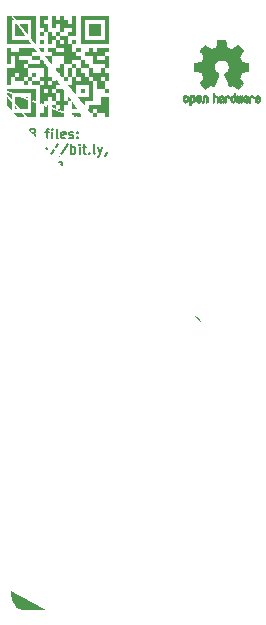
<source format=gbr>
%TF.GenerationSoftware,KiCad,Pcbnew,(6.0.6-0)*%
%TF.CreationDate,2022-08-06T20:53:34+02:00*%
%TF.ProjectId,GlowSign Aluminum PCB round cutout,476c6f77-5369-4676-9e20-416c756d696e,rev?*%
%TF.SameCoordinates,Original*%
%TF.FileFunction,Legend,Top*%
%TF.FilePolarity,Positive*%
%FSLAX46Y46*%
G04 Gerber Fmt 4.6, Leading zero omitted, Abs format (unit mm)*
G04 Created by KiCad (PCBNEW (6.0.6-0)) date 2022-08-06 20:53:34*
%MOMM*%
%LPD*%
G01*
G04 APERTURE LIST*
G04 Aperture macros list*
%AMFreePoly0*
4,1,112,3.105582,3.191654,3.458980,3.129341,3.803230,3.028022,4.134041,2.888962,4.447289,2.713894,4.739071,2.504999,5.005748,2.264881,5.243998,1.996534,5.450851,1.703301,5.623729,1.388838,5.760476,1.057065,5.859388,0.712116,5.919233,0.358291,5.939265,0.000000,5.938012,-0.089748,5.907984,-0.447339,5.838283,-0.799355,5.729777,-1.141408,5.583820,-1.469234,5.402230,-1.778747,
5.187270,-2.066090,4.941620,-2.327680,4.668342,-2.560258,4.370841,-2.760925,4.052827,-2.927179,3.718263,-3.056948,3.371318,-3.148614,3.016317,-3.201036,2.657686,-3.213560,2.299893,-3.186029,1.947399,-3.118788,1.604597,-3.012673,1.275760,-2.869007,0.964987,-2.689582,0.676150,-2.476634,0.412851,-2.232816,0.178371,-1.961168,-0.024367,-1.665076,-0.192837,-1.348230,-0.324939,-1.014580,
-0.419026,-0.668283,-0.473925,-0.313657,-0.481420,-0.134825,-0.481581,-0.134460,-0.499164,0.000000,0.505984,0.000000,0.524968,-0.289640,0.581595,-0.574324,0.674897,-0.849181,0.803276,-1.109508,0.964536,-1.350851,1.155919,-1.569081,1.374149,-1.760464,1.615492,-1.921724,1.875819,-2.050103,2.150676,-2.143405,2.435360,-2.200032,2.725000,-2.219016,3.014640,-2.200032,3.299324,-2.143405,
3.574181,-2.050103,3.834508,-1.921724,4.075851,-1.760464,4.294081,-1.569081,4.485464,-1.350851,4.646724,-1.109508,4.775103,-0.849181,4.868405,-0.574324,4.925032,-0.289640,4.944016,0.000000,4.925032,0.289640,4.868405,0.574324,4.775103,0.849181,4.646724,1.109508,4.485464,1.350851,4.294081,1.569081,4.075851,1.760464,3.834508,1.921724,3.574181,2.050103,3.299324,2.143405,
3.014640,2.200032,2.725000,2.219016,2.435360,2.200032,2.150676,2.143405,1.875819,2.050103,1.615492,1.921724,1.374149,1.760464,1.155919,1.569081,0.964536,1.350851,0.803276,1.109508,0.674897,0.849181,0.581595,0.574324,0.524968,0.289640,0.505984,0.000000,-0.499164,0.000000,-0.499963,0.006109,-0.484897,0.102868,-0.463920,0.402854,-0.399140,0.755809,-0.295421,1.099343,
-0.154055,1.429175,0.023196,1.741194,0.234123,2.031510,0.476097,2.296505,0.746101,2.532875,1.040770,2.737676,1.356433,2.908354,1.689153,3.042782,2.034784,3.139284,2.389018,3.196657,2.747440,3.214187,3.105582,3.191654,3.105582,3.191654,$1*%
G04 Aperture macros list end*
%ADD10C,0.150000*%
%ADD11C,0.400000*%
%ADD12C,0.010000*%
%ADD13FreePoly0,0.000000*%
%ADD14R,10.000000X6.000000*%
%ADD15R,6.000000X10.000000*%
G04 APERTURE END LIST*
D10*
X183534528Y-82159256D02*
X183534528Y-81359256D01*
X183839290Y-81359256D01*
X183915480Y-81397352D01*
X183953575Y-81435447D01*
X183991671Y-81511637D01*
X183991671Y-81625923D01*
X183953575Y-81702113D01*
X183915480Y-81740209D01*
X183839290Y-81778304D01*
X183534528Y-81778304D01*
X184791671Y-82083066D02*
X184753575Y-82121161D01*
X184639290Y-82159256D01*
X184563099Y-82159256D01*
X184448813Y-82121161D01*
X184372623Y-82044971D01*
X184334528Y-81968780D01*
X184296432Y-81816399D01*
X184296432Y-81702113D01*
X184334528Y-81549732D01*
X184372623Y-81473542D01*
X184448813Y-81397352D01*
X184563099Y-81359256D01*
X184639290Y-81359256D01*
X184753575Y-81397352D01*
X184791671Y-81435447D01*
X185401194Y-81740209D02*
X185515480Y-81778304D01*
X185553575Y-81816399D01*
X185591671Y-81892590D01*
X185591671Y-82006875D01*
X185553575Y-82083066D01*
X185515480Y-82121161D01*
X185439290Y-82159256D01*
X185134528Y-82159256D01*
X185134528Y-81359256D01*
X185401194Y-81359256D01*
X185477385Y-81397352D01*
X185515480Y-81435447D01*
X185553575Y-81511637D01*
X185553575Y-81587828D01*
X185515480Y-81664018D01*
X185477385Y-81702113D01*
X185401194Y-81740209D01*
X185134528Y-81740209D01*
X186429766Y-81625923D02*
X186734528Y-81625923D01*
X186544052Y-82159256D02*
X186544052Y-81473542D01*
X186582147Y-81397352D01*
X186658337Y-81359256D01*
X186734528Y-81359256D01*
X187001194Y-82159256D02*
X187001194Y-81625923D01*
X187001194Y-81359256D02*
X186963099Y-81397352D01*
X187001194Y-81435447D01*
X187039290Y-81397352D01*
X187001194Y-81359256D01*
X187001194Y-81435447D01*
X187496432Y-82159256D02*
X187420242Y-82121161D01*
X187382147Y-82044971D01*
X187382147Y-81359256D01*
X188105956Y-82121161D02*
X188029766Y-82159256D01*
X187877385Y-82159256D01*
X187801194Y-82121161D01*
X187763099Y-82044971D01*
X187763099Y-81740209D01*
X187801194Y-81664018D01*
X187877385Y-81625923D01*
X188029766Y-81625923D01*
X188105956Y-81664018D01*
X188144052Y-81740209D01*
X188144052Y-81816399D01*
X187763099Y-81892590D01*
X188448813Y-82121161D02*
X188525004Y-82159256D01*
X188677385Y-82159256D01*
X188753575Y-82121161D01*
X188791671Y-82044971D01*
X188791671Y-82006875D01*
X188753575Y-81930685D01*
X188677385Y-81892590D01*
X188563099Y-81892590D01*
X188486909Y-81854494D01*
X188448813Y-81778304D01*
X188448813Y-81740209D01*
X188486909Y-81664018D01*
X188563099Y-81625923D01*
X188677385Y-81625923D01*
X188753575Y-81664018D01*
X189134528Y-82083066D02*
X189172623Y-82121161D01*
X189134528Y-82159256D01*
X189096432Y-82121161D01*
X189134528Y-82083066D01*
X189134528Y-82159256D01*
X189134528Y-81664018D02*
X189172623Y-81702113D01*
X189134528Y-81740209D01*
X189096432Y-81702113D01*
X189134528Y-81664018D01*
X189134528Y-81740209D01*
X183534528Y-83447256D02*
X183534528Y-82647256D01*
X183877385Y-83447256D02*
X183877385Y-83028209D01*
X183839290Y-82952018D01*
X183763099Y-82913923D01*
X183648813Y-82913923D01*
X183572623Y-82952018D01*
X183534528Y-82990113D01*
X184144052Y-82913923D02*
X184448813Y-82913923D01*
X184258337Y-82647256D02*
X184258337Y-83332971D01*
X184296432Y-83409161D01*
X184372623Y-83447256D01*
X184448813Y-83447256D01*
X184601194Y-82913923D02*
X184905956Y-82913923D01*
X184715480Y-82647256D02*
X184715480Y-83332971D01*
X184753575Y-83409161D01*
X184829766Y-83447256D01*
X184905956Y-83447256D01*
X185172623Y-82913923D02*
X185172623Y-83713923D01*
X185172623Y-82952018D02*
X185248813Y-82913923D01*
X185401194Y-82913923D01*
X185477385Y-82952018D01*
X185515480Y-82990113D01*
X185553575Y-83066304D01*
X185553575Y-83294875D01*
X185515480Y-83371066D01*
X185477385Y-83409161D01*
X185401194Y-83447256D01*
X185248813Y-83447256D01*
X185172623Y-83409161D01*
X185858337Y-83409161D02*
X185934528Y-83447256D01*
X186086909Y-83447256D01*
X186163099Y-83409161D01*
X186201194Y-83332971D01*
X186201194Y-83294875D01*
X186163099Y-83218685D01*
X186086909Y-83180590D01*
X185972623Y-83180590D01*
X185896432Y-83142494D01*
X185858337Y-83066304D01*
X185858337Y-83028209D01*
X185896432Y-82952018D01*
X185972623Y-82913923D01*
X186086909Y-82913923D01*
X186163099Y-82952018D01*
X186544052Y-83371066D02*
X186582147Y-83409161D01*
X186544052Y-83447256D01*
X186505956Y-83409161D01*
X186544052Y-83371066D01*
X186544052Y-83447256D01*
X186544052Y-82952018D02*
X186582147Y-82990113D01*
X186544052Y-83028209D01*
X186505956Y-82990113D01*
X186544052Y-82952018D01*
X186544052Y-83028209D01*
X187496432Y-82609161D02*
X186810718Y-83637732D01*
X188334528Y-82609161D02*
X187648813Y-83637732D01*
X188601194Y-83447256D02*
X188601194Y-82647256D01*
X188601194Y-82952018D02*
X188677385Y-82913923D01*
X188829766Y-82913923D01*
X188905956Y-82952018D01*
X188944052Y-82990113D01*
X188982147Y-83066304D01*
X188982147Y-83294875D01*
X188944052Y-83371066D01*
X188905956Y-83409161D01*
X188829766Y-83447256D01*
X188677385Y-83447256D01*
X188601194Y-83409161D01*
X189325004Y-83447256D02*
X189325004Y-82913923D01*
X189325004Y-82647256D02*
X189286909Y-82685352D01*
X189325004Y-82723447D01*
X189363099Y-82685352D01*
X189325004Y-82647256D01*
X189325004Y-82723447D01*
X189591671Y-82913923D02*
X189896432Y-82913923D01*
X189705956Y-82647256D02*
X189705956Y-83332971D01*
X189744052Y-83409161D01*
X189820242Y-83447256D01*
X189896432Y-83447256D01*
X190163099Y-83371066D02*
X190201194Y-83409161D01*
X190163099Y-83447256D01*
X190125004Y-83409161D01*
X190163099Y-83371066D01*
X190163099Y-83447256D01*
X190658337Y-83447256D02*
X190582147Y-83409161D01*
X190544052Y-83332971D01*
X190544052Y-82647256D01*
X190886909Y-82913923D02*
X191077385Y-83447256D01*
X191267861Y-82913923D02*
X191077385Y-83447256D01*
X191001194Y-83637732D01*
X190963099Y-83675828D01*
X190886909Y-83713923D01*
X192144052Y-82609161D02*
X191458337Y-83637732D01*
X183458337Y-83935256D02*
X183953575Y-83935256D01*
X183686909Y-84240018D01*
X183801194Y-84240018D01*
X183877385Y-84278113D01*
X183915480Y-84316209D01*
X183953575Y-84392399D01*
X183953575Y-84582875D01*
X183915480Y-84659066D01*
X183877385Y-84697161D01*
X183801194Y-84735256D01*
X183572623Y-84735256D01*
X183496432Y-84697161D01*
X183458337Y-84659066D01*
X184258337Y-84506685D02*
X184639290Y-84506685D01*
X184182147Y-84735256D02*
X184448813Y-83935256D01*
X184715480Y-84735256D01*
X185401194Y-84735256D02*
X184944052Y-84735256D01*
X185172623Y-84735256D02*
X185172623Y-83935256D01*
X185096432Y-84049542D01*
X185020242Y-84125732D01*
X184944052Y-84163828D01*
X185667861Y-84201923D02*
X185858337Y-84735256D01*
X186048813Y-84201923D01*
X186353575Y-84735256D02*
X186353575Y-84201923D01*
X186353575Y-83935256D02*
X186315480Y-83973352D01*
X186353575Y-84011447D01*
X186391671Y-83973352D01*
X186353575Y-83935256D01*
X186353575Y-84011447D01*
X186734528Y-84735256D02*
X186734528Y-83935256D01*
X187039290Y-83935256D01*
X187115480Y-83973352D01*
X187153575Y-84011447D01*
X187191671Y-84087637D01*
X187191671Y-84201923D01*
X187153575Y-84278113D01*
X187115480Y-84316209D01*
X187039290Y-84354304D01*
X186734528Y-84354304D01*
X187839290Y-84697161D02*
X187763099Y-84735256D01*
X187610718Y-84735256D01*
X187534528Y-84697161D01*
X187496432Y-84620971D01*
X187496432Y-84316209D01*
X187534528Y-84240018D01*
X187610718Y-84201923D01*
X187763099Y-84201923D01*
X187839290Y-84240018D01*
X187877385Y-84316209D01*
X187877385Y-84392399D01*
X187496432Y-84468590D01*
D11*
X185106513Y-96668952D02*
X184868418Y-96549904D01*
X184511275Y-96549904D01*
X184154132Y-96668952D01*
X183916037Y-96907047D01*
X183796990Y-97145142D01*
X183677942Y-97621332D01*
X183677942Y-97978475D01*
X183796990Y-98454666D01*
X183916037Y-98692761D01*
X184154132Y-98930856D01*
X184511275Y-99049904D01*
X184749371Y-99049904D01*
X185106513Y-98930856D01*
X185225561Y-98811809D01*
X185225561Y-97978475D01*
X184749371Y-97978475D01*
X186654132Y-99049904D02*
X186416037Y-98930856D01*
X186296990Y-98692761D01*
X186296990Y-96549904D01*
X187963656Y-99049904D02*
X187725561Y-98930856D01*
X187606513Y-98811809D01*
X187487466Y-98573713D01*
X187487466Y-97859428D01*
X187606513Y-97621332D01*
X187725561Y-97502285D01*
X187963656Y-97383237D01*
X188320799Y-97383237D01*
X188558894Y-97502285D01*
X188677942Y-97621332D01*
X188796990Y-97859428D01*
X188796990Y-98573713D01*
X188677942Y-98811809D01*
X188558894Y-98930856D01*
X188320799Y-99049904D01*
X187963656Y-99049904D01*
X189630323Y-97383237D02*
X190106513Y-99049904D01*
X190582704Y-97859428D01*
X191058894Y-99049904D01*
X191535085Y-97383237D01*
X192368418Y-98930856D02*
X192725561Y-99049904D01*
X193320799Y-99049904D01*
X193558894Y-98930856D01*
X193677942Y-98811809D01*
X193796990Y-98573713D01*
X193796990Y-98335618D01*
X193677942Y-98097523D01*
X193558894Y-97978475D01*
X193320799Y-97859428D01*
X192844609Y-97740380D01*
X192606513Y-97621332D01*
X192487466Y-97502285D01*
X192368418Y-97264190D01*
X192368418Y-97026094D01*
X192487466Y-96787999D01*
X192606513Y-96668952D01*
X192844609Y-96549904D01*
X193439847Y-96549904D01*
X193796990Y-96668952D01*
X194868418Y-99049904D02*
X194868418Y-97383237D01*
X194868418Y-96549904D02*
X194749371Y-96668952D01*
X194868418Y-96787999D01*
X194987466Y-96668952D01*
X194868418Y-96549904D01*
X194868418Y-96787999D01*
X197130323Y-97383237D02*
X197130323Y-99407047D01*
X197011275Y-99645142D01*
X196892228Y-99764190D01*
X196654132Y-99883237D01*
X196296990Y-99883237D01*
X196058894Y-99764190D01*
X197130323Y-98930856D02*
X196892228Y-99049904D01*
X196416037Y-99049904D01*
X196177942Y-98930856D01*
X196058894Y-98811809D01*
X195939847Y-98573713D01*
X195939847Y-97859428D01*
X196058894Y-97621332D01*
X196177942Y-97502285D01*
X196416037Y-97383237D01*
X196892228Y-97383237D01*
X197130323Y-97502285D01*
X198320799Y-97383237D02*
X198320799Y-99049904D01*
X198320799Y-97621332D02*
X198439847Y-97502285D01*
X198677942Y-97383237D01*
X199035085Y-97383237D01*
X199273180Y-97502285D01*
X199392228Y-97740380D01*
X199392228Y-99049904D01*
D10*
X183890071Y-101065866D02*
X183851975Y-101103961D01*
X183737690Y-101142056D01*
X183661499Y-101142056D01*
X183547213Y-101103961D01*
X183471023Y-101027771D01*
X183432928Y-100951580D01*
X183394832Y-100799199D01*
X183394832Y-100684913D01*
X183432928Y-100532532D01*
X183471023Y-100456342D01*
X183547213Y-100380152D01*
X183661499Y-100342056D01*
X183737690Y-100342056D01*
X183851975Y-100380152D01*
X183890071Y-100418247D01*
X184347213Y-101142056D02*
X184271023Y-101103961D01*
X184232928Y-101065866D01*
X184194832Y-100989675D01*
X184194832Y-100761104D01*
X184232928Y-100684913D01*
X184271023Y-100646818D01*
X184347213Y-100608723D01*
X184461499Y-100608723D01*
X184537690Y-100646818D01*
X184575785Y-100684913D01*
X184613880Y-100761104D01*
X184613880Y-100989675D01*
X184575785Y-101065866D01*
X184537690Y-101103961D01*
X184461499Y-101142056D01*
X184347213Y-101142056D01*
X184880547Y-100608723D02*
X185071023Y-101142056D01*
X185261499Y-100608723D01*
X185871023Y-101103961D02*
X185794832Y-101142056D01*
X185642452Y-101142056D01*
X185566261Y-101103961D01*
X185528166Y-101027771D01*
X185528166Y-100723009D01*
X185566261Y-100646818D01*
X185642452Y-100608723D01*
X185794832Y-100608723D01*
X185871023Y-100646818D01*
X185909118Y-100723009D01*
X185909118Y-100799199D01*
X185528166Y-100875390D01*
X186251975Y-101142056D02*
X186251975Y-100608723D01*
X186251975Y-100761104D02*
X186290071Y-100684913D01*
X186328166Y-100646818D01*
X186404356Y-100608723D01*
X186480547Y-100608723D01*
X187356737Y-101142056D02*
X187356737Y-100342056D01*
X187661499Y-100342056D01*
X187737690Y-100380152D01*
X187775785Y-100418247D01*
X187813880Y-100494437D01*
X187813880Y-100608723D01*
X187775785Y-100684913D01*
X187737690Y-100723009D01*
X187661499Y-100761104D01*
X187356737Y-100761104D01*
X188613880Y-101065866D02*
X188575785Y-101103961D01*
X188461499Y-101142056D01*
X188385309Y-101142056D01*
X188271023Y-101103961D01*
X188194832Y-101027771D01*
X188156737Y-100951580D01*
X188118642Y-100799199D01*
X188118642Y-100684913D01*
X188156737Y-100532532D01*
X188194832Y-100456342D01*
X188271023Y-100380152D01*
X188385309Y-100342056D01*
X188461499Y-100342056D01*
X188575785Y-100380152D01*
X188613880Y-100418247D01*
X189223404Y-100723009D02*
X189337690Y-100761104D01*
X189375785Y-100799199D01*
X189413880Y-100875390D01*
X189413880Y-100989675D01*
X189375785Y-101065866D01*
X189337690Y-101103961D01*
X189261499Y-101142056D01*
X188956737Y-101142056D01*
X188956737Y-100342056D01*
X189223404Y-100342056D01*
X189299594Y-100380152D01*
X189337690Y-100418247D01*
X189375785Y-100494437D01*
X189375785Y-100570628D01*
X189337690Y-100646818D01*
X189299594Y-100684913D01*
X189223404Y-100723009D01*
X188956737Y-100723009D01*
X190290071Y-100608723D02*
X190480547Y-101142056D01*
X190671023Y-100608723D01*
X191394832Y-101142056D02*
X190937690Y-101142056D01*
X191166261Y-101142056D02*
X191166261Y-100342056D01*
X191090071Y-100456342D01*
X191013880Y-100532532D01*
X190937690Y-100570628D01*
X191737690Y-101065866D02*
X191775785Y-101103961D01*
X191737690Y-101142056D01*
X191699594Y-101103961D01*
X191737690Y-101065866D01*
X191737690Y-101142056D01*
X192271023Y-100342056D02*
X192347213Y-100342056D01*
X192423404Y-100380152D01*
X192461499Y-100418247D01*
X192499594Y-100494437D01*
X192537690Y-100646818D01*
X192537690Y-100837294D01*
X192499594Y-100989675D01*
X192461499Y-101065866D01*
X192423404Y-101103961D01*
X192347213Y-101142056D01*
X192271023Y-101142056D01*
X192194832Y-101103961D01*
X192156737Y-101065866D01*
X192118642Y-100989675D01*
X192080547Y-100837294D01*
X192080547Y-100646818D01*
X192118642Y-100494437D01*
X192156737Y-100418247D01*
X192194832Y-100380152D01*
X192271023Y-100342056D01*
X183890071Y-102353866D02*
X183851975Y-102391961D01*
X183737690Y-102430056D01*
X183661499Y-102430056D01*
X183547213Y-102391961D01*
X183471023Y-102315771D01*
X183432928Y-102239580D01*
X183394832Y-102087199D01*
X183394832Y-101972913D01*
X183432928Y-101820532D01*
X183471023Y-101744342D01*
X183547213Y-101668152D01*
X183661499Y-101630056D01*
X183737690Y-101630056D01*
X183851975Y-101668152D01*
X183890071Y-101706247D01*
X184232928Y-102430056D02*
X184232928Y-101896723D01*
X184232928Y-101630056D02*
X184194832Y-101668152D01*
X184232928Y-101706247D01*
X184271023Y-101668152D01*
X184232928Y-101630056D01*
X184232928Y-101706247D01*
X184613880Y-102430056D02*
X184613880Y-101896723D01*
X184613880Y-102049104D02*
X184651975Y-101972913D01*
X184690071Y-101934818D01*
X184766261Y-101896723D01*
X184842452Y-101896723D01*
X185451975Y-102391961D02*
X185375785Y-102430056D01*
X185223404Y-102430056D01*
X185147213Y-102391961D01*
X185109118Y-102353866D01*
X185071023Y-102277675D01*
X185071023Y-102049104D01*
X185109118Y-101972913D01*
X185147213Y-101934818D01*
X185223404Y-101896723D01*
X185375785Y-101896723D01*
X185451975Y-101934818D01*
X185909118Y-102430056D02*
X185832928Y-102391961D01*
X185794832Y-102315771D01*
X185794832Y-101630056D01*
X186518642Y-102391961D02*
X186442452Y-102430056D01*
X186290071Y-102430056D01*
X186213880Y-102391961D01*
X186175785Y-102315771D01*
X186175785Y-102011009D01*
X186213880Y-101934818D01*
X186290071Y-101896723D01*
X186442452Y-101896723D01*
X186518642Y-101934818D01*
X186556737Y-102011009D01*
X186556737Y-102087199D01*
X186175785Y-102163390D01*
X187813880Y-102391961D02*
X187737690Y-102430056D01*
X187585309Y-102430056D01*
X187509118Y-102391961D01*
X187471023Y-102315771D01*
X187471023Y-102011009D01*
X187509118Y-101934818D01*
X187585309Y-101896723D01*
X187737690Y-101896723D01*
X187813880Y-101934818D01*
X187851975Y-102011009D01*
X187851975Y-102087199D01*
X187471023Y-102163390D01*
X188537690Y-102430056D02*
X188537690Y-101630056D01*
X188537690Y-102391961D02*
X188461499Y-102430056D01*
X188309118Y-102430056D01*
X188232928Y-102391961D01*
X188194832Y-102353866D01*
X188156737Y-102277675D01*
X188156737Y-102049104D01*
X188194832Y-101972913D01*
X188232928Y-101934818D01*
X188309118Y-101896723D01*
X188461499Y-101896723D01*
X188537690Y-101934818D01*
X188918642Y-102430056D02*
X188918642Y-101896723D01*
X188918642Y-101630056D02*
X188880547Y-101668152D01*
X188918642Y-101706247D01*
X188956737Y-101668152D01*
X188918642Y-101630056D01*
X188918642Y-101706247D01*
X189185309Y-101896723D02*
X189490071Y-101896723D01*
X189299594Y-101630056D02*
X189299594Y-102315771D01*
X189337690Y-102391961D01*
X189413880Y-102430056D01*
X189490071Y-102430056D01*
X189756737Y-102430056D02*
X189756737Y-101896723D01*
X189756737Y-101630056D02*
X189718642Y-101668152D01*
X189756737Y-101706247D01*
X189794832Y-101668152D01*
X189756737Y-101630056D01*
X189756737Y-101706247D01*
X190251975Y-102430056D02*
X190175785Y-102391961D01*
X190137690Y-102353866D01*
X190099594Y-102277675D01*
X190099594Y-102049104D01*
X190137690Y-101972913D01*
X190175785Y-101934818D01*
X190251975Y-101896723D01*
X190366261Y-101896723D01*
X190442452Y-101934818D01*
X190480547Y-101972913D01*
X190518642Y-102049104D01*
X190518642Y-102277675D01*
X190480547Y-102353866D01*
X190442452Y-102391961D01*
X190366261Y-102430056D01*
X190251975Y-102430056D01*
X190861499Y-101896723D02*
X190861499Y-102430056D01*
X190861499Y-101972913D02*
X190899594Y-101934818D01*
X190975785Y-101896723D01*
X191090071Y-101896723D01*
X191166261Y-101934818D01*
X191204356Y-102011009D01*
X191204356Y-102430056D01*
X183851985Y-109812456D02*
X183851985Y-109012456D01*
X183851985Y-109774361D02*
X183775794Y-109812456D01*
X183623413Y-109812456D01*
X183547223Y-109774361D01*
X183509128Y-109736266D01*
X183471032Y-109660075D01*
X183471032Y-109431504D01*
X183509128Y-109355313D01*
X183547223Y-109317218D01*
X183623413Y-109279123D01*
X183775794Y-109279123D01*
X183851985Y-109317218D01*
X184537699Y-109774361D02*
X184461509Y-109812456D01*
X184309128Y-109812456D01*
X184232937Y-109774361D01*
X184194842Y-109698171D01*
X184194842Y-109393409D01*
X184232937Y-109317218D01*
X184309128Y-109279123D01*
X184461509Y-109279123D01*
X184537699Y-109317218D01*
X184575794Y-109393409D01*
X184575794Y-109469599D01*
X184194842Y-109545790D01*
X184880556Y-109774361D02*
X184956747Y-109812456D01*
X185109128Y-109812456D01*
X185185318Y-109774361D01*
X185223413Y-109698171D01*
X185223413Y-109660075D01*
X185185318Y-109583885D01*
X185109128Y-109545790D01*
X184994842Y-109545790D01*
X184918652Y-109507694D01*
X184880556Y-109431504D01*
X184880556Y-109393409D01*
X184918652Y-109317218D01*
X184994842Y-109279123D01*
X185109128Y-109279123D01*
X185185318Y-109317218D01*
X185566271Y-109812456D02*
X185566271Y-109279123D01*
X185566271Y-109012456D02*
X185528175Y-109050552D01*
X185566271Y-109088647D01*
X185604366Y-109050552D01*
X185566271Y-109012456D01*
X185566271Y-109088647D01*
X186290080Y-109279123D02*
X186290080Y-109926742D01*
X186251985Y-110002932D01*
X186213890Y-110041028D01*
X186137699Y-110079123D01*
X186023413Y-110079123D01*
X185947223Y-110041028D01*
X186290080Y-109774361D02*
X186213890Y-109812456D01*
X186061509Y-109812456D01*
X185985318Y-109774361D01*
X185947223Y-109736266D01*
X185909128Y-109660075D01*
X185909128Y-109431504D01*
X185947223Y-109355313D01*
X185985318Y-109317218D01*
X186061509Y-109279123D01*
X186213890Y-109279123D01*
X186290080Y-109317218D01*
X186671032Y-109279123D02*
X186671032Y-109812456D01*
X186671032Y-109355313D02*
X186709128Y-109317218D01*
X186785318Y-109279123D01*
X186899604Y-109279123D01*
X186975794Y-109317218D01*
X187013890Y-109393409D01*
X187013890Y-109812456D01*
X187699604Y-109774361D02*
X187623413Y-109812456D01*
X187471032Y-109812456D01*
X187394842Y-109774361D01*
X187356747Y-109698171D01*
X187356747Y-109393409D01*
X187394842Y-109317218D01*
X187471032Y-109279123D01*
X187623413Y-109279123D01*
X187699604Y-109317218D01*
X187737699Y-109393409D01*
X187737699Y-109469599D01*
X187356747Y-109545790D01*
X188423413Y-109812456D02*
X188423413Y-109012456D01*
X188423413Y-109774361D02*
X188347223Y-109812456D01*
X188194842Y-109812456D01*
X188118652Y-109774361D01*
X188080556Y-109736266D01*
X188042461Y-109660075D01*
X188042461Y-109431504D01*
X188080556Y-109355313D01*
X188118652Y-109317218D01*
X188194842Y-109279123D01*
X188347223Y-109279123D01*
X188423413Y-109317218D01*
X189413890Y-109812456D02*
X189413890Y-109012456D01*
X189413890Y-109317218D02*
X189490080Y-109279123D01*
X189642461Y-109279123D01*
X189718652Y-109317218D01*
X189756747Y-109355313D01*
X189794842Y-109431504D01*
X189794842Y-109660075D01*
X189756747Y-109736266D01*
X189718652Y-109774361D01*
X189642461Y-109812456D01*
X189490080Y-109812456D01*
X189413890Y-109774361D01*
X190061509Y-109279123D02*
X190251985Y-109812456D01*
X190442461Y-109279123D02*
X190251985Y-109812456D01*
X190175794Y-110002932D01*
X190137699Y-110041028D01*
X190061509Y-110079123D01*
%TO.C,G\u002A\u002A\u002A*%
G36*
X185616943Y-77971762D02*
G01*
X185616943Y-80385882D01*
X183202822Y-80385882D01*
X183202822Y-80023764D01*
X183564940Y-80023764D01*
X185254825Y-80023764D01*
X185254825Y-78333880D01*
X183564940Y-78333880D01*
X183564940Y-80023764D01*
X183202822Y-80023764D01*
X183202822Y-77971762D01*
X185616943Y-77971762D01*
G37*
G36*
X186651566Y-80385882D02*
G01*
X185961818Y-80385882D01*
X185961818Y-80041008D01*
X186306692Y-80041008D01*
X186306692Y-79351259D01*
X186651566Y-79351259D01*
X186651566Y-80385882D01*
G37*
G36*
X186651566Y-74523018D02*
G01*
X187341315Y-74523018D01*
X187341315Y-74178143D01*
X187686190Y-74178143D01*
X188031064Y-74178143D01*
X188031064Y-73833269D01*
X187686190Y-73833269D01*
X187686190Y-74178143D01*
X187341315Y-74178143D01*
X187341315Y-73833269D01*
X187686190Y-73833269D01*
X187686190Y-73488394D01*
X188375938Y-73488394D01*
X188375938Y-73143520D01*
X188720813Y-73143520D01*
X188720813Y-72798646D01*
X188031064Y-72798646D01*
X188031064Y-73143520D01*
X187686190Y-73143520D01*
X187686190Y-73488394D01*
X187341315Y-73488394D01*
X187341315Y-73833269D01*
X186996441Y-73833269D01*
X186996441Y-74178143D01*
X186651566Y-74178143D01*
X186651566Y-73143520D01*
X186996441Y-73143520D01*
X186996441Y-73488394D01*
X187341315Y-73488394D01*
X187341315Y-73143520D01*
X187686190Y-73143520D01*
X187686190Y-72453771D01*
X187341315Y-72453771D01*
X187341315Y-72798646D01*
X186996441Y-72798646D01*
X186996441Y-71764022D01*
X187341315Y-71764022D01*
X187341315Y-72108897D01*
X187686190Y-72108897D01*
X187686190Y-71764022D01*
X188031064Y-71764022D01*
X188031064Y-72108897D01*
X188375938Y-72108897D01*
X188375938Y-72453771D01*
X188720813Y-72453771D01*
X188720813Y-71764022D01*
X189065687Y-71764022D01*
X189065687Y-73488394D01*
X188375938Y-73488394D01*
X188375938Y-74178143D01*
X188720813Y-74178143D01*
X188720813Y-74867892D01*
X189065687Y-74867892D01*
X189065687Y-75212766D01*
X189410562Y-75212766D01*
X189410562Y-75557641D01*
X188720813Y-75557641D01*
X188720813Y-75902515D01*
X188031064Y-75902515D01*
X188031064Y-75212766D01*
X186996441Y-75212766D01*
X186996441Y-74867892D01*
X187341315Y-74867892D01*
X188031064Y-74867892D01*
X188031064Y-74523018D01*
X187341315Y-74523018D01*
X187341315Y-74867892D01*
X186996441Y-74867892D01*
X186651566Y-74867892D01*
X186651566Y-74523018D01*
G37*
G36*
X191824682Y-78316636D02*
G01*
X191479808Y-78316636D01*
X191479808Y-77971762D01*
X191824682Y-77971762D01*
X191824682Y-78316636D01*
G37*
G36*
X185961818Y-75557641D02*
G01*
X185272069Y-75557641D01*
X185272069Y-75212766D01*
X185961818Y-75212766D01*
X185961818Y-75557641D01*
G37*
G36*
X189410562Y-74867892D02*
G01*
X189065687Y-74867892D01*
X189065687Y-74523018D01*
X189410562Y-74523018D01*
X189410562Y-74867892D01*
G37*
G36*
X189065687Y-74178143D02*
G01*
X188720813Y-74178143D01*
X188720813Y-73833269D01*
X189065687Y-73833269D01*
X189065687Y-74178143D01*
G37*
G36*
X186306692Y-73488394D02*
G01*
X185961818Y-73488394D01*
X185961818Y-73143520D01*
X186306692Y-73143520D01*
X186306692Y-73488394D01*
G37*
G36*
X186651566Y-72108897D02*
G01*
X186306692Y-72108897D01*
X186306692Y-72453771D01*
X186651566Y-72453771D01*
X186651566Y-73143520D01*
X186306692Y-73143520D01*
X186306692Y-72798646D01*
X185961818Y-72798646D01*
X185961818Y-71764022D01*
X186651566Y-71764022D01*
X186651566Y-72108897D01*
G37*
G36*
X189410562Y-76247390D02*
G01*
X189410562Y-75557641D01*
X189755436Y-75557641D01*
X189755436Y-75902515D01*
X190100310Y-75902515D01*
X190100310Y-76247390D01*
X189410562Y-76247390D01*
X189410562Y-76592264D01*
X189755436Y-76592264D01*
X189755436Y-76937138D01*
X190100310Y-76937138D01*
X190100310Y-76247390D01*
X190445185Y-76247390D01*
X190445185Y-76592264D01*
X191134934Y-76592264D01*
X191134934Y-76247390D01*
X191479808Y-76247390D01*
X191479808Y-76592264D01*
X191824682Y-76592264D01*
X191824682Y-77282013D01*
X191479808Y-77282013D01*
X191479808Y-77971762D01*
X190790059Y-77971762D01*
X190790059Y-77282013D01*
X191134934Y-77282013D01*
X191479808Y-77282013D01*
X191479808Y-76937138D01*
X191134934Y-76937138D01*
X191134934Y-77282013D01*
X190790059Y-77282013D01*
X190445185Y-77282013D01*
X190445185Y-79006385D01*
X189755436Y-79006385D01*
X189755436Y-79351259D01*
X189410562Y-79351259D01*
X189410562Y-79696134D01*
X188720813Y-79696134D01*
X188720813Y-79351259D01*
X189065687Y-79351259D01*
X189410562Y-79351259D01*
X189410562Y-79006385D01*
X189065687Y-79006385D01*
X189065687Y-79351259D01*
X188720813Y-79351259D01*
X188720813Y-79006385D01*
X188375938Y-79006385D01*
X188375938Y-78661510D01*
X189065687Y-78661510D01*
X190100310Y-78661510D01*
X190100310Y-77626887D01*
X189065687Y-77626887D01*
X189065687Y-78661510D01*
X188375938Y-78661510D01*
X188375938Y-78316636D01*
X188720813Y-78316636D01*
X188720813Y-77971762D01*
X188375938Y-77971762D01*
X188375938Y-77626887D01*
X188720813Y-77626887D01*
X188720813Y-77282013D01*
X189065687Y-77282013D01*
X189410562Y-77282013D01*
X190100310Y-77282013D01*
X190445185Y-77282013D01*
X190445185Y-76937138D01*
X190100310Y-76937138D01*
X190100310Y-77282013D01*
X189410562Y-77282013D01*
X189410562Y-76937138D01*
X189065687Y-76937138D01*
X189065687Y-77282013D01*
X188720813Y-77282013D01*
X188720813Y-76937138D01*
X189065687Y-76937138D01*
X189065687Y-76247390D01*
X189410562Y-76247390D01*
G37*
G36*
X189755436Y-75212766D02*
G01*
X189755436Y-74867892D01*
X190100310Y-74867892D01*
X190100310Y-74523018D01*
X190445185Y-74523018D01*
X190445185Y-74867892D01*
X190790059Y-74867892D01*
X190790059Y-74523018D01*
X191824682Y-74523018D01*
X191824682Y-74867892D01*
X191479808Y-74867892D01*
X191479808Y-75212766D01*
X190790059Y-75212766D01*
X190790059Y-75557641D01*
X191479808Y-75557641D01*
X191479808Y-75212766D01*
X191824682Y-75212766D01*
X191824682Y-76247390D01*
X191479808Y-76247390D01*
X191479808Y-75902515D01*
X190445185Y-75902515D01*
X190445185Y-75212766D01*
X189755436Y-75212766D01*
G37*
G36*
X187341315Y-77971762D02*
G01*
X188031064Y-77971762D01*
X188031064Y-79006385D01*
X188375938Y-79006385D01*
X188375938Y-79351259D01*
X188031064Y-79351259D01*
X188031064Y-80385882D01*
X186996441Y-80385882D01*
X186996441Y-79696134D01*
X187341315Y-79696134D01*
X187686190Y-79696134D01*
X187686190Y-79351259D01*
X187341315Y-79351259D01*
X187341315Y-79696134D01*
X186996441Y-79696134D01*
X186996441Y-79351259D01*
X187341315Y-79351259D01*
X187341315Y-79006385D01*
X187686190Y-79006385D01*
X187686190Y-78316636D01*
X187341315Y-78316636D01*
X187341315Y-79006385D01*
X186996441Y-79006385D01*
X186996441Y-78661510D01*
X186651566Y-78661510D01*
X186651566Y-79006385D01*
X186306692Y-79006385D01*
X186306692Y-79351259D01*
X185961818Y-79351259D01*
X185961818Y-78316636D01*
X186306692Y-78316636D01*
X186651566Y-78316636D01*
X186651566Y-77971762D01*
X186306692Y-77971762D01*
X186306692Y-78316636D01*
X185961818Y-78316636D01*
X185961818Y-77626887D01*
X186306692Y-77626887D01*
X186651566Y-77626887D01*
X186996441Y-77626887D01*
X186996441Y-77282013D01*
X186651566Y-77282013D01*
X186651566Y-77626887D01*
X186306692Y-77626887D01*
X186306692Y-77282013D01*
X185961818Y-77282013D01*
X185961818Y-77626887D01*
X185272069Y-77626887D01*
X185272069Y-77282013D01*
X184927194Y-77282013D01*
X184927194Y-77626887D01*
X184582320Y-77626887D01*
X184582320Y-77282013D01*
X184927194Y-77282013D01*
X184927194Y-76937138D01*
X185272069Y-76937138D01*
X185272069Y-77282013D01*
X185961818Y-77282013D01*
X185961818Y-76937138D01*
X186306692Y-76937138D01*
X186306692Y-76247390D01*
X184927194Y-76247390D01*
X184927194Y-76937138D01*
X184582320Y-76937138D01*
X184582320Y-77282013D01*
X183892571Y-77282013D01*
X183892571Y-76937138D01*
X184237446Y-76937138D01*
X184237446Y-76592264D01*
X183892571Y-76592264D01*
X183892571Y-76937138D01*
X183547697Y-76937138D01*
X183547697Y-77626887D01*
X183202822Y-77626887D01*
X183202822Y-76247390D01*
X183892571Y-76247390D01*
X184582320Y-76247390D01*
X184927194Y-76247390D01*
X184927194Y-75902515D01*
X184582320Y-75902515D01*
X184582320Y-76247390D01*
X183892571Y-76247390D01*
X183892571Y-75212766D01*
X183547697Y-75212766D01*
X183547697Y-75902515D01*
X183202822Y-75902515D01*
X183202822Y-74523018D01*
X183547697Y-74523018D01*
X183547697Y-74867892D01*
X184237446Y-74867892D01*
X184237446Y-74523018D01*
X186306692Y-74523018D01*
X186306692Y-74867892D01*
X185272069Y-74867892D01*
X185272069Y-75212766D01*
X184237446Y-75212766D01*
X184237446Y-75557641D01*
X184927194Y-75557641D01*
X184927194Y-75902515D01*
X185961818Y-75902515D01*
X186306692Y-75902515D01*
X186651566Y-75902515D01*
X186651566Y-75557641D01*
X186306692Y-75557641D01*
X186306692Y-75902515D01*
X185961818Y-75902515D01*
X185961818Y-75557641D01*
X186306692Y-75557641D01*
X186306692Y-75212766D01*
X186996441Y-75212766D01*
X186996441Y-75902515D01*
X186651566Y-75902515D01*
X186651566Y-76937138D01*
X186996441Y-76937138D01*
X186996441Y-77282013D01*
X187341315Y-77282013D01*
X187341315Y-76937138D01*
X187686190Y-76937138D01*
X187686190Y-77282013D01*
X188031064Y-77282013D01*
X188031064Y-77626887D01*
X187341315Y-77626887D01*
X187341315Y-77971762D01*
X186996441Y-77971762D01*
X186996441Y-78316636D01*
X187341315Y-78316636D01*
X187341315Y-77971762D01*
G37*
G36*
X189410562Y-80385882D02*
G01*
X188720813Y-80385882D01*
X188720813Y-80041008D01*
X189410562Y-80041008D01*
X189410562Y-80385882D01*
G37*
G36*
X191824682Y-80385882D02*
G01*
X191479808Y-80385882D01*
X191479808Y-80041008D01*
X190790059Y-80041008D01*
X190790059Y-80385882D01*
X190445185Y-80385882D01*
X190445185Y-80041008D01*
X190790059Y-80041008D01*
X190790059Y-79696134D01*
X190445185Y-79696134D01*
X190445185Y-80041008D01*
X189755436Y-80041008D01*
X189755436Y-79696134D01*
X190100310Y-79696134D01*
X190100310Y-79351259D01*
X191134934Y-79351259D01*
X191134934Y-78661510D01*
X191824682Y-78661510D01*
X191824682Y-80385882D01*
G37*
G36*
X185616943Y-71764022D02*
G01*
X185616943Y-74178143D01*
X183202822Y-74178143D01*
X183202822Y-73816025D01*
X183564940Y-73816025D01*
X185254825Y-73816025D01*
X185254825Y-72126140D01*
X183564940Y-72126140D01*
X183564940Y-73816025D01*
X183202822Y-73816025D01*
X183202822Y-71764022D01*
X185616943Y-71764022D01*
G37*
G36*
X186306692Y-74178143D02*
G01*
X185961818Y-74178143D01*
X185961818Y-73833269D01*
X186306692Y-73833269D01*
X186306692Y-74178143D01*
G37*
G36*
X191824682Y-71764022D02*
G01*
X191824682Y-74178143D01*
X189410562Y-74178143D01*
X189410562Y-73816025D01*
X189772680Y-73816025D01*
X191462564Y-73816025D01*
X191462564Y-72126140D01*
X189772680Y-72126140D01*
X189772680Y-73816025D01*
X189410562Y-73816025D01*
X189410562Y-71764022D01*
X191824682Y-71764022D01*
G37*
G36*
X184927194Y-79696134D02*
G01*
X183892571Y-79696134D01*
X183892571Y-78661510D01*
X184927194Y-78661510D01*
X184927194Y-79696134D01*
G37*
G36*
X188375938Y-77282013D02*
G01*
X188031064Y-77282013D01*
X188031064Y-76937138D01*
X188375938Y-76937138D01*
X188375938Y-77282013D01*
G37*
G36*
X188031064Y-76937138D02*
G01*
X187686190Y-76937138D01*
X187686190Y-76592264D01*
X187341315Y-76592264D01*
X187341315Y-76247390D01*
X187686190Y-76247390D01*
X187686190Y-75902515D01*
X188031064Y-75902515D01*
X188031064Y-76937138D01*
G37*
G36*
X188720813Y-76937138D02*
G01*
X188375938Y-76937138D01*
X188375938Y-76247390D01*
X188720813Y-76247390D01*
X188720813Y-76937138D01*
G37*
G36*
X189065687Y-76247390D02*
G01*
X188720813Y-76247390D01*
X188720813Y-75902515D01*
X189065687Y-75902515D01*
X189065687Y-76247390D01*
G37*
G36*
X189755436Y-78316636D02*
G01*
X189410562Y-78316636D01*
X189410562Y-77971762D01*
X189755436Y-77971762D01*
X189755436Y-78316636D01*
G37*
G36*
X185616943Y-76937138D02*
G01*
X185272069Y-76937138D01*
X185272069Y-76592264D01*
X185616943Y-76592264D01*
X185616943Y-76937138D01*
G37*
G36*
X184927194Y-73488394D02*
G01*
X183892571Y-73488394D01*
X183892571Y-72453771D01*
X184927194Y-72453771D01*
X184927194Y-73488394D01*
G37*
G36*
X191134934Y-73488394D02*
G01*
X190100310Y-73488394D01*
X190100310Y-72453771D01*
X191134934Y-72453771D01*
X191134934Y-73488394D01*
G37*
%TO.C,OSHW logo*%
G36*
X200707238Y-78434241D02*
G01*
X200711491Y-78493565D01*
X200716377Y-78528524D01*
X200723147Y-78543772D01*
X200733054Y-78543967D01*
X200736266Y-78542147D01*
X200778996Y-78528967D01*
X200834579Y-78529737D01*
X200891089Y-78543285D01*
X200926434Y-78560813D01*
X200962673Y-78588813D01*
X200989165Y-78620501D01*
X201007351Y-78660765D01*
X201018674Y-78714495D01*
X201024574Y-78786578D01*
X201026495Y-78881903D01*
X201026529Y-78900189D01*
X201026552Y-79105598D01*
X200980843Y-79121532D01*
X200948379Y-79132372D01*
X200930567Y-79137420D01*
X200930043Y-79137466D01*
X200928289Y-79123780D01*
X200926796Y-79086028D01*
X200925678Y-79029176D01*
X200925049Y-78958186D01*
X200924952Y-78915025D01*
X200924750Y-78829925D01*
X200923710Y-78768933D01*
X200921183Y-78727129D01*
X200916516Y-78699594D01*
X200909059Y-78681408D01*
X200898163Y-78667650D01*
X200891359Y-78661025D01*
X200844624Y-78634327D01*
X200793624Y-78632327D01*
X200747353Y-78654907D01*
X200738796Y-78663059D01*
X200726245Y-78678388D01*
X200717540Y-78696570D01*
X200711983Y-78722861D01*
X200708878Y-78762514D01*
X200707528Y-78820784D01*
X200707238Y-78901125D01*
X200707238Y-79105598D01*
X200661529Y-79121532D01*
X200629065Y-79132372D01*
X200611253Y-79137420D01*
X200610729Y-79137466D01*
X200609389Y-79123575D01*
X200608180Y-79084391D01*
X200607153Y-79023652D01*
X200606354Y-78945093D01*
X200605833Y-78852450D01*
X200605638Y-78749461D01*
X200605638Y-78352294D01*
X200652809Y-78332396D01*
X200699981Y-78312499D01*
X200707238Y-78434241D01*
G37*
D12*
X200707238Y-78434241D02*
X200711491Y-78493565D01*
X200716377Y-78528524D01*
X200723147Y-78543772D01*
X200733054Y-78543967D01*
X200736266Y-78542147D01*
X200778996Y-78528967D01*
X200834579Y-78529737D01*
X200891089Y-78543285D01*
X200926434Y-78560813D01*
X200962673Y-78588813D01*
X200989165Y-78620501D01*
X201007351Y-78660765D01*
X201018674Y-78714495D01*
X201024574Y-78786578D01*
X201026495Y-78881903D01*
X201026529Y-78900189D01*
X201026552Y-79105598D01*
X200980843Y-79121532D01*
X200948379Y-79132372D01*
X200930567Y-79137420D01*
X200930043Y-79137466D01*
X200928289Y-79123780D01*
X200926796Y-79086028D01*
X200925678Y-79029176D01*
X200925049Y-78958186D01*
X200924952Y-78915025D01*
X200924750Y-78829925D01*
X200923710Y-78768933D01*
X200921183Y-78727129D01*
X200916516Y-78699594D01*
X200909059Y-78681408D01*
X200898163Y-78667650D01*
X200891359Y-78661025D01*
X200844624Y-78634327D01*
X200793624Y-78632327D01*
X200747353Y-78654907D01*
X200738796Y-78663059D01*
X200726245Y-78678388D01*
X200717540Y-78696570D01*
X200711983Y-78722861D01*
X200708878Y-78762514D01*
X200707528Y-78820784D01*
X200707238Y-78901125D01*
X200707238Y-79105598D01*
X200661529Y-79121532D01*
X200629065Y-79132372D01*
X200611253Y-79137420D01*
X200610729Y-79137466D01*
X200609389Y-79123575D01*
X200608180Y-79084391D01*
X200607153Y-79023652D01*
X200606354Y-78945093D01*
X200605833Y-78852450D01*
X200605638Y-78749461D01*
X200605638Y-78352294D01*
X200652809Y-78332396D01*
X200699981Y-78312499D01*
X200707238Y-78434241D01*
G36*
X202116078Y-78673038D02*
G01*
X202138487Y-78621552D01*
X202173476Y-78581395D01*
X202200727Y-78560813D01*
X202250259Y-78538577D01*
X202307668Y-78528256D01*
X202361034Y-78531019D01*
X202390895Y-78542164D01*
X202402613Y-78545335D01*
X202410389Y-78533509D01*
X202415817Y-78501818D01*
X202419923Y-78453545D01*
X202424419Y-78399781D01*
X202430665Y-78367434D01*
X202442028Y-78348937D01*
X202461880Y-78336722D01*
X202474352Y-78331314D01*
X202521523Y-78311553D01*
X202521469Y-78648310D01*
X202521285Y-78756789D01*
X202520571Y-78840239D01*
X202519027Y-78902656D01*
X202516353Y-78948037D01*
X202512246Y-78980381D01*
X202506407Y-79003685D01*
X202498534Y-79021947D01*
X202492573Y-79032370D01*
X202443207Y-79088897D01*
X202380616Y-79124329D01*
X202311365Y-79137042D01*
X202242020Y-79125415D01*
X202200727Y-79104520D01*
X202157377Y-79068374D01*
X202127833Y-79024228D01*
X202110007Y-78966414D01*
X202101815Y-78889265D01*
X202100654Y-78832666D01*
X202100810Y-78828599D01*
X202202209Y-78828599D01*
X202202828Y-78893502D01*
X202205666Y-78936466D01*
X202212192Y-78964574D01*
X202223875Y-78984905D01*
X202237835Y-79000240D01*
X202284717Y-79029842D01*
X202335053Y-79032371D01*
X202382628Y-79007657D01*
X202386331Y-79004308D01*
X202402135Y-78986887D01*
X202412045Y-78966161D01*
X202417410Y-78935314D01*
X202419580Y-78887529D01*
X202419923Y-78834700D01*
X202419179Y-78768333D01*
X202416100Y-78724058D01*
X202409413Y-78694961D01*
X202397848Y-78674125D01*
X202388365Y-78663059D01*
X202344312Y-78635150D01*
X202293576Y-78631795D01*
X202245148Y-78653111D01*
X202235802Y-78661025D01*
X202219892Y-78678599D01*
X202209962Y-78699539D01*
X202204630Y-78730734D01*
X202202515Y-78779074D01*
X202202209Y-78828599D01*
X202100810Y-78828599D01*
X202104162Y-78741520D01*
X202116078Y-78673038D01*
G37*
X202116078Y-78673038D02*
X202138487Y-78621552D01*
X202173476Y-78581395D01*
X202200727Y-78560813D01*
X202250259Y-78538577D01*
X202307668Y-78528256D01*
X202361034Y-78531019D01*
X202390895Y-78542164D01*
X202402613Y-78545335D01*
X202410389Y-78533509D01*
X202415817Y-78501818D01*
X202419923Y-78453545D01*
X202424419Y-78399781D01*
X202430665Y-78367434D01*
X202442028Y-78348937D01*
X202461880Y-78336722D01*
X202474352Y-78331314D01*
X202521523Y-78311553D01*
X202521469Y-78648310D01*
X202521285Y-78756789D01*
X202520571Y-78840239D01*
X202519027Y-78902656D01*
X202516353Y-78948037D01*
X202512246Y-78980381D01*
X202506407Y-79003685D01*
X202498534Y-79021947D01*
X202492573Y-79032370D01*
X202443207Y-79088897D01*
X202380616Y-79124329D01*
X202311365Y-79137042D01*
X202242020Y-79125415D01*
X202200727Y-79104520D01*
X202157377Y-79068374D01*
X202127833Y-79024228D01*
X202110007Y-78966414D01*
X202101815Y-78889265D01*
X202100654Y-78832666D01*
X202100810Y-78828599D01*
X202202209Y-78828599D01*
X202202828Y-78893502D01*
X202205666Y-78936466D01*
X202212192Y-78964574D01*
X202223875Y-78984905D01*
X202237835Y-79000240D01*
X202284717Y-79029842D01*
X202335053Y-79032371D01*
X202382628Y-79007657D01*
X202386331Y-79004308D01*
X202402135Y-78986887D01*
X202412045Y-78966161D01*
X202417410Y-78935314D01*
X202419580Y-78887529D01*
X202419923Y-78834700D01*
X202419179Y-78768333D01*
X202416100Y-78724058D01*
X202409413Y-78694961D01*
X202397848Y-78674125D01*
X202388365Y-78663059D01*
X202344312Y-78635150D01*
X202293576Y-78631795D01*
X202245148Y-78653111D01*
X202235802Y-78661025D01*
X202219892Y-78678599D01*
X202209962Y-78699539D01*
X202204630Y-78730734D01*
X202202515Y-78779074D01*
X202202209Y-78828599D01*
X202100810Y-78828599D01*
X202104162Y-78741520D01*
X202116078Y-78673038D01*
G36*
X203111185Y-78541615D02*
G01*
X203113400Y-78579802D01*
X203115136Y-78637838D01*
X203116251Y-78711132D01*
X203116609Y-78788007D01*
X203116609Y-79048148D01*
X203070678Y-79094079D01*
X203039027Y-79122381D01*
X203011242Y-79133845D01*
X202973267Y-79133120D01*
X202958192Y-79131273D01*
X202911078Y-79125900D01*
X202872108Y-79122821D01*
X202862609Y-79122537D01*
X202830585Y-79124397D01*
X202784784Y-79129066D01*
X202767026Y-79131273D01*
X202723409Y-79134687D01*
X202694097Y-79127272D01*
X202665032Y-79104379D01*
X202654540Y-79094079D01*
X202608609Y-79048148D01*
X202608609Y-78561554D01*
X202645578Y-78544710D01*
X202677411Y-78532234D01*
X202696035Y-78527866D01*
X202700810Y-78541670D01*
X202705273Y-78580238D01*
X202709127Y-78639308D01*
X202712074Y-78714615D01*
X202713495Y-78778238D01*
X202717466Y-79028609D01*
X202752111Y-79033508D01*
X202783620Y-79030083D01*
X202799060Y-79018993D01*
X202803375Y-78998260D01*
X202807060Y-78954097D01*
X202809821Y-78892098D01*
X202811364Y-78817861D01*
X202811587Y-78779658D01*
X202811809Y-78559735D01*
X202857518Y-78543801D01*
X202889870Y-78532967D01*
X202907467Y-78527914D01*
X202907975Y-78527866D01*
X202909740Y-78541600D01*
X202911681Y-78579682D01*
X202913634Y-78637434D01*
X202915436Y-78710179D01*
X202916695Y-78778238D01*
X202920666Y-79028609D01*
X203007752Y-79028609D01*
X203011748Y-78800192D01*
X203015744Y-78571774D01*
X203058199Y-78549820D01*
X203089544Y-78534745D01*
X203108096Y-78527903D01*
X203108631Y-78527866D01*
X203111185Y-78541615D01*
G37*
X203111185Y-78541615D02*
X203113400Y-78579802D01*
X203115136Y-78637838D01*
X203116251Y-78711132D01*
X203116609Y-78788007D01*
X203116609Y-79048148D01*
X203070678Y-79094079D01*
X203039027Y-79122381D01*
X203011242Y-79133845D01*
X202973267Y-79133120D01*
X202958192Y-79131273D01*
X202911078Y-79125900D01*
X202872108Y-79122821D01*
X202862609Y-79122537D01*
X202830585Y-79124397D01*
X202784784Y-79129066D01*
X202767026Y-79131273D01*
X202723409Y-79134687D01*
X202694097Y-79127272D01*
X202665032Y-79104379D01*
X202654540Y-79094079D01*
X202608609Y-79048148D01*
X202608609Y-78561554D01*
X202645578Y-78544710D01*
X202677411Y-78532234D01*
X202696035Y-78527866D01*
X202700810Y-78541670D01*
X202705273Y-78580238D01*
X202709127Y-78639308D01*
X202712074Y-78714615D01*
X202713495Y-78778238D01*
X202717466Y-79028609D01*
X202752111Y-79033508D01*
X202783620Y-79030083D01*
X202799060Y-79018993D01*
X202803375Y-78998260D01*
X202807060Y-78954097D01*
X202809821Y-78892098D01*
X202811364Y-78817861D01*
X202811587Y-78779658D01*
X202811809Y-78559735D01*
X202857518Y-78543801D01*
X202889870Y-78532967D01*
X202907467Y-78527914D01*
X202907975Y-78527866D01*
X202909740Y-78541600D01*
X202911681Y-78579682D01*
X202913634Y-78637434D01*
X202915436Y-78710179D01*
X202916695Y-78778238D01*
X202920666Y-79028609D01*
X203007752Y-79028609D01*
X203011748Y-78800192D01*
X203015744Y-78571774D01*
X203058199Y-78549820D01*
X203089544Y-78534745D01*
X203108096Y-78527903D01*
X203108631Y-78527866D01*
X203111185Y-78541615D01*
G36*
X203983952Y-78541704D02*
G01*
X204001300Y-78549286D01*
X204042708Y-78582080D01*
X204078117Y-78629499D01*
X204100016Y-78680103D01*
X204103581Y-78705050D01*
X204091631Y-78739879D01*
X204065419Y-78758309D01*
X204037316Y-78769468D01*
X204024447Y-78771524D01*
X204018181Y-78756601D01*
X204005808Y-78724127D01*
X204000380Y-78709454D01*
X203969942Y-78658696D01*
X203925872Y-78633379D01*
X203869362Y-78634158D01*
X203865177Y-78635155D01*
X203835007Y-78649459D01*
X203812828Y-78677345D01*
X203797679Y-78722239D01*
X203788602Y-78787567D01*
X203784638Y-78876756D01*
X203784266Y-78924213D01*
X203784082Y-78999023D01*
X203782874Y-79050021D01*
X203779661Y-79082423D01*
X203773461Y-79101447D01*
X203763292Y-79112308D01*
X203748171Y-79120224D01*
X203747298Y-79120622D01*
X203718180Y-79132933D01*
X203703755Y-79137466D01*
X203701538Y-79123761D01*
X203699641Y-79085877D01*
X203698199Y-79028667D01*
X203697350Y-78956979D01*
X203697181Y-78904517D01*
X203698044Y-78802999D01*
X203701422Y-78725984D01*
X203708494Y-78668975D01*
X203720440Y-78627478D01*
X203738442Y-78596995D01*
X203763679Y-78573032D01*
X203788599Y-78556307D01*
X203848523Y-78534049D01*
X203918263Y-78529028D01*
X203983952Y-78541704D01*
G37*
X203983952Y-78541704D02*
X204001300Y-78549286D01*
X204042708Y-78582080D01*
X204078117Y-78629499D01*
X204100016Y-78680103D01*
X204103581Y-78705050D01*
X204091631Y-78739879D01*
X204065419Y-78758309D01*
X204037316Y-78769468D01*
X204024447Y-78771524D01*
X204018181Y-78756601D01*
X204005808Y-78724127D01*
X204000380Y-78709454D01*
X203969942Y-78658696D01*
X203925872Y-78633379D01*
X203869362Y-78634158D01*
X203865177Y-78635155D01*
X203835007Y-78649459D01*
X203812828Y-78677345D01*
X203797679Y-78722239D01*
X203788602Y-78787567D01*
X203784638Y-78876756D01*
X203784266Y-78924213D01*
X203784082Y-78999023D01*
X203782874Y-79050021D01*
X203779661Y-79082423D01*
X203773461Y-79101447D01*
X203763292Y-79112308D01*
X203748171Y-79120224D01*
X203747298Y-79120622D01*
X203718180Y-79132933D01*
X203703755Y-79137466D01*
X203701538Y-79123761D01*
X203699641Y-79085877D01*
X203698199Y-79028667D01*
X203697350Y-78956979D01*
X203697181Y-78904517D01*
X203698044Y-78802999D01*
X203701422Y-78725984D01*
X203708494Y-78668975D01*
X203720440Y-78627478D01*
X203738442Y-78596995D01*
X203763679Y-78573032D01*
X203788599Y-78556307D01*
X203848523Y-78534049D01*
X203918263Y-78529028D01*
X203983952Y-78541704D01*
G36*
X200047445Y-78510732D02*
G01*
X200094024Y-78537675D01*
X200126409Y-78564418D01*
X200150094Y-78592436D01*
X200166411Y-78626700D01*
X200176691Y-78672179D01*
X200182266Y-78733844D01*
X200184468Y-78816663D01*
X200184723Y-78876198D01*
X200184723Y-79095343D01*
X200123038Y-79122996D01*
X200061352Y-79150649D01*
X200054095Y-78910622D01*
X200051096Y-78820980D01*
X200047950Y-78755914D01*
X200044053Y-78710978D01*
X200038799Y-78681722D01*
X200031583Y-78663700D01*
X200021802Y-78652463D01*
X200018664Y-78650031D01*
X199971113Y-78631035D01*
X199923049Y-78638552D01*
X199894438Y-78658495D01*
X199882799Y-78672627D01*
X199874743Y-78691172D01*
X199869623Y-78719286D01*
X199866793Y-78762125D01*
X199865608Y-78824847D01*
X199865409Y-78890213D01*
X199865370Y-78972220D01*
X199863966Y-79030268D01*
X199859266Y-79069417D01*
X199849339Y-79094732D01*
X199832255Y-79111275D01*
X199806084Y-79124108D01*
X199771127Y-79137443D01*
X199732948Y-79151959D01*
X199737493Y-78894341D01*
X199739323Y-78801471D01*
X199741464Y-78732841D01*
X199744533Y-78683663D01*
X199749146Y-78649150D01*
X199755920Y-78624514D01*
X199765471Y-78604968D01*
X199776986Y-78587722D01*
X199832542Y-78532632D01*
X199900332Y-78500774D01*
X199974065Y-78493143D01*
X200047445Y-78510732D01*
G37*
X200047445Y-78510732D02*
X200094024Y-78537675D01*
X200126409Y-78564418D01*
X200150094Y-78592436D01*
X200166411Y-78626700D01*
X200176691Y-78672179D01*
X200182266Y-78733844D01*
X200184468Y-78816663D01*
X200184723Y-78876198D01*
X200184723Y-79095343D01*
X200123038Y-79122996D01*
X200061352Y-79150649D01*
X200054095Y-78910622D01*
X200051096Y-78820980D01*
X200047950Y-78755914D01*
X200044053Y-78710978D01*
X200038799Y-78681722D01*
X200031583Y-78663700D01*
X200021802Y-78652463D01*
X200018664Y-78650031D01*
X199971113Y-78631035D01*
X199923049Y-78638552D01*
X199894438Y-78658495D01*
X199882799Y-78672627D01*
X199874743Y-78691172D01*
X199869623Y-78719286D01*
X199866793Y-78762125D01*
X199865608Y-78824847D01*
X199865409Y-78890213D01*
X199865370Y-78972220D01*
X199863966Y-79030268D01*
X199859266Y-79069417D01*
X199849339Y-79094732D01*
X199832255Y-79111275D01*
X199806084Y-79124108D01*
X199771127Y-79137443D01*
X199732948Y-79151959D01*
X199737493Y-78894341D01*
X199739323Y-78801471D01*
X199741464Y-78732841D01*
X199744533Y-78683663D01*
X199749146Y-78649150D01*
X199755920Y-78624514D01*
X199765471Y-78604968D01*
X199776986Y-78587722D01*
X199832542Y-78532632D01*
X199900332Y-78500774D01*
X199974065Y-78493143D01*
X200047445Y-78510732D01*
G36*
X201435262Y-73825300D02*
G01*
X201513806Y-73825730D01*
X201570650Y-73826894D01*
X201609457Y-73829159D01*
X201633890Y-73832892D01*
X201647614Y-73838458D01*
X201654292Y-73846225D01*
X201657588Y-73856557D01*
X201657908Y-73857895D01*
X201662914Y-73882031D01*
X201672181Y-73929653D01*
X201684744Y-73995693D01*
X201699639Y-74075080D01*
X201715903Y-74162748D01*
X201716471Y-74165827D01*
X201732762Y-74251741D01*
X201748004Y-74327648D01*
X201761213Y-74388997D01*
X201771406Y-74431234D01*
X201777600Y-74449807D01*
X201777895Y-74450136D01*
X201796140Y-74459205D01*
X201833757Y-74474319D01*
X201882623Y-74492214D01*
X201882895Y-74492310D01*
X201944445Y-74515445D01*
X202017009Y-74544917D01*
X202085409Y-74574549D01*
X202088646Y-74576014D01*
X202200054Y-74626578D01*
X202446751Y-74458112D01*
X202522429Y-74406755D01*
X202590983Y-74360841D01*
X202648440Y-74322982D01*
X202690828Y-74295789D01*
X202714177Y-74281873D01*
X202716394Y-74280841D01*
X202733362Y-74285436D01*
X202765053Y-74307607D01*
X202812704Y-74348399D01*
X202877550Y-74408857D01*
X202943749Y-74473179D01*
X203007566Y-74536564D01*
X203064681Y-74594403D01*
X203111657Y-74643127D01*
X203145055Y-74679162D01*
X203161437Y-74698936D01*
X203162046Y-74699954D01*
X203163857Y-74713524D01*
X203157035Y-74735685D01*
X203139892Y-74769430D01*
X203110745Y-74817752D01*
X203067907Y-74883644D01*
X203010800Y-74968469D01*
X202960118Y-75043129D01*
X202914813Y-75110092D01*
X202877502Y-75165468D01*
X202850804Y-75205372D01*
X202837337Y-75225914D01*
X202836489Y-75227308D01*
X202838133Y-75246990D01*
X202850597Y-75285245D01*
X202871400Y-75334841D01*
X202878814Y-75350680D01*
X202911166Y-75421242D01*
X202945680Y-75501305D01*
X202973717Y-75570581D01*
X202993920Y-75621997D01*
X203009967Y-75661071D01*
X203019240Y-75681493D01*
X203020393Y-75683066D01*
X203037448Y-75685673D01*
X203077650Y-75692815D01*
X203135654Y-75703475D01*
X203206115Y-75716637D01*
X203283687Y-75731285D01*
X203363024Y-75746401D01*
X203438783Y-75760970D01*
X203505616Y-75773974D01*
X203558180Y-75784397D01*
X203591128Y-75791222D01*
X203599209Y-75793151D01*
X203607557Y-75797914D01*
X203613858Y-75808670D01*
X203618397Y-75829050D01*
X203621456Y-75862686D01*
X203623319Y-75913207D01*
X203624270Y-75984244D01*
X203624592Y-76079428D01*
X203624609Y-76118444D01*
X203624609Y-76435751D01*
X203548409Y-76450791D01*
X203506015Y-76458947D01*
X203442752Y-76470851D01*
X203366314Y-76485068D01*
X203284395Y-76500162D01*
X203261752Y-76504307D01*
X203186158Y-76519005D01*
X203120305Y-76533457D01*
X203069718Y-76546327D01*
X203039926Y-76556274D01*
X203034964Y-76559239D01*
X203022778Y-76580235D01*
X203005305Y-76620919D01*
X202985929Y-76673274D01*
X202982086Y-76684552D01*
X202956691Y-76754475D01*
X202925169Y-76833370D01*
X202894321Y-76904218D01*
X202894169Y-76904547D01*
X202842799Y-77015685D01*
X203011751Y-77264205D01*
X203180704Y-77512724D01*
X202963781Y-77730010D01*
X202898171Y-77794678D01*
X202838331Y-77851685D01*
X202787619Y-77897985D01*
X202749398Y-77930536D01*
X202727027Y-77946295D01*
X202723818Y-77947295D01*
X202704978Y-77939421D01*
X202666532Y-77917530D01*
X202612682Y-77884219D01*
X202547628Y-77842083D01*
X202477292Y-77794895D01*
X202405907Y-77746762D01*
X202342260Y-77704880D01*
X202290393Y-77671823D01*
X202254347Y-77650170D01*
X202238219Y-77642495D01*
X202218541Y-77648989D01*
X202181227Y-77666102D01*
X202133973Y-77690278D01*
X202128964Y-77692965D01*
X202065329Y-77724879D01*
X202021693Y-77740531D01*
X201994554Y-77740697D01*
X201980409Y-77726156D01*
X201980327Y-77725952D01*
X201973257Y-77708731D01*
X201956394Y-77667851D01*
X201931047Y-77606477D01*
X201898523Y-77527771D01*
X201860130Y-77434899D01*
X201817174Y-77331024D01*
X201775574Y-77230454D01*
X201729856Y-77119468D01*
X201687878Y-77016655D01*
X201650900Y-76925167D01*
X201620179Y-76848153D01*
X201596974Y-76788767D01*
X201582542Y-76750161D01*
X201578095Y-76735752D01*
X201589248Y-76719224D01*
X201618421Y-76692882D01*
X201657323Y-76663839D01*
X201768109Y-76571991D01*
X201854703Y-76466711D01*
X201916068Y-76350218D01*
X201951167Y-76224728D01*
X201958960Y-76092459D01*
X201953295Y-76031409D01*
X201922430Y-75904747D01*
X201869272Y-75792893D01*
X201797119Y-75696953D01*
X201709269Y-75618028D01*
X201609017Y-75557222D01*
X201499662Y-75515639D01*
X201384499Y-75494380D01*
X201266827Y-75494551D01*
X201149942Y-75517253D01*
X201037141Y-75563590D01*
X200931721Y-75634665D01*
X200887720Y-75674863D01*
X200803331Y-75778081D01*
X200744574Y-75890877D01*
X200711056Y-76009962D01*
X200702387Y-76132047D01*
X200718175Y-76253845D01*
X200758030Y-76372068D01*
X200821559Y-76483427D01*
X200908373Y-76584636D01*
X201005381Y-76663839D01*
X201045789Y-76694114D01*
X201074334Y-76720171D01*
X201084609Y-76735777D01*
X201079229Y-76752795D01*
X201063927Y-76793452D01*
X201039964Y-76854594D01*
X201008596Y-76933071D01*
X200971084Y-77025732D01*
X200928685Y-77129424D01*
X200887015Y-77230478D01*
X200841042Y-77341559D01*
X200798459Y-77444493D01*
X200760573Y-77536117D01*
X200728692Y-77613268D01*
X200704123Y-77672783D01*
X200688172Y-77711496D01*
X200682262Y-77725952D01*
X200668300Y-77740637D01*
X200641292Y-77740594D01*
X200597765Y-77725051D01*
X200534242Y-77693236D01*
X200533740Y-77692965D01*
X200485912Y-77668275D01*
X200447249Y-77650290D01*
X200425447Y-77642566D01*
X200424485Y-77642495D01*
X200408073Y-77650330D01*
X200371839Y-77672117D01*
X200319826Y-77705280D01*
X200256077Y-77747243D01*
X200185412Y-77794895D01*
X200113468Y-77843143D01*
X200048626Y-77885103D01*
X199995087Y-77918179D01*
X199957049Y-77939773D01*
X199938885Y-77947295D01*
X199922160Y-77937409D01*
X199888532Y-77909778D01*
X199841362Y-77867447D01*
X199784010Y-77813457D01*
X199719836Y-77750851D01*
X199698849Y-77729935D01*
X199481851Y-77512575D01*
X199647020Y-77270172D01*
X199697216Y-77195733D01*
X199741271Y-77128924D01*
X199776714Y-77073617D01*
X199801071Y-77033681D01*
X199811874Y-77012988D01*
X199812190Y-77011515D01*
X199806495Y-76992010D01*
X199791178Y-76952774D01*
X199768889Y-76900382D01*
X199753245Y-76865307D01*
X199723993Y-76798153D01*
X199696446Y-76730310D01*
X199675089Y-76672986D01*
X199669287Y-76655524D01*
X199652804Y-76608890D01*
X199636692Y-76572857D01*
X199627842Y-76559239D01*
X199608312Y-76550904D01*
X199565686Y-76539089D01*
X199505497Y-76525133D01*
X199433274Y-76510374D01*
X199400952Y-76504307D01*
X199318874Y-76489225D01*
X199240147Y-76474621D01*
X199172461Y-76461932D01*
X199123512Y-76452594D01*
X199114295Y-76450791D01*
X199038095Y-76435751D01*
X199038095Y-76118444D01*
X199038266Y-76014106D01*
X199038968Y-75935165D01*
X199040486Y-75877990D01*
X199043101Y-75838951D01*
X199047098Y-75814417D01*
X199052761Y-75800757D01*
X199060372Y-75794341D01*
X199063495Y-75793151D01*
X199082330Y-75788932D01*
X199123940Y-75780514D01*
X199182982Y-75768913D01*
X199254109Y-75755147D01*
X199331977Y-75740232D01*
X199411239Y-75725184D01*
X199486550Y-75711021D01*
X199552565Y-75698758D01*
X199603939Y-75689413D01*
X199635327Y-75684002D01*
X199642311Y-75683066D01*
X199648637Y-75670548D01*
X199662642Y-75637198D01*
X199681707Y-75589329D01*
X199688986Y-75570581D01*
X199718348Y-75498147D01*
X199752923Y-75418122D01*
X199783889Y-75350680D01*
X199806675Y-75299111D01*
X199821834Y-75256737D01*
X199826894Y-75230786D01*
X199826088Y-75227308D01*
X199815393Y-75210888D01*
X199790972Y-75174369D01*
X199755447Y-75121639D01*
X199711439Y-75056587D01*
X199661569Y-74983103D01*
X199651708Y-74968597D01*
X199593844Y-74882656D01*
X199551308Y-74817213D01*
X199522406Y-74769256D01*
X199505442Y-74735772D01*
X199498719Y-74713747D01*
X199500542Y-74700169D01*
X199500588Y-74700083D01*
X199514938Y-74682249D01*
X199546675Y-74647769D01*
X199592362Y-74600220D01*
X199648556Y-74543174D01*
X199711820Y-74480207D01*
X199718954Y-74473179D01*
X199798682Y-74395972D01*
X199860209Y-74339282D01*
X199904773Y-74302062D01*
X199933609Y-74283267D01*
X199946310Y-74280841D01*
X199964846Y-74291423D01*
X200003313Y-74315868D01*
X200057738Y-74351564D01*
X200124150Y-74395899D01*
X200198577Y-74446263D01*
X200215953Y-74458112D01*
X200462649Y-74626578D01*
X200574058Y-74576014D01*
X200641809Y-74546547D01*
X200714535Y-74516911D01*
X200777055Y-74493282D01*
X200779809Y-74492310D01*
X200828712Y-74474409D01*
X200866409Y-74459272D01*
X200884777Y-74450162D01*
X200884808Y-74450136D01*
X200890637Y-74433669D01*
X200900544Y-74393171D01*
X200913547Y-74333194D01*
X200928661Y-74258292D01*
X200944904Y-74173016D01*
X200946233Y-74165827D01*
X200962527Y-74077966D01*
X200977485Y-73998212D01*
X200990143Y-73931633D01*
X200999538Y-73883299D01*
X201004706Y-73858277D01*
X201004796Y-73857895D01*
X201007941Y-73847251D01*
X201014056Y-73839214D01*
X201026805Y-73833419D01*
X201049852Y-73829499D01*
X201086861Y-73827087D01*
X201141496Y-73825817D01*
X201217419Y-73825323D01*
X201318296Y-73825238D01*
X201331352Y-73825238D01*
X201435262Y-73825300D01*
G37*
X201435262Y-73825300D02*
X201513806Y-73825730D01*
X201570650Y-73826894D01*
X201609457Y-73829159D01*
X201633890Y-73832892D01*
X201647614Y-73838458D01*
X201654292Y-73846225D01*
X201657588Y-73856557D01*
X201657908Y-73857895D01*
X201662914Y-73882031D01*
X201672181Y-73929653D01*
X201684744Y-73995693D01*
X201699639Y-74075080D01*
X201715903Y-74162748D01*
X201716471Y-74165827D01*
X201732762Y-74251741D01*
X201748004Y-74327648D01*
X201761213Y-74388997D01*
X201771406Y-74431234D01*
X201777600Y-74449807D01*
X201777895Y-74450136D01*
X201796140Y-74459205D01*
X201833757Y-74474319D01*
X201882623Y-74492214D01*
X201882895Y-74492310D01*
X201944445Y-74515445D01*
X202017009Y-74544917D01*
X202085409Y-74574549D01*
X202088646Y-74576014D01*
X202200054Y-74626578D01*
X202446751Y-74458112D01*
X202522429Y-74406755D01*
X202590983Y-74360841D01*
X202648440Y-74322982D01*
X202690828Y-74295789D01*
X202714177Y-74281873D01*
X202716394Y-74280841D01*
X202733362Y-74285436D01*
X202765053Y-74307607D01*
X202812704Y-74348399D01*
X202877550Y-74408857D01*
X202943749Y-74473179D01*
X203007566Y-74536564D01*
X203064681Y-74594403D01*
X203111657Y-74643127D01*
X203145055Y-74679162D01*
X203161437Y-74698936D01*
X203162046Y-74699954D01*
X203163857Y-74713524D01*
X203157035Y-74735685D01*
X203139892Y-74769430D01*
X203110745Y-74817752D01*
X203067907Y-74883644D01*
X203010800Y-74968469D01*
X202960118Y-75043129D01*
X202914813Y-75110092D01*
X202877502Y-75165468D01*
X202850804Y-75205372D01*
X202837337Y-75225914D01*
X202836489Y-75227308D01*
X202838133Y-75246990D01*
X202850597Y-75285245D01*
X202871400Y-75334841D01*
X202878814Y-75350680D01*
X202911166Y-75421242D01*
X202945680Y-75501305D01*
X202973717Y-75570581D01*
X202993920Y-75621997D01*
X203009967Y-75661071D01*
X203019240Y-75681493D01*
X203020393Y-75683066D01*
X203037448Y-75685673D01*
X203077650Y-75692815D01*
X203135654Y-75703475D01*
X203206115Y-75716637D01*
X203283687Y-75731285D01*
X203363024Y-75746401D01*
X203438783Y-75760970D01*
X203505616Y-75773974D01*
X203558180Y-75784397D01*
X203591128Y-75791222D01*
X203599209Y-75793151D01*
X203607557Y-75797914D01*
X203613858Y-75808670D01*
X203618397Y-75829050D01*
X203621456Y-75862686D01*
X203623319Y-75913207D01*
X203624270Y-75984244D01*
X203624592Y-76079428D01*
X203624609Y-76118444D01*
X203624609Y-76435751D01*
X203548409Y-76450791D01*
X203506015Y-76458947D01*
X203442752Y-76470851D01*
X203366314Y-76485068D01*
X203284395Y-76500162D01*
X203261752Y-76504307D01*
X203186158Y-76519005D01*
X203120305Y-76533457D01*
X203069718Y-76546327D01*
X203039926Y-76556274D01*
X203034964Y-76559239D01*
X203022778Y-76580235D01*
X203005305Y-76620919D01*
X202985929Y-76673274D01*
X202982086Y-76684552D01*
X202956691Y-76754475D01*
X202925169Y-76833370D01*
X202894321Y-76904218D01*
X202894169Y-76904547D01*
X202842799Y-77015685D01*
X203011751Y-77264205D01*
X203180704Y-77512724D01*
X202963781Y-77730010D01*
X202898171Y-77794678D01*
X202838331Y-77851685D01*
X202787619Y-77897985D01*
X202749398Y-77930536D01*
X202727027Y-77946295D01*
X202723818Y-77947295D01*
X202704978Y-77939421D01*
X202666532Y-77917530D01*
X202612682Y-77884219D01*
X202547628Y-77842083D01*
X202477292Y-77794895D01*
X202405907Y-77746762D01*
X202342260Y-77704880D01*
X202290393Y-77671823D01*
X202254347Y-77650170D01*
X202238219Y-77642495D01*
X202218541Y-77648989D01*
X202181227Y-77666102D01*
X202133973Y-77690278D01*
X202128964Y-77692965D01*
X202065329Y-77724879D01*
X202021693Y-77740531D01*
X201994554Y-77740697D01*
X201980409Y-77726156D01*
X201980327Y-77725952D01*
X201973257Y-77708731D01*
X201956394Y-77667851D01*
X201931047Y-77606477D01*
X201898523Y-77527771D01*
X201860130Y-77434899D01*
X201817174Y-77331024D01*
X201775574Y-77230454D01*
X201729856Y-77119468D01*
X201687878Y-77016655D01*
X201650900Y-76925167D01*
X201620179Y-76848153D01*
X201596974Y-76788767D01*
X201582542Y-76750161D01*
X201578095Y-76735752D01*
X201589248Y-76719224D01*
X201618421Y-76692882D01*
X201657323Y-76663839D01*
X201768109Y-76571991D01*
X201854703Y-76466711D01*
X201916068Y-76350218D01*
X201951167Y-76224728D01*
X201958960Y-76092459D01*
X201953295Y-76031409D01*
X201922430Y-75904747D01*
X201869272Y-75792893D01*
X201797119Y-75696953D01*
X201709269Y-75618028D01*
X201609017Y-75557222D01*
X201499662Y-75515639D01*
X201384499Y-75494380D01*
X201266827Y-75494551D01*
X201149942Y-75517253D01*
X201037141Y-75563590D01*
X200931721Y-75634665D01*
X200887720Y-75674863D01*
X200803331Y-75778081D01*
X200744574Y-75890877D01*
X200711056Y-76009962D01*
X200702387Y-76132047D01*
X200718175Y-76253845D01*
X200758030Y-76372068D01*
X200821559Y-76483427D01*
X200908373Y-76584636D01*
X201005381Y-76663839D01*
X201045789Y-76694114D01*
X201074334Y-76720171D01*
X201084609Y-76735777D01*
X201079229Y-76752795D01*
X201063927Y-76793452D01*
X201039964Y-76854594D01*
X201008596Y-76933071D01*
X200971084Y-77025732D01*
X200928685Y-77129424D01*
X200887015Y-77230478D01*
X200841042Y-77341559D01*
X200798459Y-77444493D01*
X200760573Y-77536117D01*
X200728692Y-77613268D01*
X200704123Y-77672783D01*
X200688172Y-77711496D01*
X200682262Y-77725952D01*
X200668300Y-77740637D01*
X200641292Y-77740594D01*
X200597765Y-77725051D01*
X200534242Y-77693236D01*
X200533740Y-77692965D01*
X200485912Y-77668275D01*
X200447249Y-77650290D01*
X200425447Y-77642566D01*
X200424485Y-77642495D01*
X200408073Y-77650330D01*
X200371839Y-77672117D01*
X200319826Y-77705280D01*
X200256077Y-77747243D01*
X200185412Y-77794895D01*
X200113468Y-77843143D01*
X200048626Y-77885103D01*
X199995087Y-77918179D01*
X199957049Y-77939773D01*
X199938885Y-77947295D01*
X199922160Y-77937409D01*
X199888532Y-77909778D01*
X199841362Y-77867447D01*
X199784010Y-77813457D01*
X199719836Y-77750851D01*
X199698849Y-77729935D01*
X199481851Y-77512575D01*
X199647020Y-77270172D01*
X199697216Y-77195733D01*
X199741271Y-77128924D01*
X199776714Y-77073617D01*
X199801071Y-77033681D01*
X199811874Y-77012988D01*
X199812190Y-77011515D01*
X199806495Y-76992010D01*
X199791178Y-76952774D01*
X199768889Y-76900382D01*
X199753245Y-76865307D01*
X199723993Y-76798153D01*
X199696446Y-76730310D01*
X199675089Y-76672986D01*
X199669287Y-76655524D01*
X199652804Y-76608890D01*
X199636692Y-76572857D01*
X199627842Y-76559239D01*
X199608312Y-76550904D01*
X199565686Y-76539089D01*
X199505497Y-76525133D01*
X199433274Y-76510374D01*
X199400952Y-76504307D01*
X199318874Y-76489225D01*
X199240147Y-76474621D01*
X199172461Y-76461932D01*
X199123512Y-76452594D01*
X199114295Y-76450791D01*
X199038095Y-76435751D01*
X199038095Y-76118444D01*
X199038266Y-76014106D01*
X199038968Y-75935165D01*
X199040486Y-75877990D01*
X199043101Y-75838951D01*
X199047098Y-75814417D01*
X199052761Y-75800757D01*
X199060372Y-75794341D01*
X199063495Y-75793151D01*
X199082330Y-75788932D01*
X199123940Y-75780514D01*
X199182982Y-75768913D01*
X199254109Y-75755147D01*
X199331977Y-75740232D01*
X199411239Y-75725184D01*
X199486550Y-75711021D01*
X199552565Y-75698758D01*
X199603939Y-75689413D01*
X199635327Y-75684002D01*
X199642311Y-75683066D01*
X199648637Y-75670548D01*
X199662642Y-75637198D01*
X199681707Y-75589329D01*
X199688986Y-75570581D01*
X199718348Y-75498147D01*
X199752923Y-75418122D01*
X199783889Y-75350680D01*
X199806675Y-75299111D01*
X199821834Y-75256737D01*
X199826894Y-75230786D01*
X199826088Y-75227308D01*
X199815393Y-75210888D01*
X199790972Y-75174369D01*
X199755447Y-75121639D01*
X199711439Y-75056587D01*
X199661569Y-74983103D01*
X199651708Y-74968597D01*
X199593844Y-74882656D01*
X199551308Y-74817213D01*
X199522406Y-74769256D01*
X199505442Y-74735772D01*
X199498719Y-74713747D01*
X199500542Y-74700169D01*
X199500588Y-74700083D01*
X199514938Y-74682249D01*
X199546675Y-74647769D01*
X199592362Y-74600220D01*
X199648556Y-74543174D01*
X199711820Y-74480207D01*
X199718954Y-74473179D01*
X199798682Y-74395972D01*
X199860209Y-74339282D01*
X199904773Y-74302062D01*
X199933609Y-74283267D01*
X199946310Y-74280841D01*
X199964846Y-74291423D01*
X200003313Y-74315868D01*
X200057738Y-74351564D01*
X200124150Y-74395899D01*
X200198577Y-74446263D01*
X200215953Y-74458112D01*
X200462649Y-74626578D01*
X200574058Y-74576014D01*
X200641809Y-74546547D01*
X200714535Y-74516911D01*
X200777055Y-74493282D01*
X200779809Y-74492310D01*
X200828712Y-74474409D01*
X200866409Y-74459272D01*
X200884777Y-74450162D01*
X200884808Y-74450136D01*
X200890637Y-74433669D01*
X200900544Y-74393171D01*
X200913547Y-74333194D01*
X200928661Y-74258292D01*
X200944904Y-74173016D01*
X200946233Y-74165827D01*
X200962527Y-74077966D01*
X200977485Y-73998212D01*
X200990143Y-73931633D01*
X200999538Y-73883299D01*
X201004706Y-73858277D01*
X201004796Y-73857895D01*
X201007941Y-73847251D01*
X201014056Y-73839214D01*
X201026805Y-73833419D01*
X201049852Y-73829499D01*
X201086861Y-73827087D01*
X201141496Y-73825817D01*
X201217419Y-73825323D01*
X201318296Y-73825238D01*
X201331352Y-73825238D01*
X201435262Y-73825300D01*
G36*
X203476228Y-78539287D02*
G01*
X203518019Y-78558296D01*
X203550821Y-78581330D01*
X203574855Y-78607085D01*
X203591449Y-78640310D01*
X203601929Y-78685752D01*
X203607623Y-78748159D01*
X203609859Y-78832279D01*
X203610095Y-78887673D01*
X203610095Y-79103778D01*
X203573126Y-79120622D01*
X203544008Y-79132933D01*
X203529583Y-79137466D01*
X203526824Y-79123977D01*
X203524634Y-79087605D01*
X203523294Y-79034494D01*
X203523009Y-78992324D01*
X203521786Y-78931399D01*
X203518488Y-78883067D01*
X203513673Y-78853470D01*
X203509848Y-78847181D01*
X203484135Y-78853604D01*
X203443770Y-78870077D01*
X203397031Y-78892410D01*
X203352197Y-78916409D01*
X203317545Y-78937882D01*
X203301354Y-78952637D01*
X203301290Y-78952797D01*
X203302682Y-78980104D01*
X203315170Y-79006171D01*
X203337095Y-79027344D01*
X203369095Y-79034426D01*
X203396444Y-79033601D01*
X203435178Y-79032994D01*
X203455510Y-79042068D01*
X203467721Y-79066044D01*
X203469261Y-79070565D01*
X203474555Y-79104758D01*
X203460399Y-79125520D01*
X203423500Y-79135414D01*
X203383641Y-79137244D01*
X203311914Y-79123679D01*
X203274784Y-79104307D01*
X203228928Y-79058797D01*
X203204608Y-79002935D01*
X203202425Y-78943909D01*
X203222981Y-78888905D01*
X203253901Y-78854438D01*
X203284772Y-78835141D01*
X203333294Y-78810711D01*
X203389837Y-78785937D01*
X203399262Y-78782151D01*
X203461371Y-78754743D01*
X203497174Y-78730586D01*
X203508689Y-78706571D01*
X203497932Y-78679587D01*
X203479466Y-78658495D01*
X203435821Y-78632524D01*
X203387798Y-78630576D01*
X203343758Y-78650589D01*
X203312061Y-78690503D01*
X203307901Y-78700800D01*
X203283679Y-78738676D01*
X203248317Y-78766794D01*
X203203695Y-78789869D01*
X203203695Y-78724437D01*
X203206321Y-78684458D01*
X203217582Y-78652949D01*
X203242551Y-78619330D01*
X203266521Y-78593436D01*
X203303793Y-78556769D01*
X203332753Y-78537073D01*
X203363857Y-78529172D01*
X203399065Y-78527866D01*
X203476228Y-78539287D01*
G37*
X203476228Y-78539287D02*
X203518019Y-78558296D01*
X203550821Y-78581330D01*
X203574855Y-78607085D01*
X203591449Y-78640310D01*
X203601929Y-78685752D01*
X203607623Y-78748159D01*
X203609859Y-78832279D01*
X203610095Y-78887673D01*
X203610095Y-79103778D01*
X203573126Y-79120622D01*
X203544008Y-79132933D01*
X203529583Y-79137466D01*
X203526824Y-79123977D01*
X203524634Y-79087605D01*
X203523294Y-79034494D01*
X203523009Y-78992324D01*
X203521786Y-78931399D01*
X203518488Y-78883067D01*
X203513673Y-78853470D01*
X203509848Y-78847181D01*
X203484135Y-78853604D01*
X203443770Y-78870077D01*
X203397031Y-78892410D01*
X203352197Y-78916409D01*
X203317545Y-78937882D01*
X203301354Y-78952637D01*
X203301290Y-78952797D01*
X203302682Y-78980104D01*
X203315170Y-79006171D01*
X203337095Y-79027344D01*
X203369095Y-79034426D01*
X203396444Y-79033601D01*
X203435178Y-79032994D01*
X203455510Y-79042068D01*
X203467721Y-79066044D01*
X203469261Y-79070565D01*
X203474555Y-79104758D01*
X203460399Y-79125520D01*
X203423500Y-79135414D01*
X203383641Y-79137244D01*
X203311914Y-79123679D01*
X203274784Y-79104307D01*
X203228928Y-79058797D01*
X203204608Y-79002935D01*
X203202425Y-78943909D01*
X203222981Y-78888905D01*
X203253901Y-78854438D01*
X203284772Y-78835141D01*
X203333294Y-78810711D01*
X203389837Y-78785937D01*
X203399262Y-78782151D01*
X203461371Y-78754743D01*
X203497174Y-78730586D01*
X203508689Y-78706571D01*
X203497932Y-78679587D01*
X203479466Y-78658495D01*
X203435821Y-78632524D01*
X203387798Y-78630576D01*
X203343758Y-78650589D01*
X203312061Y-78690503D01*
X203307901Y-78700800D01*
X203283679Y-78738676D01*
X203248317Y-78766794D01*
X203203695Y-78789869D01*
X203203695Y-78724437D01*
X203206321Y-78684458D01*
X203217582Y-78652949D01*
X203242551Y-78619330D01*
X203266521Y-78593436D01*
X203303793Y-78556769D01*
X203332753Y-78537073D01*
X203363857Y-78529172D01*
X203399065Y-78527866D01*
X203476228Y-78539287D01*
G36*
X199202902Y-78619164D02*
G01*
X199236808Y-78570254D01*
X199298005Y-78520830D01*
X199365415Y-78496311D01*
X199434232Y-78494749D01*
X199499655Y-78514191D01*
X199556879Y-78552687D01*
X199601101Y-78608287D01*
X199627519Y-78679038D01*
X199632862Y-78731114D01*
X199632255Y-78752845D01*
X199627174Y-78769483D01*
X199613207Y-78784389D01*
X199585941Y-78800925D01*
X199540964Y-78822450D01*
X199473863Y-78852326D01*
X199473523Y-78852476D01*
X199411759Y-78880765D01*
X199361111Y-78905885D01*
X199326756Y-78925131D01*
X199313870Y-78935800D01*
X199313866Y-78935886D01*
X199325224Y-78959118D01*
X199351783Y-78984726D01*
X199382275Y-79003173D01*
X199397722Y-79006838D01*
X199439867Y-78994164D01*
X199476160Y-78962423D01*
X199493869Y-78927524D01*
X199510904Y-78901797D01*
X199544274Y-78872498D01*
X199583501Y-78847187D01*
X199618108Y-78833423D01*
X199625345Y-78832666D01*
X199633491Y-78845112D01*
X199633982Y-78876924D01*
X199627995Y-78919818D01*
X199616709Y-78965510D01*
X199601302Y-79005713D01*
X199600523Y-79007274D01*
X199554156Y-79072014D01*
X199494063Y-79116049D01*
X199425817Y-79137663D01*
X199354990Y-79135137D01*
X199287156Y-79106756D01*
X199284140Y-79104760D01*
X199230779Y-79056400D01*
X199195692Y-78993304D01*
X199176274Y-78910339D01*
X199173668Y-78887030D01*
X199169053Y-78777007D01*
X199174585Y-78725700D01*
X199313866Y-78725700D01*
X199315676Y-78757705D01*
X199325574Y-78767045D01*
X199350250Y-78760057D01*
X199389147Y-78743539D01*
X199432627Y-78722833D01*
X199433708Y-78722285D01*
X199470561Y-78702901D01*
X199485352Y-78689965D01*
X199481705Y-78676403D01*
X199466347Y-78658584D01*
X199427275Y-78632797D01*
X199385198Y-78630902D01*
X199347455Y-78649669D01*
X199321386Y-78685867D01*
X199313866Y-78725700D01*
X199174585Y-78725700D01*
X199178546Y-78688979D01*
X199202902Y-78619164D01*
G37*
X199202902Y-78619164D02*
X199236808Y-78570254D01*
X199298005Y-78520830D01*
X199365415Y-78496311D01*
X199434232Y-78494749D01*
X199499655Y-78514191D01*
X199556879Y-78552687D01*
X199601101Y-78608287D01*
X199627519Y-78679038D01*
X199632862Y-78731114D01*
X199632255Y-78752845D01*
X199627174Y-78769483D01*
X199613207Y-78784389D01*
X199585941Y-78800925D01*
X199540964Y-78822450D01*
X199473863Y-78852326D01*
X199473523Y-78852476D01*
X199411759Y-78880765D01*
X199361111Y-78905885D01*
X199326756Y-78925131D01*
X199313870Y-78935800D01*
X199313866Y-78935886D01*
X199325224Y-78959118D01*
X199351783Y-78984726D01*
X199382275Y-79003173D01*
X199397722Y-79006838D01*
X199439867Y-78994164D01*
X199476160Y-78962423D01*
X199493869Y-78927524D01*
X199510904Y-78901797D01*
X199544274Y-78872498D01*
X199583501Y-78847187D01*
X199618108Y-78833423D01*
X199625345Y-78832666D01*
X199633491Y-78845112D01*
X199633982Y-78876924D01*
X199627995Y-78919818D01*
X199616709Y-78965510D01*
X199601302Y-79005713D01*
X199600523Y-79007274D01*
X199554156Y-79072014D01*
X199494063Y-79116049D01*
X199425817Y-79137663D01*
X199354990Y-79135137D01*
X199287156Y-79106756D01*
X199284140Y-79104760D01*
X199230779Y-79056400D01*
X199195692Y-78993304D01*
X199176274Y-78910339D01*
X199173668Y-78887030D01*
X199169053Y-78777007D01*
X199174585Y-78725700D01*
X199313866Y-78725700D01*
X199315676Y-78757705D01*
X199325574Y-78767045D01*
X199350250Y-78760057D01*
X199389147Y-78743539D01*
X199432627Y-78722833D01*
X199433708Y-78722285D01*
X199470561Y-78702901D01*
X199485352Y-78689965D01*
X199481705Y-78676403D01*
X199466347Y-78658584D01*
X199427275Y-78632797D01*
X199385198Y-78630902D01*
X199347455Y-78649669D01*
X199321386Y-78685867D01*
X199313866Y-78725700D01*
X199174585Y-78725700D01*
X199178546Y-78688979D01*
X199202902Y-78619164D01*
G36*
X204199548Y-78678336D02*
G01*
X204213236Y-78629647D01*
X204235448Y-78593801D01*
X204267926Y-78565465D01*
X204282085Y-78556307D01*
X204346405Y-78532459D01*
X204416825Y-78530958D01*
X204484947Y-78549918D01*
X204542373Y-78587449D01*
X204570071Y-78621048D01*
X204592014Y-78682016D01*
X204593757Y-78730260D01*
X204589809Y-78794768D01*
X204441038Y-78859886D01*
X204368701Y-78893154D01*
X204321436Y-78919916D01*
X204296859Y-78943096D01*
X204292589Y-78965619D01*
X204306241Y-78990407D01*
X204321295Y-79006838D01*
X204365098Y-79033187D01*
X204412741Y-79035033D01*
X204456497Y-79014498D01*
X204488641Y-78973704D01*
X204494390Y-78959299D01*
X204521928Y-78914308D01*
X204553610Y-78895134D01*
X204597066Y-78878731D01*
X204597066Y-78940918D01*
X204593224Y-78983235D01*
X204578175Y-79018921D01*
X204546632Y-79059895D01*
X204541944Y-79065219D01*
X204506858Y-79101672D01*
X204476699Y-79121235D01*
X204438967Y-79130235D01*
X204407687Y-79133182D01*
X204351737Y-79133917D01*
X204311907Y-79124612D01*
X204287060Y-79110798D01*
X204248008Y-79080419D01*
X204220977Y-79047565D01*
X204203869Y-79006246D01*
X204194590Y-78950473D01*
X204191045Y-78874257D01*
X204190762Y-78835574D01*
X204191724Y-78789199D01*
X204279359Y-78789199D01*
X204280375Y-78814078D01*
X204282908Y-78818152D01*
X204299626Y-78812617D01*
X204335601Y-78797969D01*
X204383683Y-78777142D01*
X204393738Y-78772666D01*
X204454504Y-78741766D01*
X204487984Y-78714609D01*
X204495342Y-78689172D01*
X204477743Y-78663433D01*
X204463208Y-78652061D01*
X204410762Y-78629316D01*
X204361674Y-78633074D01*
X204320579Y-78660836D01*
X204292110Y-78710104D01*
X204282983Y-78749209D01*
X204279359Y-78789199D01*
X204191724Y-78789199D01*
X204192637Y-78745201D01*
X204199548Y-78678336D01*
G37*
X204199548Y-78678336D02*
X204213236Y-78629647D01*
X204235448Y-78593801D01*
X204267926Y-78565465D01*
X204282085Y-78556307D01*
X204346405Y-78532459D01*
X204416825Y-78530958D01*
X204484947Y-78549918D01*
X204542373Y-78587449D01*
X204570071Y-78621048D01*
X204592014Y-78682016D01*
X204593757Y-78730260D01*
X204589809Y-78794768D01*
X204441038Y-78859886D01*
X204368701Y-78893154D01*
X204321436Y-78919916D01*
X204296859Y-78943096D01*
X204292589Y-78965619D01*
X204306241Y-78990407D01*
X204321295Y-79006838D01*
X204365098Y-79033187D01*
X204412741Y-79035033D01*
X204456497Y-79014498D01*
X204488641Y-78973704D01*
X204494390Y-78959299D01*
X204521928Y-78914308D01*
X204553610Y-78895134D01*
X204597066Y-78878731D01*
X204597066Y-78940918D01*
X204593224Y-78983235D01*
X204578175Y-79018921D01*
X204546632Y-79059895D01*
X204541944Y-79065219D01*
X204506858Y-79101672D01*
X204476699Y-79121235D01*
X204438967Y-79130235D01*
X204407687Y-79133182D01*
X204351737Y-79133917D01*
X204311907Y-79124612D01*
X204287060Y-79110798D01*
X204248008Y-79080419D01*
X204220977Y-79047565D01*
X204203869Y-79006246D01*
X204194590Y-78950473D01*
X204191045Y-78874257D01*
X204190762Y-78835574D01*
X204191724Y-78789199D01*
X204279359Y-78789199D01*
X204280375Y-78814078D01*
X204282908Y-78818152D01*
X204299626Y-78812617D01*
X204335601Y-78797969D01*
X204383683Y-78777142D01*
X204393738Y-78772666D01*
X204454504Y-78741766D01*
X204487984Y-78714609D01*
X204495342Y-78689172D01*
X204477743Y-78663433D01*
X204463208Y-78652061D01*
X204410762Y-78629316D01*
X204361674Y-78633074D01*
X204320579Y-78660836D01*
X204292110Y-78710104D01*
X204282983Y-78749209D01*
X204279359Y-78789199D01*
X204191724Y-78789199D01*
X204192637Y-78745201D01*
X204199548Y-78678336D01*
G36*
X201371096Y-78533920D02*
G01*
X201427968Y-78555039D01*
X201428619Y-78555445D01*
X201463792Y-78581332D01*
X201489759Y-78611585D01*
X201508022Y-78651010D01*
X201520084Y-78704414D01*
X201527448Y-78776603D01*
X201531616Y-78872384D01*
X201531981Y-78886030D01*
X201537228Y-79091794D01*
X201493068Y-79114630D01*
X201461115Y-79130062D01*
X201441822Y-79137375D01*
X201440930Y-79137466D01*
X201437591Y-79123974D01*
X201434939Y-79087578D01*
X201433308Y-79034404D01*
X201432952Y-78991345D01*
X201432944Y-78921593D01*
X201429755Y-78877789D01*
X201418640Y-78856896D01*
X201394853Y-78855877D01*
X201353648Y-78871693D01*
X201291438Y-78900767D01*
X201245693Y-78924915D01*
X201222165Y-78945865D01*
X201215248Y-78968699D01*
X201215238Y-78969829D01*
X201226651Y-79009164D01*
X201260444Y-79030414D01*
X201312161Y-79033491D01*
X201349413Y-79032958D01*
X201369055Y-79043687D01*
X201381304Y-79069457D01*
X201388354Y-79102289D01*
X201378194Y-79120918D01*
X201374369Y-79123584D01*
X201338353Y-79134292D01*
X201287918Y-79135808D01*
X201235978Y-79128711D01*
X201199174Y-79115740D01*
X201148290Y-79072537D01*
X201119366Y-79012398D01*
X201113638Y-78965414D01*
X201118009Y-78923034D01*
X201133827Y-78888440D01*
X201165149Y-78857715D01*
X201216030Y-78826942D01*
X201290528Y-78792204D01*
X201295066Y-78790240D01*
X201362173Y-78759239D01*
X201403584Y-78733814D01*
X201421333Y-78710966D01*
X201417459Y-78687697D01*
X201393995Y-78661008D01*
X201386979Y-78654866D01*
X201339982Y-78631052D01*
X201291285Y-78632055D01*
X201248874Y-78655403D01*
X201220736Y-78698627D01*
X201218121Y-78707112D01*
X201192660Y-78748260D01*
X201160353Y-78768080D01*
X201113638Y-78787722D01*
X201113638Y-78736902D01*
X201127848Y-78663034D01*
X201170027Y-78595279D01*
X201191976Y-78572613D01*
X201241869Y-78543521D01*
X201305319Y-78530352D01*
X201371096Y-78533920D01*
G37*
X201371096Y-78533920D02*
X201427968Y-78555039D01*
X201428619Y-78555445D01*
X201463792Y-78581332D01*
X201489759Y-78611585D01*
X201508022Y-78651010D01*
X201520084Y-78704414D01*
X201527448Y-78776603D01*
X201531616Y-78872384D01*
X201531981Y-78886030D01*
X201537228Y-79091794D01*
X201493068Y-79114630D01*
X201461115Y-79130062D01*
X201441822Y-79137375D01*
X201440930Y-79137466D01*
X201437591Y-79123974D01*
X201434939Y-79087578D01*
X201433308Y-79034404D01*
X201432952Y-78991345D01*
X201432944Y-78921593D01*
X201429755Y-78877789D01*
X201418640Y-78856896D01*
X201394853Y-78855877D01*
X201353648Y-78871693D01*
X201291438Y-78900767D01*
X201245693Y-78924915D01*
X201222165Y-78945865D01*
X201215248Y-78968699D01*
X201215238Y-78969829D01*
X201226651Y-79009164D01*
X201260444Y-79030414D01*
X201312161Y-79033491D01*
X201349413Y-79032958D01*
X201369055Y-79043687D01*
X201381304Y-79069457D01*
X201388354Y-79102289D01*
X201378194Y-79120918D01*
X201374369Y-79123584D01*
X201338353Y-79134292D01*
X201287918Y-79135808D01*
X201235978Y-79128711D01*
X201199174Y-79115740D01*
X201148290Y-79072537D01*
X201119366Y-79012398D01*
X201113638Y-78965414D01*
X201118009Y-78923034D01*
X201133827Y-78888440D01*
X201165149Y-78857715D01*
X201216030Y-78826942D01*
X201290528Y-78792204D01*
X201295066Y-78790240D01*
X201362173Y-78759239D01*
X201403584Y-78733814D01*
X201421333Y-78710966D01*
X201417459Y-78687697D01*
X201393995Y-78661008D01*
X201386979Y-78654866D01*
X201339982Y-78631052D01*
X201291285Y-78632055D01*
X201248874Y-78655403D01*
X201220736Y-78698627D01*
X201218121Y-78707112D01*
X201192660Y-78748260D01*
X201160353Y-78768080D01*
X201113638Y-78787722D01*
X201113638Y-78736902D01*
X201127848Y-78663034D01*
X201170027Y-78595279D01*
X201191976Y-78572613D01*
X201241869Y-78543521D01*
X201305319Y-78530352D01*
X201371096Y-78533920D01*
G36*
X198068448Y-78691111D02*
G01*
X198073420Y-78654901D01*
X198082065Y-78628251D01*
X198095357Y-78604674D01*
X198098295Y-78600290D01*
X198147665Y-78541201D01*
X198201461Y-78506899D01*
X198266954Y-78493283D01*
X198289194Y-78492617D01*
X198372467Y-78504914D01*
X198440497Y-78540685D01*
X198490703Y-78598253D01*
X198508537Y-78635264D01*
X198522415Y-78690834D01*
X198529519Y-78761048D01*
X198530192Y-78837679D01*
X198524779Y-78912504D01*
X198513622Y-78977294D01*
X198497066Y-79023825D01*
X198491978Y-79031839D01*
X198431707Y-79091659D01*
X198360121Y-79127487D01*
X198282444Y-79137972D01*
X198203900Y-79121762D01*
X198182041Y-79112044D01*
X198139474Y-79082095D01*
X198102115Y-79042385D01*
X198098584Y-79037349D01*
X198084233Y-79013076D01*
X198074746Y-78987130D01*
X198069142Y-78952974D01*
X198066438Y-78904071D01*
X198065651Y-78833887D01*
X198065638Y-78818152D01*
X198065674Y-78813144D01*
X198210781Y-78813144D01*
X198211625Y-78879382D01*
X198214948Y-78923338D01*
X198221935Y-78951731D01*
X198233768Y-78971277D01*
X198239809Y-78977809D01*
X198274538Y-79002632D01*
X198308255Y-79001500D01*
X198342347Y-78979968D01*
X198362681Y-78956981D01*
X198374723Y-78923430D01*
X198381486Y-78870521D01*
X198381950Y-78864351D01*
X198383104Y-78768465D01*
X198371040Y-78697251D01*
X198345922Y-78651146D01*
X198307912Y-78630587D01*
X198294344Y-78629466D01*
X198258716Y-78635104D01*
X198234346Y-78654638D01*
X198219445Y-78691994D01*
X198212227Y-78751102D01*
X198210781Y-78813144D01*
X198065674Y-78813144D01*
X198066178Y-78743365D01*
X198068448Y-78691111D01*
G37*
X198068448Y-78691111D02*
X198073420Y-78654901D01*
X198082065Y-78628251D01*
X198095357Y-78604674D01*
X198098295Y-78600290D01*
X198147665Y-78541201D01*
X198201461Y-78506899D01*
X198266954Y-78493283D01*
X198289194Y-78492617D01*
X198372467Y-78504914D01*
X198440497Y-78540685D01*
X198490703Y-78598253D01*
X198508537Y-78635264D01*
X198522415Y-78690834D01*
X198529519Y-78761048D01*
X198530192Y-78837679D01*
X198524779Y-78912504D01*
X198513622Y-78977294D01*
X198497066Y-79023825D01*
X198491978Y-79031839D01*
X198431707Y-79091659D01*
X198360121Y-79127487D01*
X198282444Y-79137972D01*
X198203900Y-79121762D01*
X198182041Y-79112044D01*
X198139474Y-79082095D01*
X198102115Y-79042385D01*
X198098584Y-79037349D01*
X198084233Y-79013076D01*
X198074746Y-78987130D01*
X198069142Y-78952974D01*
X198066438Y-78904071D01*
X198065651Y-78833887D01*
X198065638Y-78818152D01*
X198065674Y-78813144D01*
X198210781Y-78813144D01*
X198211625Y-78879382D01*
X198214948Y-78923338D01*
X198221935Y-78951731D01*
X198233768Y-78971277D01*
X198239809Y-78977809D01*
X198274538Y-79002632D01*
X198308255Y-79001500D01*
X198342347Y-78979968D01*
X198362681Y-78956981D01*
X198374723Y-78923430D01*
X198381486Y-78870521D01*
X198381950Y-78864351D01*
X198383104Y-78768465D01*
X198371040Y-78697251D01*
X198345922Y-78651146D01*
X198307912Y-78630587D01*
X198294344Y-78629466D01*
X198258716Y-78635104D01*
X198234346Y-78654638D01*
X198219445Y-78691994D01*
X198212227Y-78751102D01*
X198210781Y-78813144D01*
X198065674Y-78813144D01*
X198066178Y-78743365D01*
X198068448Y-78691111D01*
G36*
X198625029Y-78733285D02*
G01*
X198627802Y-78685910D01*
X198631740Y-78652242D01*
X198637201Y-78628450D01*
X198644544Y-78610705D01*
X198654129Y-78595176D01*
X198658239Y-78589333D01*
X198712757Y-78534137D01*
X198781688Y-78502842D01*
X198861424Y-78494117D01*
X198931096Y-78502870D01*
X198986553Y-78530520D01*
X199035500Y-78581432D01*
X199048981Y-78600290D01*
X199063666Y-78624967D01*
X199073194Y-78651768D01*
X199078645Y-78687539D01*
X199081099Y-78739121D01*
X199081638Y-78807219D01*
X199079204Y-78900540D01*
X199070746Y-78970609D01*
X199054526Y-79022883D01*
X199028806Y-79062821D01*
X198991849Y-79095881D01*
X198989134Y-79097838D01*
X198952712Y-79117860D01*
X198908854Y-79127767D01*
X198853076Y-79130209D01*
X198762400Y-79130209D01*
X198762362Y-79218235D01*
X198761518Y-79267260D01*
X198756376Y-79296017D01*
X198742939Y-79313263D01*
X198717210Y-79327760D01*
X198711031Y-79330721D01*
X198682116Y-79344600D01*
X198659728Y-79353366D01*
X198643081Y-79354123D01*
X198631388Y-79343975D01*
X198623862Y-79320025D01*
X198619718Y-79279378D01*
X198618167Y-79219138D01*
X198618423Y-79136407D01*
X198619701Y-79028291D01*
X198620100Y-78995952D01*
X198621537Y-78884476D01*
X198622824Y-78811555D01*
X198762323Y-78811555D01*
X198763107Y-78873451D01*
X198766592Y-78913949D01*
X198774476Y-78940660D01*
X198788457Y-78961196D01*
X198797949Y-78971212D01*
X198836756Y-79000519D01*
X198871115Y-79002904D01*
X198906568Y-78978702D01*
X198907466Y-78977809D01*
X198921891Y-78959105D01*
X198930665Y-78933684D01*
X198935091Y-78894536D01*
X198936470Y-78834649D01*
X198936495Y-78821382D01*
X198933164Y-78738853D01*
X198922321Y-78681643D01*
X198902692Y-78646718D01*
X198873002Y-78631046D01*
X198855843Y-78629466D01*
X198815118Y-78636878D01*
X198787184Y-78661282D01*
X198770369Y-78705932D01*
X198763002Y-78774082D01*
X198762323Y-78811555D01*
X198622824Y-78811555D01*
X198623060Y-78798197D01*
X198625029Y-78733285D01*
G37*
X198625029Y-78733285D02*
X198627802Y-78685910D01*
X198631740Y-78652242D01*
X198637201Y-78628450D01*
X198644544Y-78610705D01*
X198654129Y-78595176D01*
X198658239Y-78589333D01*
X198712757Y-78534137D01*
X198781688Y-78502842D01*
X198861424Y-78494117D01*
X198931096Y-78502870D01*
X198986553Y-78530520D01*
X199035500Y-78581432D01*
X199048981Y-78600290D01*
X199063666Y-78624967D01*
X199073194Y-78651768D01*
X199078645Y-78687539D01*
X199081099Y-78739121D01*
X199081638Y-78807219D01*
X199079204Y-78900540D01*
X199070746Y-78970609D01*
X199054526Y-79022883D01*
X199028806Y-79062821D01*
X198991849Y-79095881D01*
X198989134Y-79097838D01*
X198952712Y-79117860D01*
X198908854Y-79127767D01*
X198853076Y-79130209D01*
X198762400Y-79130209D01*
X198762362Y-79218235D01*
X198761518Y-79267260D01*
X198756376Y-79296017D01*
X198742939Y-79313263D01*
X198717210Y-79327760D01*
X198711031Y-79330721D01*
X198682116Y-79344600D01*
X198659728Y-79353366D01*
X198643081Y-79354123D01*
X198631388Y-79343975D01*
X198623862Y-79320025D01*
X198619718Y-79279378D01*
X198618167Y-79219138D01*
X198618423Y-79136407D01*
X198619701Y-79028291D01*
X198620100Y-78995952D01*
X198621537Y-78884476D01*
X198622824Y-78811555D01*
X198762323Y-78811555D01*
X198763107Y-78873451D01*
X198766592Y-78913949D01*
X198774476Y-78940660D01*
X198788457Y-78961196D01*
X198797949Y-78971212D01*
X198836756Y-79000519D01*
X198871115Y-79002904D01*
X198906568Y-78978702D01*
X198907466Y-78977809D01*
X198921891Y-78959105D01*
X198930665Y-78933684D01*
X198935091Y-78894536D01*
X198936470Y-78834649D01*
X198936495Y-78821382D01*
X198933164Y-78738853D01*
X198922321Y-78681643D01*
X198902692Y-78646718D01*
X198873002Y-78631046D01*
X198855843Y-78629466D01*
X198815118Y-78636878D01*
X198787184Y-78661282D01*
X198770369Y-78705932D01*
X198763002Y-78774082D01*
X198762323Y-78811555D01*
X198622824Y-78811555D01*
X198623060Y-78798197D01*
X198625029Y-78733285D01*
G36*
X201861278Y-78532707D02*
G01*
X201927210Y-78557036D01*
X201980625Y-78600069D01*
X202001516Y-78630361D01*
X202024291Y-78685946D01*
X202023818Y-78726138D01*
X201999914Y-78753169D01*
X201991069Y-78757765D01*
X201952882Y-78772096D01*
X201933380Y-78768424D01*
X201926774Y-78744359D01*
X201926438Y-78731066D01*
X201914344Y-78682162D01*
X201882823Y-78647951D01*
X201839011Y-78631428D01*
X201790047Y-78635586D01*
X201750246Y-78657179D01*
X201736802Y-78669496D01*
X201727273Y-78684439D01*
X201720837Y-78707027D01*
X201716669Y-78742280D01*
X201713949Y-78795218D01*
X201711854Y-78870859D01*
X201711312Y-78894809D01*
X201709333Y-78976742D01*
X201707083Y-79034407D01*
X201703709Y-79072560D01*
X201698358Y-79095956D01*
X201690176Y-79109350D01*
X201678311Y-79117497D01*
X201670714Y-79121096D01*
X201638454Y-79133404D01*
X201619463Y-79137466D01*
X201613188Y-79123900D01*
X201609358Y-79082886D01*
X201607952Y-79013951D01*
X201608950Y-78916621D01*
X201609260Y-78901609D01*
X201611453Y-78812811D01*
X201614045Y-78747971D01*
X201617734Y-78702019D01*
X201623216Y-78669887D01*
X201631187Y-78646505D01*
X201642345Y-78626804D01*
X201648182Y-78618362D01*
X201681648Y-78581009D01*
X201719079Y-78551955D01*
X201723661Y-78549419D01*
X201790778Y-78529395D01*
X201861278Y-78532707D01*
G37*
X201861278Y-78532707D02*
X201927210Y-78557036D01*
X201980625Y-78600069D01*
X202001516Y-78630361D01*
X202024291Y-78685946D01*
X202023818Y-78726138D01*
X201999914Y-78753169D01*
X201991069Y-78757765D01*
X201952882Y-78772096D01*
X201933380Y-78768424D01*
X201926774Y-78744359D01*
X201926438Y-78731066D01*
X201914344Y-78682162D01*
X201882823Y-78647951D01*
X201839011Y-78631428D01*
X201790047Y-78635586D01*
X201750246Y-78657179D01*
X201736802Y-78669496D01*
X201727273Y-78684439D01*
X201720837Y-78707027D01*
X201716669Y-78742280D01*
X201713949Y-78795218D01*
X201711854Y-78870859D01*
X201711312Y-78894809D01*
X201709333Y-78976742D01*
X201707083Y-79034407D01*
X201703709Y-79072560D01*
X201698358Y-79095956D01*
X201690176Y-79109350D01*
X201678311Y-79117497D01*
X201670714Y-79121096D01*
X201638454Y-79133404D01*
X201619463Y-79137466D01*
X201613188Y-79123900D01*
X201609358Y-79082886D01*
X201607952Y-79013951D01*
X201608950Y-78916621D01*
X201609260Y-78901609D01*
X201611453Y-78812811D01*
X201614045Y-78747971D01*
X201617734Y-78702019D01*
X201623216Y-78669887D01*
X201631187Y-78646505D01*
X201642345Y-78626804D01*
X201648182Y-78618362D01*
X201681648Y-78581009D01*
X201719079Y-78551955D01*
X201723661Y-78549419D01*
X201790778Y-78529395D01*
X201861278Y-78532707D01*
%TO.C,logo*%
G36*
X189475429Y-113545584D02*
G01*
X189506928Y-113563601D01*
X189526534Y-113595669D01*
X189534268Y-113638627D01*
X189529829Y-113681682D01*
X189512915Y-113714044D01*
X189511166Y-113715711D01*
X189469881Y-113737879D01*
X189418391Y-113744629D01*
X189395649Y-113742003D01*
X189360764Y-113723345D01*
X189337857Y-113688513D01*
X189328796Y-113644955D01*
X189335446Y-113600118D01*
X189352409Y-113569457D01*
X189385695Y-113546651D01*
X189430103Y-113538564D01*
X189475429Y-113545584D01*
G37*
G36*
X186787489Y-111023568D02*
G01*
X186823876Y-111050381D01*
X186840816Y-111092991D01*
X186837128Y-111149699D01*
X186834461Y-111160268D01*
X186811408Y-111200686D01*
X186772314Y-111225140D01*
X186722762Y-111231547D01*
X186673857Y-111220171D01*
X186646342Y-111196926D01*
X186627217Y-111158497D01*
X186620583Y-111115035D01*
X186623180Y-111094800D01*
X186641907Y-111049491D01*
X186673087Y-111023852D01*
X186721359Y-111014476D01*
X186732840Y-111014252D01*
X186787489Y-111023568D01*
G37*
G36*
X189036443Y-111551289D02*
G01*
X189068952Y-111580907D01*
X189083395Y-111628032D01*
X189083978Y-111641800D01*
X189075577Y-111689670D01*
X189049485Y-111719600D01*
X189004366Y-111732820D01*
X188984125Y-111733726D01*
X188943498Y-111729330D01*
X188918098Y-111713707D01*
X188911262Y-111705172D01*
X188891624Y-111659206D01*
X188892957Y-111613901D01*
X188912503Y-111575188D01*
X188947502Y-111548997D01*
X188987620Y-111541010D01*
X189036443Y-111551289D01*
G37*
G36*
X189977956Y-114867830D02*
G01*
X190004777Y-114889431D01*
X190019155Y-114927209D01*
X190019529Y-114930532D01*
X190018005Y-114965511D01*
X190008663Y-114991043D01*
X190008320Y-114991470D01*
X189983247Y-115005157D01*
X189946912Y-115009395D01*
X189912080Y-115003839D01*
X189895956Y-114994485D01*
X189885150Y-114971536D01*
X189880541Y-114937649D01*
X189880539Y-114936966D01*
X189889984Y-114896972D01*
X189913845Y-114871911D01*
X189945407Y-114862093D01*
X189977956Y-114867830D01*
G37*
G36*
X185786170Y-114334133D02*
G01*
X185829883Y-114351697D01*
X185852329Y-114383569D01*
X185854141Y-114430659D01*
X185853979Y-114431711D01*
X185836924Y-114476874D01*
X185806381Y-114502943D01*
X185767815Y-114508177D01*
X185726689Y-114490837D01*
X185710860Y-114477304D01*
X185684529Y-114439190D01*
X185683661Y-114401758D01*
X185708277Y-114363211D01*
X185712296Y-114359071D01*
X185741070Y-114336520D01*
X185770287Y-114331807D01*
X185786170Y-114334133D01*
G37*
G36*
X188184636Y-115932080D02*
G01*
X188232815Y-115941077D01*
X188279664Y-115954495D01*
X188340151Y-115978350D01*
X188406421Y-116008999D01*
X188470614Y-116042801D01*
X188524875Y-116076114D01*
X188526349Y-116077124D01*
X188607897Y-116139242D01*
X188685523Y-116211502D01*
X188761398Y-116296619D01*
X188837691Y-116397307D01*
X188916571Y-116516280D01*
X189000207Y-116656254D01*
X189027191Y-116703892D01*
X189076862Y-116790242D01*
X189118290Y-116856156D01*
X189154029Y-116904513D01*
X189186632Y-116938195D01*
X189218653Y-116960081D01*
X189252646Y-116973053D01*
X189269033Y-116976706D01*
X189341543Y-117000886D01*
X189397600Y-117041176D01*
X189435335Y-117093880D01*
X189452878Y-117155298D01*
X189448361Y-117221732D01*
X189423799Y-117282915D01*
X189350597Y-117390221D01*
X189256995Y-117494973D01*
X189148234Y-117592913D01*
X189029551Y-117679781D01*
X188906187Y-117751317D01*
X188783952Y-117803070D01*
X188744154Y-117813114D01*
X188687601Y-117823053D01*
X188623200Y-117831457D01*
X188583528Y-117835247D01*
X188496340Y-117845042D01*
X188427315Y-117858657D01*
X188388018Y-117871750D01*
X188334069Y-117903571D01*
X188282580Y-117947482D01*
X188241639Y-117995802D01*
X188223761Y-118027719D01*
X188217945Y-118045192D01*
X188218872Y-118060915D01*
X188229349Y-118079615D01*
X188252182Y-118106017D01*
X188290176Y-118144845D01*
X188297916Y-118152593D01*
X188406916Y-118278399D01*
X188492246Y-118413967D01*
X188553882Y-118559009D01*
X188591802Y-118713234D01*
X188605982Y-118876354D01*
X188596399Y-119048078D01*
X188563031Y-119228118D01*
X188505855Y-119416183D01*
X188424847Y-119611984D01*
X188415303Y-119632254D01*
X188382945Y-119699152D01*
X188351851Y-119760565D01*
X188320299Y-119819124D01*
X188286566Y-119877462D01*
X188248931Y-119938208D01*
X188205671Y-120003994D01*
X188155064Y-120077451D01*
X188095388Y-120161212D01*
X188024921Y-120257906D01*
X187941940Y-120370165D01*
X187862647Y-120476619D01*
X187751594Y-120627155D01*
X187656389Y-120760292D01*
X187575923Y-120877939D01*
X187509088Y-120982003D01*
X187454776Y-121074392D01*
X187411877Y-121157014D01*
X187379283Y-121231777D01*
X187355886Y-121300587D01*
X187340577Y-121365354D01*
X187338203Y-121379129D01*
X187332901Y-121468666D01*
X187348326Y-121543238D01*
X187384551Y-121603163D01*
X187390459Y-121609551D01*
X187417135Y-121632514D01*
X187450020Y-121650114D01*
X187494686Y-121664373D01*
X187556704Y-121677313D01*
X187594932Y-121683755D01*
X187641659Y-121702158D01*
X187687692Y-121738304D01*
X187725790Y-121785088D01*
X187748419Y-121834309D01*
X187753813Y-121900963D01*
X187736844Y-121966980D01*
X187700307Y-122026493D01*
X187646998Y-122073636D01*
X187629609Y-122083735D01*
X187621257Y-122086485D01*
X187606442Y-122088944D01*
X187583868Y-122091126D01*
X187552244Y-122093045D01*
X187510274Y-122094713D01*
X187456664Y-122096145D01*
X187390122Y-122097353D01*
X187309353Y-122098352D01*
X187213063Y-122099155D01*
X187099959Y-122099775D01*
X186968746Y-122100226D01*
X186818131Y-122100522D01*
X186646820Y-122100676D01*
X186453520Y-122100701D01*
X186236935Y-122100611D01*
X186030064Y-122100452D01*
X185830690Y-122100189D01*
X185637846Y-122099774D01*
X185453159Y-122099217D01*
X185278256Y-122098530D01*
X185114766Y-122097726D01*
X184964315Y-122096815D01*
X184828532Y-122095810D01*
X184709043Y-122094723D01*
X184607476Y-122093564D01*
X184525459Y-122092347D01*
X184464620Y-122091082D01*
X184426585Y-122089782D01*
X184413821Y-122088756D01*
X184292740Y-122051708D01*
X184175457Y-121990711D01*
X184063279Y-121907390D01*
X183957508Y-121803369D01*
X183859449Y-121680274D01*
X183770406Y-121539729D01*
X183691683Y-121383360D01*
X183624583Y-121212791D01*
X183573438Y-121041602D01*
X183541824Y-120899125D01*
X183518184Y-120752444D01*
X183502921Y-120607028D01*
X183496438Y-120468345D01*
X183499139Y-120341862D01*
X183511427Y-120233048D01*
X183513115Y-120223791D01*
X183533057Y-120131882D01*
X183562283Y-120017310D01*
X183600463Y-119881242D01*
X183647265Y-119724844D01*
X183702358Y-119549282D01*
X183720222Y-119493766D01*
X183750246Y-119399112D01*
X183781643Y-119296939D01*
X183811986Y-119195367D01*
X183838848Y-119102511D01*
X183858536Y-119031247D01*
X183878597Y-118955032D01*
X183892828Y-118896138D01*
X183902216Y-118847114D01*
X183907742Y-118800504D01*
X183910390Y-118748856D01*
X183911143Y-118684716D01*
X183911083Y-118632967D01*
X183909690Y-118537179D01*
X183905664Y-118459048D01*
X183898317Y-118390606D01*
X183886962Y-118323888D01*
X183882529Y-118302347D01*
X183840585Y-118137574D01*
X183789498Y-117995494D01*
X183728589Y-117874540D01*
X183657181Y-117773145D01*
X183649892Y-117764548D01*
X183609969Y-117713083D01*
X183570590Y-117653995D01*
X183543065Y-117605342D01*
X183523270Y-117563310D01*
X183511037Y-117528507D01*
X183504599Y-117492097D01*
X183502189Y-117445245D01*
X183501957Y-117399778D01*
X183506241Y-117314144D01*
X183520459Y-117245644D01*
X183547440Y-117186720D01*
X183590010Y-117129813D01*
X183611750Y-117106220D01*
X183690063Y-117042752D01*
X183781888Y-116999680D01*
X183884218Y-116977713D01*
X183994049Y-116977562D01*
X184086603Y-116993959D01*
X184220057Y-117040964D01*
X184346381Y-117110345D01*
X184462485Y-117199102D01*
X184565276Y-117304234D01*
X184651663Y-117422742D01*
X184718556Y-117551624D01*
X184749438Y-117637267D01*
X184764401Y-117711602D01*
X184771748Y-117805959D01*
X184771792Y-117915920D01*
X184764851Y-118037066D01*
X184751239Y-118164980D01*
X184731272Y-118295243D01*
X184705265Y-118423436D01*
X184688453Y-118491642D01*
X184663686Y-118581812D01*
X184638491Y-118664477D01*
X184611304Y-118743056D01*
X184580560Y-118820971D01*
X184544694Y-118901644D01*
X184502142Y-118988494D01*
X184451339Y-119084943D01*
X184390721Y-119194413D01*
X184318723Y-119320323D01*
X184275093Y-119395443D01*
X184187303Y-119550395D01*
X184114640Y-119688914D01*
X184055798Y-119814319D01*
X184009469Y-119929928D01*
X183974348Y-120039061D01*
X183949127Y-120145038D01*
X183932500Y-120251178D01*
X183930206Y-120271624D01*
X183923663Y-120385373D01*
X183928007Y-120492265D01*
X183942451Y-120588889D01*
X183966208Y-120671834D01*
X183998492Y-120737689D01*
X184038515Y-120783042D01*
X184050007Y-120791004D01*
X184110228Y-120813832D01*
X184173120Y-120813403D01*
X184233622Y-120790965D01*
X184286671Y-120747765D01*
X184301834Y-120728951D01*
X184319703Y-120701692D01*
X184331567Y-120674486D01*
X184339254Y-120640230D01*
X184344591Y-120591820D01*
X184347540Y-120551306D01*
X184369995Y-120378031D01*
X184415183Y-120192896D01*
X184483080Y-119995977D01*
X184573663Y-119787349D01*
X184588186Y-119757145D01*
X184721189Y-119507170D01*
X184867643Y-119277674D01*
X185029384Y-119066635D01*
X185208244Y-118872034D01*
X185406059Y-118691850D01*
X185624662Y-118524062D01*
X185830879Y-118388018D01*
X185953005Y-118312509D01*
X186055735Y-118248529D01*
X186141669Y-118194323D01*
X186213406Y-118148135D01*
X186273545Y-118108210D01*
X186324685Y-118072793D01*
X186369427Y-118040128D01*
X186410369Y-118008460D01*
X186450110Y-117976034D01*
X186485997Y-117945613D01*
X186580705Y-117860862D01*
X186656816Y-117784507D01*
X186718062Y-117712236D01*
X186768177Y-117639734D01*
X186801579Y-117580940D01*
X186832467Y-117517471D01*
X186855803Y-117457480D01*
X186872987Y-117394911D01*
X186885414Y-117323704D01*
X186894484Y-117237804D01*
X186900355Y-117152859D01*
X186906006Y-117073569D01*
X186913381Y-116994096D01*
X186921650Y-116922171D01*
X186929986Y-116865524D01*
X186932724Y-116850937D01*
X186977161Y-116680164D01*
X187037252Y-116523022D01*
X187111742Y-116381407D01*
X187199371Y-116257212D01*
X187298885Y-116152331D01*
X187409024Y-116068659D01*
X187477153Y-116030654D01*
X187522246Y-116006300D01*
X187548332Y-115985218D01*
X187560831Y-115962713D01*
X187562351Y-115956849D01*
X187588959Y-115870688D01*
X187630674Y-115779284D01*
X187684630Y-115686054D01*
X187747958Y-115594414D01*
X187817792Y-115507779D01*
X187891264Y-115429565D01*
X187965508Y-115363190D01*
X188037656Y-115312067D01*
X188104842Y-115279614D01*
X188137955Y-115271070D01*
X188184636Y-115263495D01*
X188184636Y-115932080D01*
G37*
G36*
X188496311Y-111543883D02*
G01*
X188536334Y-111562118D01*
X188543872Y-111569128D01*
X188565271Y-111608396D01*
X188568747Y-111654087D01*
X188554263Y-111695754D01*
X188544373Y-111708030D01*
X188509904Y-111727682D01*
X188466294Y-111733975D01*
X188424407Y-111726746D01*
X188398615Y-111710231D01*
X188381185Y-111675873D01*
X188376655Y-111632848D01*
X188384518Y-111591512D01*
X188404269Y-111562218D01*
X188405906Y-111561010D01*
X188449476Y-111543316D01*
X188496311Y-111543883D01*
G37*
G36*
X190954094Y-112079340D02*
G01*
X190983601Y-112109050D01*
X190997870Y-112149381D01*
X190998293Y-112157702D01*
X190987747Y-112201923D01*
X190960364Y-112232154D01*
X190922526Y-112245412D01*
X190880614Y-112238714D01*
X190856376Y-112224045D01*
X190832364Y-112190700D01*
X190827980Y-112151514D01*
X190840565Y-112113433D01*
X190867458Y-112083404D01*
X190906001Y-112068373D01*
X190916206Y-112067767D01*
X190954094Y-112079340D01*
G37*
G36*
X183542243Y-111277171D02*
G01*
X183581599Y-111295624D01*
X183606957Y-111329069D01*
X183617810Y-111370630D01*
X183613651Y-111413430D01*
X183593975Y-111450592D01*
X183558274Y-111475241D01*
X183556872Y-111475743D01*
X183527341Y-111484811D01*
X183509818Y-111487943D01*
X183509350Y-111487869D01*
X183491886Y-111484314D01*
X183472048Y-111480463D01*
X183444103Y-111463710D01*
X183421814Y-111431504D01*
X183408292Y-111379150D01*
X183416936Y-111333083D01*
X183444282Y-111297741D01*
X183486869Y-111277563D01*
X183541232Y-111276985D01*
X183542243Y-111277171D01*
G37*
G36*
X187557185Y-111817179D02*
G01*
X187585809Y-111838299D01*
X187597877Y-111877202D01*
X187598778Y-111897179D01*
X187587754Y-111941334D01*
X187558947Y-111973372D01*
X187518757Y-111989865D01*
X187473583Y-111987384D01*
X187449619Y-111977093D01*
X187428435Y-111951626D01*
X187418288Y-111912773D01*
X187420553Y-111870958D01*
X187431898Y-111842875D01*
X187451341Y-111821557D01*
X187478696Y-111812328D01*
X187508852Y-111810812D01*
X187557185Y-111817179D01*
G37*
G36*
X191971098Y-111276416D02*
G01*
X192011265Y-111295783D01*
X192040204Y-111330797D01*
X192051792Y-111378448D01*
X192051808Y-111380413D01*
X192044933Y-111418941D01*
X192029325Y-111449613D01*
X191996872Y-111472582D01*
X191953805Y-111484616D01*
X191913711Y-111482129D01*
X191910483Y-111480981D01*
X191870348Y-111455454D01*
X191850024Y-111416166D01*
X191846244Y-111379354D01*
X191849947Y-111339208D01*
X191864416Y-111312315D01*
X191881572Y-111296674D01*
X191925826Y-111275709D01*
X191971098Y-111276416D01*
G37*
G36*
X191483310Y-111022195D02*
G01*
X191518612Y-111046757D01*
X191535764Y-111089044D01*
X191537898Y-111117618D01*
X191527514Y-111168433D01*
X191500126Y-111206427D01*
X191461382Y-111229076D01*
X191416929Y-111233856D01*
X191372416Y-111218243D01*
X191351022Y-111201128D01*
X191326890Y-111165752D01*
X191319496Y-111119812D01*
X191319487Y-111117618D01*
X191327878Y-111065921D01*
X191353828Y-111032506D01*
X191398504Y-111016272D01*
X191428692Y-111014252D01*
X191483310Y-111022195D01*
G37*
G36*
X184565634Y-114334133D02*
G01*
X184609347Y-114351697D01*
X184631793Y-114383569D01*
X184633605Y-114430659D01*
X184633443Y-114431711D01*
X184616387Y-114476874D01*
X184585845Y-114502943D01*
X184547279Y-114508177D01*
X184506153Y-114490837D01*
X184490324Y-114477304D01*
X184463993Y-114439190D01*
X184463125Y-114401758D01*
X184487741Y-114363211D01*
X184491760Y-114359071D01*
X184520534Y-114336520D01*
X184549750Y-114331807D01*
X184565634Y-114334133D01*
G37*
G36*
X186780212Y-114081479D02*
G01*
X186810858Y-114109202D01*
X186822669Y-114154187D01*
X186822774Y-114159750D01*
X186812051Y-114204373D01*
X186783981Y-114235661D01*
X186744713Y-114250684D01*
X186700395Y-114246511D01*
X186671460Y-114231885D01*
X186650356Y-114207798D01*
X186643045Y-114170441D01*
X186642906Y-114162140D01*
X186650853Y-114113712D01*
X186675705Y-114084324D01*
X186718980Y-114072437D01*
X186731767Y-114072016D01*
X186780212Y-114081479D01*
G37*
G36*
X184072777Y-112611790D02*
G01*
X184097261Y-112637159D01*
X184105073Y-112673668D01*
X184095881Y-112708129D01*
X184072131Y-112734496D01*
X184038050Y-112747693D01*
X184002769Y-112746630D01*
X183975418Y-112730215D01*
X183970622Y-112723093D01*
X183959474Y-112682359D01*
X183966033Y-112643446D01*
X183988391Y-112615597D01*
X183993414Y-112612732D01*
X184036527Y-112602125D01*
X184072777Y-112611790D01*
G37*
G36*
X185559676Y-114081479D02*
G01*
X185590322Y-114109202D01*
X185602133Y-114154187D01*
X185602238Y-114159750D01*
X185591515Y-114204373D01*
X185563445Y-114235661D01*
X185524177Y-114250684D01*
X185479859Y-114246511D01*
X185450924Y-114231885D01*
X185429819Y-114207798D01*
X185422508Y-114170441D01*
X185422370Y-114162140D01*
X185430317Y-114113712D01*
X185455169Y-114084324D01*
X185498444Y-114072437D01*
X185511230Y-114072016D01*
X185559676Y-114081479D01*
G37*
G36*
X190238856Y-112072664D02*
G01*
X190271400Y-112095866D01*
X190289625Y-112135802D01*
X190291667Y-112157702D01*
X190281464Y-112204504D01*
X190253169Y-112235721D01*
X190210255Y-112247615D01*
X190208156Y-112247636D01*
X190177477Y-112240375D01*
X190153200Y-112227636D01*
X190132149Y-112203665D01*
X190124801Y-112166502D01*
X190124646Y-112157702D01*
X190129922Y-112117193D01*
X190148230Y-112091520D01*
X190153200Y-112087768D01*
X190197591Y-112069023D01*
X190238856Y-112072664D01*
G37*
G36*
X189733558Y-112079340D02*
G01*
X189763065Y-112109050D01*
X189777334Y-112149381D01*
X189777757Y-112157702D01*
X189767211Y-112201923D01*
X189739828Y-112232154D01*
X189701989Y-112245412D01*
X189660078Y-112238714D01*
X189635840Y-112224045D01*
X189611828Y-112190700D01*
X189607444Y-112151514D01*
X189620028Y-112113433D01*
X189646922Y-112083404D01*
X189685465Y-112068373D01*
X189695670Y-112067767D01*
X189733558Y-112079340D01*
G37*
G36*
X190509835Y-113279115D02*
G01*
X190547936Y-113300475D01*
X190548622Y-113301151D01*
X190570352Y-113338935D01*
X190576032Y-113385779D01*
X190566152Y-113431684D01*
X190541204Y-113466650D01*
X190540465Y-113467240D01*
X190493382Y-113490196D01*
X190443335Y-113491584D01*
X190398124Y-113471652D01*
X190387441Y-113462332D01*
X190361612Y-113419858D01*
X190357033Y-113370375D01*
X190373953Y-113321682D01*
X190382533Y-113309308D01*
X190417133Y-113284023D01*
X190462900Y-113273795D01*
X190509835Y-113279115D01*
G37*
G36*
X188227243Y-112072929D02*
G01*
X188270955Y-112090493D01*
X188293402Y-112122365D01*
X188295213Y-112169455D01*
X188295052Y-112170507D01*
X188277996Y-112215670D01*
X188247453Y-112241739D01*
X188208887Y-112246974D01*
X188167762Y-112229634D01*
X188151932Y-112216101D01*
X188125602Y-112177986D01*
X188124733Y-112140554D01*
X188149349Y-112102007D01*
X188153368Y-112097867D01*
X188182142Y-112075316D01*
X188211359Y-112070603D01*
X188227243Y-112072929D01*
G37*
G36*
X191730371Y-111017911D02*
G01*
X191768472Y-111039271D01*
X191769158Y-111039947D01*
X191790888Y-111077731D01*
X191796568Y-111124575D01*
X191786688Y-111170481D01*
X191761741Y-111205446D01*
X191761001Y-111206036D01*
X191713918Y-111228992D01*
X191663871Y-111230380D01*
X191618660Y-111210448D01*
X191607977Y-111201128D01*
X191582148Y-111158654D01*
X191577569Y-111109171D01*
X191594489Y-111060478D01*
X191603070Y-111048104D01*
X191637669Y-111022819D01*
X191683437Y-111012591D01*
X191730371Y-111017911D01*
G37*
G36*
X190238856Y-114333868D02*
G01*
X190271400Y-114357070D01*
X190289625Y-114397006D01*
X190291667Y-114418905D01*
X190281464Y-114465708D01*
X190253169Y-114496925D01*
X190210255Y-114508819D01*
X190208156Y-114508840D01*
X190177477Y-114501579D01*
X190153200Y-114488840D01*
X190132149Y-114464869D01*
X190124801Y-114427706D01*
X190124646Y-114418905D01*
X190129922Y-114378397D01*
X190148230Y-114352723D01*
X190153200Y-114348971D01*
X190197591Y-114330226D01*
X190238856Y-114333868D01*
G37*
G36*
X190249248Y-114875164D02*
G01*
X190273034Y-114903753D01*
X190278819Y-114938243D01*
X190271462Y-114980320D01*
X190247698Y-115003339D01*
X190208156Y-115009902D01*
X190174889Y-115005201D01*
X190152911Y-114994485D01*
X190140448Y-114967370D01*
X190138455Y-114930267D01*
X190146489Y-114896003D01*
X190156805Y-114881392D01*
X190184566Y-114868717D01*
X190208156Y-114865365D01*
X190249248Y-114875164D01*
G37*
G36*
X185293649Y-113279115D02*
G01*
X185331750Y-113300475D01*
X185332435Y-113301151D01*
X185354166Y-113338935D01*
X185359846Y-113385779D01*
X185349966Y-113431684D01*
X185325018Y-113466650D01*
X185324279Y-113467240D01*
X185277196Y-113490196D01*
X185227149Y-113491584D01*
X185181938Y-113471652D01*
X185171255Y-113462332D01*
X185145426Y-113419858D01*
X185140847Y-113370375D01*
X185157767Y-113321682D01*
X185166347Y-113309308D01*
X185200947Y-113284023D01*
X185246714Y-113273795D01*
X185293649Y-113279115D01*
G37*
G36*
X189998258Y-111817179D02*
G01*
X190026881Y-111838299D01*
X190038949Y-111877202D01*
X190039851Y-111897179D01*
X190028826Y-111941334D01*
X190000019Y-111973372D01*
X189959829Y-111989865D01*
X189914655Y-111987384D01*
X189890691Y-111977093D01*
X189869507Y-111951626D01*
X189859360Y-111912773D01*
X189861625Y-111870958D01*
X189872970Y-111842875D01*
X189892413Y-111821557D01*
X189919768Y-111812328D01*
X189949924Y-111810812D01*
X189998258Y-111817179D01*
G37*
G36*
X185291331Y-112078461D02*
G01*
X185321086Y-112108512D01*
X185332406Y-112154872D01*
X185332435Y-112157702D01*
X185327160Y-112198210D01*
X185308852Y-112223884D01*
X185303881Y-112227636D01*
X185259692Y-112245877D01*
X185217129Y-112240058D01*
X185191110Y-112221940D01*
X185170178Y-112186108D01*
X185167725Y-112145517D01*
X185181167Y-112107426D01*
X185207915Y-112079092D01*
X185245383Y-112067771D01*
X185246066Y-112067767D01*
X185291331Y-112078461D01*
G37*
G36*
X190498058Y-114337151D02*
G01*
X190520067Y-114348971D01*
X190542653Y-114378740D01*
X190550179Y-114418917D01*
X190542645Y-114459091D01*
X190520067Y-114488840D01*
X190475879Y-114507081D01*
X190433316Y-114501262D01*
X190407296Y-114483144D01*
X190383637Y-114445493D01*
X190380911Y-114406723D01*
X190395053Y-114371669D01*
X190422001Y-114345166D01*
X190457691Y-114332049D01*
X190498058Y-114337151D01*
G37*
G36*
X183554141Y-114075620D02*
G01*
X183580703Y-114086858D01*
X183585624Y-114091870D01*
X183600337Y-114126744D01*
X183601275Y-114170685D01*
X183589018Y-114211446D01*
X183579296Y-114225550D01*
X183546412Y-114245740D01*
X183504769Y-114251476D01*
X183465953Y-114242202D01*
X183451177Y-114231715D01*
X183426483Y-114191016D01*
X183421959Y-114144213D01*
X183432620Y-114111450D01*
X183450212Y-114089492D01*
X183476863Y-114078462D01*
X183509596Y-114074609D01*
X183554141Y-114075620D01*
G37*
G36*
X188263156Y-112748034D02*
G01*
X188303601Y-112775429D01*
X188328638Y-112820433D01*
X188330589Y-112827742D01*
X188333880Y-112886490D01*
X188316343Y-112934465D01*
X188281716Y-112968431D01*
X188233736Y-112985152D01*
X188176139Y-112981393D01*
X188158987Y-112976296D01*
X188120029Y-112950882D01*
X188096382Y-112911565D01*
X188088195Y-112865187D01*
X188095620Y-112818593D01*
X188118808Y-112778627D01*
X188154080Y-112753640D01*
X188211813Y-112740140D01*
X188263156Y-112748034D01*
G37*
G36*
X189998224Y-111022417D02*
G01*
X190033189Y-111047365D01*
X190033779Y-111048104D01*
X190057386Y-111094331D01*
X190059432Y-111139584D01*
X190043878Y-111179900D01*
X190014684Y-111211321D01*
X189975811Y-111229885D01*
X189931220Y-111231631D01*
X189884871Y-111212599D01*
X189875847Y-111206036D01*
X189850562Y-111171436D01*
X189840334Y-111125669D01*
X189845655Y-111078734D01*
X189867014Y-111040633D01*
X189867691Y-111039947D01*
X189905474Y-111018217D01*
X189952319Y-111012537D01*
X189998224Y-111022417D01*
G37*
G36*
X185534376Y-113537620D02*
G01*
X185574542Y-113556986D01*
X185603481Y-113592001D01*
X185615070Y-113639652D01*
X185615086Y-113641617D01*
X185608210Y-113680145D01*
X185592602Y-113710817D01*
X185560150Y-113733786D01*
X185517083Y-113745820D01*
X185476989Y-113743333D01*
X185473761Y-113742185D01*
X185433626Y-113716658D01*
X185413301Y-113677370D01*
X185409522Y-113640558D01*
X185413225Y-113600412D01*
X185427694Y-113573519D01*
X185444849Y-113557878D01*
X185489104Y-113536913D01*
X185534376Y-113537620D01*
G37*
G36*
X190514796Y-113543797D02*
G01*
X190544342Y-113565507D01*
X190566009Y-113592276D01*
X190572779Y-113620428D01*
X190570439Y-113650785D01*
X190561907Y-113688317D01*
X190549496Y-113716146D01*
X190546223Y-113720184D01*
X190517426Y-113736122D01*
X190477487Y-113745118D01*
X190440615Y-113744412D01*
X190432992Y-113742185D01*
X190392341Y-113716035D01*
X190372130Y-113675902D01*
X190368950Y-113642837D01*
X190371901Y-113598931D01*
X190383234Y-113571599D01*
X190407286Y-113552042D01*
X190416088Y-113547182D01*
X190466811Y-113533074D01*
X190514796Y-113543797D01*
G37*
G36*
X189477405Y-113812458D02*
G01*
X189508182Y-113837541D01*
X189526621Y-113877202D01*
X189528878Y-113921640D01*
X189515568Y-113961001D01*
X189499368Y-113978828D01*
X189469917Y-113989942D01*
X189429190Y-113994427D01*
X189390263Y-113991673D01*
X189370644Y-113984836D01*
X189351041Y-113960435D01*
X189337620Y-113922622D01*
X189334111Y-113883565D01*
X189335956Y-113871685D01*
X189357081Y-113833249D01*
X189392702Y-113809573D01*
X189435312Y-113802147D01*
X189477405Y-113812458D01*
G37*
G36*
X185566953Y-113284771D02*
G01*
X185603340Y-113311585D01*
X185620280Y-113354195D01*
X185616592Y-113410903D01*
X185613925Y-113421472D01*
X185590872Y-113461890D01*
X185551778Y-113486343D01*
X185502226Y-113492751D01*
X185453320Y-113481375D01*
X185425806Y-113458130D01*
X185406681Y-113419701D01*
X185400047Y-113376239D01*
X185402644Y-113356004D01*
X185421371Y-113310695D01*
X185452551Y-113285056D01*
X185500823Y-113275680D01*
X185512304Y-113275456D01*
X185566953Y-113284771D01*
G37*
G36*
X184606403Y-113285010D02*
G01*
X184633454Y-113302500D01*
X184650909Y-113336360D01*
X184658008Y-113380920D01*
X184654497Y-113425404D01*
X184640121Y-113459032D01*
X184637213Y-113462275D01*
X184606189Y-113479250D01*
X184562221Y-113488065D01*
X184517138Y-113487378D01*
X184488374Y-113479163D01*
X184458878Y-113451230D01*
X184442796Y-113409760D01*
X184440701Y-113363474D01*
X184453169Y-113321093D01*
X184476193Y-113294267D01*
X184515541Y-113278509D01*
X184562527Y-113275611D01*
X184606403Y-113285010D01*
G37*
G36*
X189980408Y-114336078D02*
G01*
X190013584Y-114359132D01*
X190032507Y-114397654D01*
X190034712Y-114418905D01*
X190024121Y-114463288D01*
X189996506Y-114493603D01*
X189958105Y-114506699D01*
X189915155Y-114499427D01*
X189896245Y-114488840D01*
X189875194Y-114464869D01*
X189867846Y-114427706D01*
X189867691Y-114418905D01*
X189872967Y-114378397D01*
X189891275Y-114352723D01*
X189896245Y-114348971D01*
X189939216Y-114331641D01*
X189980408Y-114336078D01*
G37*
G36*
X193475448Y-111551806D02*
G01*
X193509513Y-111580354D01*
X193526324Y-111620890D01*
X193522433Y-111667650D01*
X193514528Y-111686391D01*
X193493954Y-111716024D01*
X193467089Y-111729966D01*
X193426517Y-111733332D01*
X193392117Y-111730795D01*
X193368621Y-111724612D01*
X193367414Y-111723893D01*
X193342592Y-111694402D01*
X193329128Y-111653429D01*
X193330068Y-111620111D01*
X193351048Y-111573284D01*
X193386298Y-111547477D01*
X193427576Y-111541010D01*
X193475448Y-111551806D01*
G37*
G36*
X192415740Y-111542705D02*
G01*
X192454453Y-111562251D01*
X192480644Y-111597250D01*
X192488632Y-111637368D01*
X192478352Y-111686191D01*
X192448734Y-111718700D01*
X192401610Y-111733142D01*
X192387841Y-111733726D01*
X192341496Y-111726066D01*
X192317178Y-111710231D01*
X192299749Y-111675873D01*
X192295218Y-111632848D01*
X192303082Y-111591512D01*
X192322832Y-111562218D01*
X192324470Y-111561010D01*
X192370436Y-111541372D01*
X192415740Y-111542705D01*
G37*
G36*
X189042238Y-111022195D02*
G01*
X189077540Y-111046757D01*
X189094692Y-111089044D01*
X189096826Y-111117618D01*
X189086441Y-111168433D01*
X189059053Y-111206427D01*
X189020309Y-111229076D01*
X188975857Y-111233856D01*
X188931344Y-111218243D01*
X188909950Y-111201128D01*
X188885818Y-111165752D01*
X188878424Y-111119812D01*
X188878414Y-111117618D01*
X188886805Y-111065921D01*
X188912756Y-111032506D01*
X188957431Y-111016272D01*
X188987620Y-111014252D01*
X189042238Y-111022195D01*
G37*
G36*
X187305858Y-111023947D02*
G01*
X187341790Y-111051865D01*
X187358519Y-111096251D01*
X187357989Y-111136174D01*
X187340610Y-111185501D01*
X187307368Y-111218574D01*
X187263902Y-111233208D01*
X187215851Y-111227214D01*
X187177820Y-111206036D01*
X187152535Y-111171436D01*
X187142307Y-111125669D01*
X187147627Y-111078734D01*
X187168987Y-111040633D01*
X187169664Y-111039947D01*
X187203205Y-111020234D01*
X187252241Y-111014252D01*
X187305858Y-111023947D01*
G37*
G36*
X187282380Y-114336078D02*
G01*
X187315557Y-114359132D01*
X187334480Y-114397654D01*
X187336684Y-114418905D01*
X187326093Y-114463288D01*
X187298479Y-114493603D01*
X187260078Y-114506699D01*
X187217128Y-114499427D01*
X187198218Y-114488840D01*
X187177167Y-114464869D01*
X187169818Y-114427706D01*
X187169664Y-114418905D01*
X187174939Y-114378397D01*
X187193247Y-114352723D01*
X187198218Y-114348971D01*
X187241188Y-114331641D01*
X187282380Y-114336078D01*
G37*
G36*
X188526394Y-113285151D02*
G01*
X188562327Y-113313069D01*
X188579055Y-113357455D01*
X188578525Y-113397378D01*
X188561146Y-113446705D01*
X188527904Y-113479778D01*
X188484438Y-113494412D01*
X188436387Y-113488418D01*
X188398356Y-113467240D01*
X188373071Y-113432640D01*
X188362843Y-113386873D01*
X188368163Y-113339938D01*
X188389523Y-113301837D01*
X188390200Y-113301151D01*
X188423741Y-113281438D01*
X188472778Y-113275456D01*
X188526394Y-113285151D01*
G37*
G36*
X191997225Y-111551225D02*
G01*
X192029814Y-111580531D01*
X192043731Y-111626922D01*
X192044100Y-111637368D01*
X192033851Y-111686635D01*
X192004678Y-111719447D01*
X191958939Y-111733402D01*
X191949491Y-111733726D01*
X191911765Y-111729428D01*
X191882492Y-111718946D01*
X191880526Y-111717624D01*
X191863496Y-111694415D01*
X191851758Y-111659670D01*
X191851214Y-111656593D01*
X191853920Y-111606254D01*
X191877280Y-111567552D01*
X191917546Y-111544964D01*
X191947967Y-111541010D01*
X191997225Y-111551225D01*
G37*
G36*
X183568463Y-113284283D02*
G01*
X183604366Y-113310848D01*
X183621817Y-113355273D01*
X183623685Y-113381244D01*
X183613123Y-113431116D01*
X183585329Y-113468318D01*
X183546144Y-113490317D01*
X183501404Y-113494581D01*
X183456951Y-113478575D01*
X183436808Y-113462332D01*
X183412676Y-113426956D01*
X183405283Y-113381016D01*
X183405273Y-113378822D01*
X183413714Y-113327064D01*
X183439766Y-113293606D01*
X183484519Y-113277407D01*
X183513978Y-113275456D01*
X183568463Y-113284283D01*
G37*
G36*
X185291331Y-114339665D02*
G01*
X185321086Y-114369716D01*
X185332406Y-114416076D01*
X185332435Y-114418905D01*
X185327160Y-114459414D01*
X185308852Y-114485088D01*
X185303881Y-114488840D01*
X185259692Y-114507081D01*
X185217129Y-114501262D01*
X185191110Y-114483144D01*
X185170178Y-114447311D01*
X185167725Y-114406721D01*
X185181167Y-114368630D01*
X185207915Y-114340296D01*
X185245383Y-114328974D01*
X185246066Y-114328971D01*
X185291331Y-114339665D01*
G37*
G36*
X185544229Y-114339349D02*
G01*
X185576043Y-114365468D01*
X185595145Y-114399803D01*
X185596497Y-114429188D01*
X185575104Y-114473778D01*
X185539367Y-114500090D01*
X185494547Y-114505091D01*
X185473761Y-114499924D01*
X185441176Y-114477145D01*
X185425397Y-114442974D01*
X185425118Y-114404241D01*
X185439032Y-114367780D01*
X185465831Y-114340423D01*
X185504208Y-114329001D01*
X185506464Y-114328971D01*
X185544229Y-114339349D01*
G37*
G36*
X183802134Y-112072664D02*
G01*
X183834677Y-112095866D01*
X183852903Y-112135802D01*
X183854944Y-112157702D01*
X183849669Y-112198210D01*
X183831361Y-112223884D01*
X183826390Y-112227636D01*
X183782201Y-112245877D01*
X183739638Y-112240058D01*
X183713619Y-112221940D01*
X183692570Y-112186320D01*
X183687888Y-112144605D01*
X183699365Y-112106607D01*
X183716478Y-112087768D01*
X183760868Y-112069023D01*
X183802134Y-112072664D01*
G37*
G36*
X187975448Y-111276416D02*
G01*
X188015615Y-111295783D01*
X188044554Y-111330797D01*
X188056142Y-111378448D01*
X188056158Y-111380413D01*
X188049283Y-111418941D01*
X188033675Y-111449613D01*
X188001222Y-111472582D01*
X187958155Y-111484616D01*
X187918061Y-111482129D01*
X187914833Y-111480981D01*
X187874698Y-111455454D01*
X187854374Y-111416166D01*
X187850594Y-111379354D01*
X187854297Y-111339208D01*
X187868766Y-111312315D01*
X187885922Y-111296674D01*
X187930176Y-111275709D01*
X187975448Y-111276416D01*
G37*
G36*
X188000748Y-111820275D02*
G01*
X188031394Y-111847998D01*
X188043205Y-111892983D01*
X188043311Y-111898546D01*
X188032588Y-111943169D01*
X188004518Y-111974457D01*
X187965249Y-111989481D01*
X187920931Y-111985308D01*
X187891996Y-111970681D01*
X187870892Y-111946594D01*
X187863581Y-111909237D01*
X187863442Y-111900936D01*
X187871389Y-111852508D01*
X187896241Y-111823120D01*
X187939516Y-111811233D01*
X187952303Y-111810812D01*
X188000748Y-111820275D01*
G37*
G36*
X183572749Y-112754555D02*
G01*
X183612380Y-112784037D01*
X183633355Y-112830881D01*
X183636533Y-112864328D01*
X183625409Y-112917606D01*
X183594792Y-112957756D01*
X183548810Y-112981760D01*
X183491594Y-112986598D01*
X183472980Y-112983886D01*
X183434360Y-112964570D01*
X183407672Y-112928538D01*
X183394563Y-112882622D01*
X183396678Y-112833652D01*
X183415665Y-112788460D01*
X183423439Y-112778322D01*
X183447513Y-112755457D01*
X183474525Y-112745280D01*
X183515590Y-112743559D01*
X183572749Y-112754555D01*
G37*
G36*
X186498046Y-111542850D02*
G01*
X186537265Y-111561010D01*
X186558058Y-111589406D01*
X186566846Y-111630263D01*
X186563282Y-111673142D01*
X186547018Y-111707603D01*
X186542324Y-111712463D01*
X186506426Y-111729877D01*
X186461291Y-111732842D01*
X186418676Y-111721720D01*
X186398799Y-111708030D01*
X186377942Y-111670977D01*
X186373103Y-111637368D01*
X186383877Y-111591338D01*
X186412246Y-111558403D01*
X186452279Y-111541321D01*
X186498046Y-111542850D01*
G37*
G36*
X191980951Y-112078146D02*
G01*
X192012765Y-112104264D01*
X192031868Y-112138600D01*
X192033219Y-112167984D01*
X192013502Y-112208209D01*
X191980659Y-112235477D01*
X191941619Y-112247243D01*
X191903313Y-112240961D01*
X191880355Y-112224141D01*
X191861139Y-112186859D01*
X191860802Y-112145326D01*
X191876429Y-112106797D01*
X191905105Y-112078527D01*
X191943186Y-112067767D01*
X191980951Y-112078146D01*
G37*
G36*
X192679928Y-112072664D02*
G01*
X192712472Y-112095866D01*
X192730697Y-112135802D01*
X192732739Y-112157702D01*
X192722536Y-112204504D01*
X192694241Y-112235721D01*
X192651328Y-112247615D01*
X192649229Y-112247636D01*
X192618549Y-112240375D01*
X192594272Y-112227636D01*
X192573221Y-112203665D01*
X192565873Y-112166502D01*
X192565718Y-112157702D01*
X192570994Y-112117193D01*
X192589302Y-112091520D01*
X192594272Y-112087768D01*
X192638663Y-112069023D01*
X192679928Y-112072664D01*
G37*
G36*
X188526394Y-111023947D02*
G01*
X188562327Y-111051865D01*
X188579055Y-111096251D01*
X188578525Y-111136174D01*
X188561146Y-111185501D01*
X188527904Y-111218574D01*
X188484438Y-111233208D01*
X188436387Y-111227214D01*
X188398356Y-111206036D01*
X188373071Y-111171436D01*
X188362843Y-111125669D01*
X188368163Y-111078734D01*
X188389523Y-111040633D01*
X188390200Y-111039947D01*
X188423741Y-111020234D01*
X188472778Y-111014252D01*
X188526394Y-111023947D01*
G37*
G36*
X188265032Y-113015990D02*
G01*
X188303411Y-113045656D01*
X188323449Y-113092629D01*
X188325961Y-113121283D01*
X188315624Y-113175983D01*
X188285958Y-113214362D01*
X188238985Y-113234401D01*
X188210331Y-113236913D01*
X188163937Y-113230377D01*
X188128759Y-113207844D01*
X188126237Y-113205377D01*
X188102322Y-113170570D01*
X188094735Y-113125428D01*
X188094702Y-113121283D01*
X188105039Y-113066582D01*
X188134704Y-113028203D01*
X188181678Y-113008165D01*
X188210331Y-113005653D01*
X188265032Y-113015990D01*
G37*
G36*
X183545179Y-114333868D02*
G01*
X183577722Y-114357070D01*
X183595948Y-114397006D01*
X183597989Y-114418905D01*
X183587786Y-114465708D01*
X183559492Y-114496925D01*
X183516578Y-114508819D01*
X183514479Y-114508840D01*
X183483800Y-114501579D01*
X183459523Y-114488840D01*
X183436937Y-114459071D01*
X183429411Y-114418894D01*
X183436945Y-114378720D01*
X183459523Y-114348971D01*
X183503914Y-114330226D01*
X183545179Y-114333868D01*
G37*
G36*
X190015639Y-111295952D02*
G01*
X190042904Y-111332167D01*
X190051938Y-111380941D01*
X190046402Y-111417210D01*
X190028974Y-111453758D01*
X189997552Y-111474311D01*
X189993967Y-111475613D01*
X189964748Y-111485215D01*
X189945120Y-111487252D01*
X189920757Y-111482140D01*
X189906337Y-111478147D01*
X189871755Y-111456260D01*
X189850737Y-111417431D01*
X189846704Y-111368330D01*
X189847353Y-111363207D01*
X189859976Y-111317499D01*
X189884686Y-111290469D01*
X189920818Y-111277249D01*
X189973743Y-111276308D01*
X190015639Y-111295952D01*
G37*
G36*
X190967466Y-111023947D02*
G01*
X191003399Y-111051865D01*
X191020127Y-111096251D01*
X191019597Y-111136174D01*
X191002219Y-111185501D01*
X190968976Y-111218574D01*
X190925510Y-111233208D01*
X190877460Y-111227214D01*
X190839429Y-111206036D01*
X190814144Y-111171436D01*
X190803916Y-111125669D01*
X190809236Y-111078734D01*
X190830595Y-111040633D01*
X190831272Y-111039947D01*
X190864813Y-111020234D01*
X190913850Y-111014252D01*
X190967466Y-111023947D01*
G37*
G36*
X184593284Y-111284381D02*
G01*
X184624783Y-111302398D01*
X184644390Y-111334465D01*
X184652124Y-111377423D01*
X184647684Y-111420479D01*
X184630770Y-111452840D01*
X184629021Y-111454507D01*
X184587736Y-111476675D01*
X184536247Y-111483425D01*
X184513504Y-111480799D01*
X184478619Y-111462141D01*
X184455713Y-111427309D01*
X184446651Y-111383751D01*
X184453302Y-111338915D01*
X184470265Y-111308254D01*
X184503550Y-111285447D01*
X184547958Y-111277360D01*
X184593284Y-111284381D01*
G37*
G36*
X186514185Y-113279115D02*
G01*
X186552286Y-113300475D01*
X186552972Y-113301151D01*
X186574702Y-113338935D01*
X186580382Y-113385779D01*
X186570502Y-113431684D01*
X186545554Y-113466650D01*
X186544815Y-113467240D01*
X186497732Y-113490196D01*
X186447685Y-113491584D01*
X186402474Y-113471652D01*
X186391791Y-113462332D01*
X186365962Y-113419858D01*
X186361383Y-113370375D01*
X186378303Y-113321682D01*
X186386883Y-113309308D01*
X186421483Y-113284023D01*
X186467250Y-113273795D01*
X186514185Y-113279115D01*
G37*
G36*
X188777688Y-113283621D02*
G01*
X188812653Y-113308568D01*
X188813243Y-113309308D01*
X188836850Y-113355535D01*
X188838896Y-113400788D01*
X188823341Y-113441104D01*
X188794148Y-113472525D01*
X188755275Y-113491089D01*
X188710684Y-113492835D01*
X188664335Y-113473803D01*
X188655311Y-113467240D01*
X188630026Y-113432640D01*
X188619798Y-113386873D01*
X188625118Y-113339938D01*
X188646478Y-113301837D01*
X188647155Y-113301151D01*
X188684938Y-113279421D01*
X188731783Y-113273741D01*
X188777688Y-113283621D01*
G37*
G36*
X184073112Y-111017911D02*
G01*
X184111213Y-111039271D01*
X184111899Y-111039947D01*
X184133630Y-111077731D01*
X184139309Y-111124575D01*
X184129430Y-111170481D01*
X184104482Y-111205446D01*
X184103743Y-111206036D01*
X184056660Y-111228992D01*
X184006613Y-111230380D01*
X183961401Y-111210448D01*
X183950718Y-111201128D01*
X183924890Y-111158654D01*
X183920311Y-111109171D01*
X183937231Y-111060478D01*
X183945811Y-111048104D01*
X183980411Y-111022819D01*
X184026178Y-111012591D01*
X184073112Y-111017911D01*
G37*
G36*
X192456711Y-111295952D02*
G01*
X192483976Y-111332167D01*
X192493011Y-111380941D01*
X192487474Y-111417210D01*
X192470046Y-111453758D01*
X192438624Y-111474311D01*
X192435039Y-111475613D01*
X192405821Y-111485215D01*
X192386193Y-111487252D01*
X192361829Y-111482140D01*
X192347409Y-111478147D01*
X192312828Y-111456260D01*
X192291810Y-111417431D01*
X192287777Y-111368330D01*
X192288425Y-111363207D01*
X192301048Y-111317499D01*
X192325759Y-111290469D01*
X192361891Y-111277249D01*
X192414815Y-111276308D01*
X192456711Y-111295952D01*
G37*
G36*
X186509274Y-111280927D02*
G01*
X186547381Y-111300620D01*
X186559026Y-111313122D01*
X186575796Y-111355863D01*
X186575781Y-111404030D01*
X186559230Y-111445670D01*
X186556184Y-111449613D01*
X186523731Y-111472582D01*
X186480664Y-111484616D01*
X186440570Y-111482129D01*
X186437342Y-111480981D01*
X186396691Y-111454831D01*
X186376480Y-111414698D01*
X186373300Y-111381634D01*
X186376196Y-111337918D01*
X186387525Y-111310627D01*
X186411862Y-111290780D01*
X186422635Y-111284802D01*
X186463925Y-111274872D01*
X186509274Y-111280927D01*
G37*
G36*
X188256869Y-113812458D02*
G01*
X188287646Y-113837541D01*
X188306085Y-113877202D01*
X188308342Y-113921640D01*
X188295031Y-113961001D01*
X188278832Y-113978828D01*
X188249381Y-113989942D01*
X188208654Y-113994427D01*
X188169727Y-113991673D01*
X188150108Y-113984836D01*
X188130505Y-113960435D01*
X188117084Y-113922622D01*
X188113575Y-113883565D01*
X188115420Y-113871685D01*
X188136545Y-113833249D01*
X188172165Y-113809573D01*
X188214776Y-113802147D01*
X188256869Y-113812458D01*
G37*
G36*
X185567004Y-110754786D02*
G01*
X185605384Y-110784452D01*
X185625422Y-110831426D01*
X185627934Y-110860079D01*
X185617942Y-110914732D01*
X185588721Y-110952625D01*
X185541396Y-110972676D01*
X185507397Y-110975709D01*
X185466625Y-110972422D01*
X185439999Y-110959600D01*
X185423302Y-110941857D01*
X185398635Y-110893501D01*
X185395450Y-110844251D01*
X185411258Y-110799627D01*
X185443569Y-110765153D01*
X185489893Y-110746348D01*
X185512304Y-110744449D01*
X185567004Y-110754786D01*
G37*
G36*
X186776883Y-113811284D02*
G01*
X186811013Y-113840541D01*
X186828006Y-113874391D01*
X186829120Y-113907724D01*
X186819001Y-113946182D01*
X186801664Y-113977080D01*
X186793063Y-113984836D01*
X186767672Y-113992012D01*
X186730427Y-113994248D01*
X186694250Y-113991515D01*
X186673737Y-113985097D01*
X186652155Y-113960136D01*
X186635404Y-113923675D01*
X186630058Y-113894725D01*
X186637727Y-113867598D01*
X186656222Y-113836660D01*
X186656686Y-113836066D01*
X186692965Y-113807535D01*
X186735283Y-113799778D01*
X186776883Y-113811284D01*
G37*
G36*
X191996398Y-111820275D02*
G01*
X192027044Y-111847998D01*
X192038855Y-111892983D01*
X192038960Y-111898546D01*
X192028237Y-111943169D01*
X192000168Y-111974457D01*
X191960899Y-111989481D01*
X191916581Y-111985308D01*
X191887646Y-111970681D01*
X191866542Y-111946594D01*
X191859231Y-111909237D01*
X191859092Y-111900936D01*
X191867039Y-111852508D01*
X191891891Y-111823120D01*
X191935166Y-111811233D01*
X191947953Y-111810812D01*
X191996398Y-111820275D01*
G37*
G36*
X189479384Y-114079651D02*
G01*
X189500612Y-114092206D01*
X189517562Y-114124377D01*
X189521136Y-114165859D01*
X189511991Y-114205679D01*
X189492247Y-114231885D01*
X189448432Y-114249586D01*
X189403011Y-114247142D01*
X189366629Y-114226189D01*
X189346448Y-114191057D01*
X189341541Y-114148453D01*
X189352089Y-114109292D01*
X189364428Y-114093279D01*
X189397068Y-114077337D01*
X189439345Y-114072763D01*
X189479384Y-114079651D01*
G37*
G36*
X190959219Y-111546702D02*
G01*
X190967462Y-111550842D01*
X190995261Y-111582956D01*
X191008335Y-111626318D01*
X191005565Y-111671141D01*
X190985831Y-111707641D01*
X190985445Y-111708030D01*
X190950977Y-111727682D01*
X190907367Y-111733975D01*
X190865479Y-111726746D01*
X190839687Y-111710231D01*
X190822258Y-111675873D01*
X190817727Y-111632848D01*
X190825590Y-111591512D01*
X190845341Y-111562218D01*
X190846979Y-111561010D01*
X190881641Y-111546511D01*
X190923330Y-111541381D01*
X190959219Y-111546702D01*
G37*
G36*
X184609662Y-111560032D02*
G01*
X184637219Y-111592619D01*
X184648036Y-111637028D01*
X184646535Y-111656593D01*
X184635570Y-111691673D01*
X184618730Y-111716432D01*
X184617223Y-111717624D01*
X184580250Y-111731888D01*
X184535589Y-111732560D01*
X184495043Y-111720504D01*
X184477482Y-111707391D01*
X184457349Y-111669047D01*
X184454162Y-111624351D01*
X184467501Y-111583513D01*
X184483338Y-111565050D01*
X184527043Y-111543062D01*
X184571044Y-111542451D01*
X184609662Y-111560032D01*
G37*
G36*
X188759872Y-114336078D02*
G01*
X188793048Y-114359132D01*
X188811971Y-114397654D01*
X188814175Y-114418905D01*
X188803585Y-114463288D01*
X188775970Y-114493603D01*
X188737569Y-114506699D01*
X188694619Y-114499427D01*
X188675709Y-114488840D01*
X188654658Y-114464869D01*
X188647309Y-114427706D01*
X188647155Y-114418905D01*
X188652430Y-114378397D01*
X188670738Y-114352723D01*
X188675709Y-114348971D01*
X188718680Y-114331641D01*
X188759872Y-114336078D01*
G37*
G36*
X186787541Y-113015990D02*
G01*
X186825920Y-113045656D01*
X186845958Y-113092629D01*
X186848470Y-113121283D01*
X186838479Y-113175936D01*
X186809257Y-113213829D01*
X186761932Y-113233880D01*
X186727933Y-113236913D01*
X186687161Y-113233626D01*
X186660535Y-113220804D01*
X186643838Y-113203061D01*
X186619172Y-113154705D01*
X186615987Y-113105454D01*
X186631794Y-113060831D01*
X186664105Y-113026357D01*
X186710429Y-113007552D01*
X186732840Y-113005653D01*
X186787541Y-113015990D01*
G37*
G36*
X189488549Y-113285013D02*
G01*
X189515598Y-113302506D01*
X189532125Y-113335377D01*
X189538870Y-113379555D01*
X189535666Y-113424211D01*
X189522344Y-113458512D01*
X189518107Y-113463525D01*
X189488988Y-113479130D01*
X189446354Y-113488008D01*
X189401839Y-113488702D01*
X189371449Y-113481872D01*
X189343009Y-113457114D01*
X189326564Y-113417774D01*
X189322705Y-113372295D01*
X189332020Y-113329122D01*
X189355101Y-113296697D01*
X189358338Y-113294267D01*
X189397688Y-113278507D01*
X189444674Y-113275610D01*
X189488549Y-113285013D01*
G37*
G36*
X185544229Y-112078146D02*
G01*
X185576043Y-112104264D01*
X185595145Y-112138600D01*
X185596497Y-112167984D01*
X185575104Y-112212574D01*
X185539367Y-112238886D01*
X185494547Y-112243887D01*
X185473761Y-112238720D01*
X185441176Y-112215941D01*
X185425397Y-112181770D01*
X185425118Y-112143038D01*
X185439032Y-112106577D01*
X185465831Y-112079219D01*
X185504208Y-112067798D01*
X185506464Y-112067767D01*
X185544229Y-112078146D01*
G37*
G36*
X188517719Y-111816300D02*
G01*
X188543699Y-111835462D01*
X188555484Y-111872349D01*
X188557220Y-111905597D01*
X188546453Y-111947127D01*
X188518714Y-111976377D01*
X188480852Y-111990709D01*
X188439713Y-111987486D01*
X188403047Y-111964985D01*
X188381635Y-111926947D01*
X188379955Y-111881413D01*
X188397352Y-111839367D01*
X188418011Y-111819934D01*
X188449442Y-111811760D01*
X188473987Y-111810812D01*
X188517719Y-111816300D01*
G37*
G36*
X185566953Y-111023568D02*
G01*
X185603340Y-111050381D01*
X185620280Y-111092991D01*
X185616592Y-111149699D01*
X185613925Y-111160268D01*
X185590872Y-111200686D01*
X185551778Y-111225140D01*
X185502226Y-111231547D01*
X185453320Y-111220171D01*
X185425806Y-111196926D01*
X185406681Y-111158497D01*
X185400047Y-111115035D01*
X185402644Y-111094800D01*
X185421371Y-111049491D01*
X185452551Y-111023852D01*
X185500823Y-111014476D01*
X185512304Y-111014252D01*
X185566953Y-111023568D01*
G37*
G36*
X185319389Y-110494247D02*
G01*
X185346000Y-110513906D01*
X185365009Y-110548535D01*
X185372020Y-110595373D01*
X185367105Y-110643947D01*
X185350336Y-110683782D01*
X185344783Y-110690636D01*
X185321112Y-110710948D01*
X185303028Y-110718929D01*
X185277760Y-110721317D01*
X185261773Y-110723866D01*
X185227144Y-110725247D01*
X185208512Y-110722973D01*
X185172077Y-110703567D01*
X185145362Y-110666874D01*
X185131014Y-110620307D01*
X185131679Y-110571283D01*
X185142804Y-110538885D01*
X185174996Y-110502836D01*
X185220313Y-110482746D01*
X185271021Y-110479566D01*
X185319389Y-110494247D01*
G37*
G36*
X187006706Y-114334133D02*
G01*
X187050419Y-114351697D01*
X187072866Y-114383569D01*
X187074677Y-114430659D01*
X187074515Y-114431711D01*
X187057460Y-114476874D01*
X187026917Y-114502943D01*
X186988351Y-114508177D01*
X186947226Y-114490837D01*
X186931396Y-114477304D01*
X186905066Y-114439190D01*
X186904197Y-114401758D01*
X186928813Y-114363211D01*
X186932832Y-114359071D01*
X186961606Y-114336520D01*
X186990823Y-114331807D01*
X187006706Y-114334133D01*
G37*
G36*
X190508489Y-114609258D02*
G01*
X190537445Y-114636965D01*
X190548495Y-114676278D01*
X190538570Y-114721578D01*
X190535322Y-114728096D01*
X190513217Y-114745614D01*
X190477950Y-114753230D01*
X190440235Y-114750536D01*
X190410789Y-114737123D01*
X190406728Y-114732991D01*
X190394376Y-114705630D01*
X190390166Y-114675860D01*
X190399275Y-114631801D01*
X190426371Y-114606034D01*
X190464693Y-114598774D01*
X190508489Y-114609258D01*
G37*
G36*
X186754912Y-113537620D02*
G01*
X186795079Y-113556986D01*
X186824018Y-113592001D01*
X186835606Y-113639652D01*
X186835622Y-113641617D01*
X186828746Y-113680145D01*
X186813139Y-113710817D01*
X186780686Y-113733786D01*
X186737619Y-113745820D01*
X186697525Y-113743333D01*
X186694297Y-113742185D01*
X186654162Y-113716658D01*
X186633838Y-113677370D01*
X186630058Y-113640558D01*
X186633761Y-113600412D01*
X186648230Y-113573519D01*
X186665385Y-113557878D01*
X186709640Y-113536913D01*
X186754912Y-113537620D01*
G37*
G36*
X187305858Y-113285151D02*
G01*
X187341790Y-113313069D01*
X187358519Y-113357455D01*
X187357989Y-113397378D01*
X187340610Y-113446705D01*
X187307368Y-113479778D01*
X187263902Y-113494412D01*
X187215851Y-113488418D01*
X187177820Y-113467240D01*
X187152535Y-113432640D01*
X187142307Y-113386873D01*
X187147627Y-113339938D01*
X187168987Y-113301837D01*
X187169664Y-113301151D01*
X187203205Y-113281438D01*
X187252241Y-113275456D01*
X187305858Y-113285151D01*
G37*
G36*
X187997420Y-111550080D02*
G01*
X188031549Y-111579338D01*
X188048542Y-111613187D01*
X188049656Y-111646520D01*
X188039537Y-111684978D01*
X188022200Y-111715876D01*
X188013599Y-111723632D01*
X187988208Y-111730809D01*
X187950963Y-111733044D01*
X187914786Y-111730311D01*
X187894273Y-111723893D01*
X187872691Y-111698933D01*
X187855940Y-111662471D01*
X187850594Y-111633521D01*
X187858264Y-111606394D01*
X187876758Y-111575456D01*
X187877222Y-111574862D01*
X187913502Y-111546331D01*
X187955819Y-111538574D01*
X187997420Y-111550080D01*
G37*
G36*
X190952920Y-111284381D02*
G01*
X190984419Y-111302398D01*
X191004026Y-111334465D01*
X191011759Y-111377423D01*
X191007320Y-111420479D01*
X190990406Y-111452840D01*
X190988657Y-111454507D01*
X190947372Y-111476675D01*
X190895882Y-111483425D01*
X190873140Y-111480799D01*
X190838255Y-111462141D01*
X190815349Y-111427309D01*
X190806287Y-111383751D01*
X190812937Y-111338915D01*
X190829900Y-111308254D01*
X190863186Y-111285447D01*
X190907594Y-111277360D01*
X190952920Y-111284381D01*
G37*
G36*
X184332362Y-112612861D02*
G01*
X184352397Y-112628321D01*
X184366694Y-112664806D01*
X184360717Y-112699638D01*
X184339730Y-112728328D01*
X184308996Y-112746390D01*
X184273780Y-112749336D01*
X184239346Y-112732678D01*
X184234871Y-112728509D01*
X184217031Y-112694220D01*
X184219006Y-112653507D01*
X184232038Y-112627090D01*
X184258898Y-112609358D01*
X184296214Y-112604655D01*
X184332362Y-112612861D01*
G37*
G36*
X184339140Y-114081479D02*
G01*
X184369786Y-114109202D01*
X184381597Y-114154187D01*
X184381702Y-114159750D01*
X184370979Y-114204373D01*
X184342909Y-114235661D01*
X184303641Y-114250684D01*
X184259322Y-114246511D01*
X184230388Y-114231885D01*
X184209283Y-114207798D01*
X184201972Y-114170441D01*
X184201834Y-114162140D01*
X184209781Y-114113712D01*
X184234633Y-114084324D01*
X184277908Y-114072437D01*
X184290694Y-114072016D01*
X184339140Y-114081479D01*
G37*
G36*
X187557185Y-114078383D02*
G01*
X187585809Y-114099503D01*
X187597877Y-114138406D01*
X187598778Y-114158383D01*
X187587754Y-114202538D01*
X187558947Y-114234576D01*
X187518757Y-114251069D01*
X187473583Y-114248588D01*
X187449619Y-114238297D01*
X187428435Y-114212830D01*
X187418288Y-114173977D01*
X187420553Y-114132162D01*
X187431898Y-114104079D01*
X187451341Y-114082761D01*
X187478696Y-114073532D01*
X187508852Y-114072016D01*
X187557185Y-114078383D01*
G37*
G36*
X185556347Y-111550080D02*
G01*
X185590477Y-111579338D01*
X185607470Y-111613187D01*
X185608583Y-111646520D01*
X185598465Y-111684978D01*
X185581128Y-111715876D01*
X185572527Y-111723632D01*
X185547136Y-111730809D01*
X185509891Y-111733044D01*
X185473714Y-111730311D01*
X185453200Y-111723893D01*
X185431619Y-111698933D01*
X185414868Y-111662471D01*
X185409522Y-111633521D01*
X185417191Y-111606394D01*
X185435686Y-111575456D01*
X185436150Y-111574862D01*
X185472429Y-111546331D01*
X185514746Y-111538574D01*
X185556347Y-111550080D01*
G37*
G36*
X186787489Y-113284771D02*
G01*
X186823876Y-113311585D01*
X186840816Y-113354195D01*
X186837128Y-113410903D01*
X186834461Y-113421472D01*
X186811408Y-113461890D01*
X186772314Y-113486343D01*
X186722762Y-113492751D01*
X186673857Y-113481375D01*
X186646342Y-113458130D01*
X186627217Y-113419701D01*
X186620583Y-113376239D01*
X186623180Y-113356004D01*
X186641907Y-113310695D01*
X186673087Y-113285056D01*
X186721359Y-113275680D01*
X186732840Y-113275456D01*
X186787489Y-113284771D01*
G37*
G36*
X188513021Y-114340544D02*
G01*
X188542529Y-114370253D01*
X188556798Y-114410585D01*
X188557220Y-114418905D01*
X188546675Y-114463126D01*
X188519292Y-114493358D01*
X188481453Y-114506616D01*
X188439541Y-114499917D01*
X188415304Y-114485249D01*
X188391292Y-114451904D01*
X188386908Y-114412718D01*
X188399492Y-114374637D01*
X188426386Y-114344608D01*
X188464928Y-114329577D01*
X188475133Y-114328971D01*
X188513021Y-114340544D01*
G37*
G36*
X186764765Y-112078146D02*
G01*
X186796579Y-112104264D01*
X186815682Y-112138600D01*
X186817033Y-112167984D01*
X186795640Y-112212574D01*
X186759903Y-112238886D01*
X186715083Y-112243887D01*
X186694297Y-112238720D01*
X186661712Y-112215941D01*
X186645933Y-112181770D01*
X186645654Y-112143038D01*
X186659568Y-112106577D01*
X186686367Y-112079219D01*
X186724745Y-112067798D01*
X186727000Y-112067767D01*
X186764765Y-112078146D01*
G37*
G36*
X183558512Y-113013990D02*
G01*
X183597978Y-113038510D01*
X183624654Y-113078864D01*
X183629863Y-113116874D01*
X183623251Y-113160600D01*
X183607616Y-113199676D01*
X183585752Y-113223737D01*
X183585550Y-113223846D01*
X183544821Y-113235728D01*
X183497237Y-113236054D01*
X183454033Y-113225721D01*
X183431295Y-113211544D01*
X183402191Y-113165769D01*
X183397008Y-113111516D01*
X183404423Y-113078891D01*
X183429386Y-113038221D01*
X183467719Y-113013846D01*
X183512926Y-113005769D01*
X183558512Y-113013990D01*
G37*
G36*
X185786170Y-112072929D02*
G01*
X185829883Y-112090493D01*
X185852329Y-112122365D01*
X185854141Y-112169455D01*
X185853979Y-112170507D01*
X185836924Y-112215670D01*
X185806381Y-112241739D01*
X185767815Y-112246974D01*
X185726689Y-112229634D01*
X185710860Y-112216101D01*
X185684529Y-112177986D01*
X185683661Y-112140554D01*
X185708277Y-112102007D01*
X185712296Y-112097867D01*
X185741070Y-112075316D01*
X185770287Y-112070603D01*
X185786170Y-112072929D01*
G37*
G36*
X184313839Y-113537620D02*
G01*
X184354006Y-113556986D01*
X184382945Y-113592001D01*
X184394534Y-113639652D01*
X184394550Y-113641617D01*
X184387674Y-113680145D01*
X184372066Y-113710817D01*
X184339613Y-113733786D01*
X184296547Y-113745820D01*
X184256453Y-113743333D01*
X184253225Y-113742185D01*
X184213090Y-113716658D01*
X184192765Y-113677370D01*
X184188986Y-113640558D01*
X184192689Y-113600412D01*
X184207158Y-113573519D01*
X184224313Y-113557878D01*
X184268567Y-113536913D01*
X184313839Y-113537620D01*
G37*
G36*
X188008025Y-113284771D02*
G01*
X188044412Y-113311585D01*
X188061353Y-113354195D01*
X188057664Y-113410903D01*
X188054997Y-113421472D01*
X188031944Y-113461890D01*
X187992850Y-113486343D01*
X187943298Y-113492751D01*
X187894393Y-113481375D01*
X187866879Y-113458130D01*
X187847753Y-113419701D01*
X187841119Y-113376239D01*
X187843716Y-113356004D01*
X187862443Y-113310695D01*
X187893624Y-113285056D01*
X187941895Y-113275680D01*
X187953376Y-113275456D01*
X188008025Y-113284771D01*
G37*
G36*
X193479003Y-111288646D02*
G01*
X193512962Y-111318410D01*
X193528538Y-111365212D01*
X193529299Y-111380413D01*
X193518447Y-111429665D01*
X193488558Y-111464627D01*
X193443636Y-111482387D01*
X193391299Y-111480799D01*
X193355980Y-111461518D01*
X193332274Y-111423505D01*
X193323735Y-111373121D01*
X193333738Y-111324960D01*
X193363176Y-111293336D01*
X193411195Y-111279019D01*
X193428915Y-111278215D01*
X193479003Y-111288646D01*
G37*
G36*
X190506842Y-114075792D02*
G01*
X190532138Y-114089466D01*
X190541469Y-114100570D01*
X190559935Y-114144155D01*
X190557512Y-114185349D01*
X190538611Y-114219933D01*
X190507638Y-114243686D01*
X190469005Y-114252387D01*
X190427118Y-114241815D01*
X190407435Y-114228885D01*
X190385091Y-114198502D01*
X190379031Y-114157875D01*
X190384889Y-114111370D01*
X190405009Y-114084338D01*
X190443213Y-114073004D01*
X190465956Y-114072016D01*
X190506842Y-114075792D01*
G37*
G36*
X193475034Y-111818447D02*
G01*
X193496262Y-111831002D01*
X193513212Y-111863173D01*
X193516786Y-111904655D01*
X193507641Y-111944475D01*
X193487897Y-111970681D01*
X193444082Y-111988382D01*
X193398661Y-111985938D01*
X193362279Y-111964985D01*
X193342098Y-111929853D01*
X193337191Y-111887249D01*
X193347739Y-111848088D01*
X193360078Y-111832075D01*
X193392718Y-111816133D01*
X193434995Y-111811559D01*
X193475034Y-111818447D01*
G37*
G36*
X189980408Y-112074874D02*
G01*
X190013584Y-112097928D01*
X190032507Y-112136450D01*
X190034712Y-112157702D01*
X190024121Y-112202084D01*
X189996506Y-112232399D01*
X189958105Y-112245495D01*
X189915155Y-112238224D01*
X189896245Y-112227636D01*
X189875194Y-112203665D01*
X189867846Y-112166502D01*
X189867691Y-112157702D01*
X189872967Y-112117193D01*
X189891275Y-112091520D01*
X189896245Y-112087768D01*
X189939216Y-112070437D01*
X189980408Y-112074874D01*
G37*
G36*
X184061336Y-112075948D02*
G01*
X184083345Y-112087768D01*
X184105931Y-112117536D01*
X184113457Y-112157713D01*
X184105923Y-112197887D01*
X184083345Y-112227636D01*
X184039156Y-112245877D01*
X183996593Y-112240058D01*
X183970574Y-112221940D01*
X183946915Y-112184289D01*
X183944189Y-112145520D01*
X183958331Y-112110466D01*
X183985279Y-112083962D01*
X184020968Y-112070845D01*
X184061336Y-112075948D01*
G37*
G36*
X184594792Y-112343737D02*
G01*
X184610392Y-112352987D01*
X184621720Y-112378350D01*
X184625348Y-112415791D01*
X184621276Y-112452873D01*
X184610392Y-112476326D01*
X184583148Y-112489475D01*
X184546077Y-112492137D01*
X184510173Y-112485139D01*
X184486426Y-112469308D01*
X184484936Y-112466892D01*
X184472638Y-112424510D01*
X184477056Y-112382824D01*
X184491826Y-112357759D01*
X184520541Y-112342914D01*
X184559018Y-112338073D01*
X184594792Y-112343737D01*
G37*
G36*
X187047477Y-111023809D02*
G01*
X187074526Y-111041302D01*
X187091052Y-111074173D01*
X187097798Y-111118351D01*
X187094593Y-111163007D01*
X187081271Y-111197309D01*
X187077034Y-111202322D01*
X187047915Y-111217927D01*
X187005281Y-111226804D01*
X186960767Y-111227498D01*
X186930377Y-111220668D01*
X186901937Y-111195910D01*
X186885492Y-111156570D01*
X186881632Y-111111091D01*
X186890948Y-111067918D01*
X186914029Y-111035493D01*
X186917265Y-111033063D01*
X186956615Y-111017303D01*
X187003602Y-111014407D01*
X187047477Y-111023809D01*
G37*
G36*
X187557152Y-113283621D02*
G01*
X187592117Y-113308568D01*
X187592707Y-113309308D01*
X187612739Y-113349190D01*
X187619335Y-113386978D01*
X187608446Y-113434478D01*
X187579721Y-113469590D01*
X187539069Y-113489747D01*
X187492399Y-113492377D01*
X187445621Y-113474911D01*
X187434775Y-113467240D01*
X187409490Y-113432640D01*
X187399262Y-113386873D01*
X187404582Y-113339938D01*
X187425942Y-113301837D01*
X187426619Y-113301151D01*
X187464402Y-113279421D01*
X187511246Y-113273741D01*
X187557152Y-113283621D01*
G37*
G36*
X185550115Y-112747762D02*
G01*
X185556166Y-112749831D01*
X185593262Y-112766999D01*
X185614356Y-112791240D01*
X185623977Y-112814983D01*
X185633168Y-112873284D01*
X185622131Y-112923652D01*
X185592490Y-112961317D01*
X185569644Y-112974560D01*
X185539221Y-112986586D01*
X185517721Y-112990429D01*
X185493056Y-112986519D01*
X185463688Y-112978318D01*
X185421797Y-112954071D01*
X185395681Y-112913098D01*
X185387921Y-112860721D01*
X185392043Y-112830543D01*
X185405383Y-112793929D01*
X185429877Y-112769501D01*
X185453638Y-112756255D01*
X185488551Y-112741388D01*
X185515893Y-112738859D01*
X185550115Y-112747762D01*
G37*
G36*
X193461325Y-112344319D02*
G01*
X193490557Y-112370498D01*
X193503405Y-112412680D01*
X193503604Y-112419429D01*
X193496892Y-112460767D01*
X193474472Y-112483773D01*
X193432918Y-112491660D01*
X193426517Y-112491743D01*
X193391313Y-112487695D01*
X193366536Y-112477802D01*
X193364848Y-112476326D01*
X193351699Y-112449081D01*
X193349037Y-112412011D01*
X193356035Y-112376107D01*
X193371866Y-112352360D01*
X193374282Y-112350870D01*
X193420853Y-112336867D01*
X193461325Y-112344319D01*
G37*
G36*
X185556347Y-113811284D02*
G01*
X185590477Y-113840541D01*
X185607470Y-113874391D01*
X185608583Y-113907724D01*
X185598465Y-113946182D01*
X185581128Y-113977080D01*
X185572527Y-113984836D01*
X185547136Y-113992012D01*
X185509891Y-113994248D01*
X185473714Y-113991515D01*
X185453200Y-113985097D01*
X185431619Y-113960136D01*
X185414868Y-113923675D01*
X185409522Y-113894725D01*
X185417191Y-113867598D01*
X185435686Y-113836660D01*
X185436150Y-113836066D01*
X185472429Y-113807535D01*
X185514746Y-113799778D01*
X185556347Y-113811284D01*
G37*
G36*
X192439330Y-111817179D02*
G01*
X192467953Y-111838299D01*
X192480021Y-111877202D01*
X192480923Y-111897179D01*
X192469899Y-111941334D01*
X192441092Y-111973372D01*
X192400901Y-111989865D01*
X192355728Y-111987384D01*
X192331763Y-111977093D01*
X192310580Y-111951626D01*
X192300432Y-111912773D01*
X192302697Y-111870958D01*
X192314043Y-111842875D01*
X192333486Y-111821557D01*
X192360840Y-111812328D01*
X192390997Y-111810812D01*
X192439330Y-111817179D01*
G37*
G36*
X189042238Y-113283398D02*
G01*
X189077540Y-113307961D01*
X189094692Y-113350248D01*
X189096826Y-113378822D01*
X189086441Y-113429637D01*
X189059053Y-113467631D01*
X189020309Y-113490280D01*
X188975857Y-113495060D01*
X188931344Y-113479447D01*
X188909950Y-113462332D01*
X188885818Y-113426956D01*
X188878424Y-113381016D01*
X188878414Y-113378822D01*
X188886805Y-113327125D01*
X188912756Y-113293710D01*
X188957431Y-113277476D01*
X188987620Y-113275456D01*
X189042238Y-113283398D01*
G37*
G36*
X187282380Y-112074874D02*
G01*
X187315557Y-112097928D01*
X187334480Y-112136450D01*
X187336684Y-112157702D01*
X187326093Y-112202084D01*
X187298479Y-112232399D01*
X187260078Y-112245495D01*
X187217128Y-112238224D01*
X187198218Y-112227636D01*
X187177167Y-112203665D01*
X187169818Y-112166502D01*
X187169664Y-112157702D01*
X187174939Y-112117193D01*
X187193247Y-112091520D01*
X187198218Y-112087768D01*
X187241188Y-112070437D01*
X187282380Y-112074874D01*
G37*
G36*
X190493696Y-113804054D02*
G01*
X190532915Y-113822214D01*
X190553707Y-113850610D01*
X190562496Y-113891467D01*
X190558932Y-113934346D01*
X190542668Y-113968807D01*
X190537974Y-113973667D01*
X190502076Y-113991081D01*
X190456941Y-113994046D01*
X190414326Y-113982923D01*
X190394449Y-113969234D01*
X190373592Y-113932181D01*
X190368753Y-113898572D01*
X190379527Y-113852542D01*
X190407896Y-113819607D01*
X190447929Y-113802525D01*
X190493696Y-113804054D01*
G37*
G36*
X188268013Y-113285013D02*
G01*
X188295062Y-113302506D01*
X188311588Y-113335377D01*
X188318334Y-113379555D01*
X188315130Y-113424211D01*
X188301807Y-113458512D01*
X188297570Y-113463525D01*
X188268451Y-113479130D01*
X188225818Y-113488008D01*
X188181303Y-113488702D01*
X188150913Y-113481872D01*
X188122473Y-113457114D01*
X188106028Y-113417774D01*
X188102169Y-113372295D01*
X188111484Y-113329122D01*
X188134565Y-113296697D01*
X188137802Y-113294267D01*
X188177151Y-113278507D01*
X188224138Y-113275610D01*
X188268013Y-113285013D01*
G37*
G36*
X191218760Y-111022417D02*
G01*
X191253725Y-111047365D01*
X191254315Y-111048104D01*
X191277922Y-111094331D01*
X191279968Y-111139584D01*
X191264414Y-111179900D01*
X191235220Y-111211321D01*
X191196347Y-111229885D01*
X191151756Y-111231631D01*
X191105408Y-111212599D01*
X191096384Y-111206036D01*
X191071099Y-111171436D01*
X191060871Y-111125669D01*
X191066191Y-111078734D01*
X191087550Y-111040633D01*
X191088227Y-111039947D01*
X191126010Y-111018217D01*
X191172855Y-111012537D01*
X191218760Y-111022417D01*
G37*
G36*
X192690320Y-112613960D02*
G01*
X192714106Y-112642549D01*
X192719891Y-112677039D01*
X192712534Y-112719116D01*
X192688770Y-112742135D01*
X192649229Y-112748698D01*
X192615961Y-112743997D01*
X192593983Y-112733281D01*
X192581520Y-112706166D01*
X192579527Y-112669064D01*
X192587561Y-112634800D01*
X192597877Y-112620188D01*
X192625639Y-112607513D01*
X192649229Y-112604161D01*
X192690320Y-112613960D01*
G37*
G36*
X185550115Y-110486558D02*
G01*
X185556166Y-110488627D01*
X185593262Y-110505796D01*
X185614356Y-110530036D01*
X185623977Y-110553779D01*
X185633168Y-110612080D01*
X185622131Y-110662448D01*
X185592490Y-110700113D01*
X185569644Y-110713356D01*
X185539221Y-110725382D01*
X185517721Y-110729225D01*
X185493056Y-110725315D01*
X185463688Y-110717114D01*
X185421797Y-110692867D01*
X185395681Y-110651894D01*
X185387921Y-110599517D01*
X185392043Y-110569339D01*
X185405383Y-110532725D01*
X185429877Y-110508297D01*
X185453638Y-110495051D01*
X185488551Y-110480184D01*
X185515893Y-110477655D01*
X185550115Y-110486558D01*
G37*
G36*
X188254893Y-113545584D02*
G01*
X188286392Y-113563601D01*
X188305998Y-113595669D01*
X188313732Y-113638627D01*
X188309292Y-113681682D01*
X188292379Y-113714044D01*
X188290630Y-113715711D01*
X188249344Y-113737879D01*
X188197855Y-113744629D01*
X188175113Y-113742003D01*
X188140228Y-113723345D01*
X188117321Y-113688513D01*
X188108260Y-113644955D01*
X188114910Y-113600118D01*
X188131873Y-113569457D01*
X188165159Y-113546651D01*
X188209567Y-113538564D01*
X188254893Y-113545584D01*
G37*
G36*
X183560233Y-113811469D02*
G01*
X183585142Y-113827909D01*
X183605998Y-113864963D01*
X183610837Y-113898572D01*
X183600557Y-113947395D01*
X183570940Y-113979903D01*
X183523815Y-113994346D01*
X183510046Y-113994930D01*
X183463702Y-113987270D01*
X183439384Y-113971435D01*
X183424960Y-113942908D01*
X183418193Y-113904732D01*
X183418121Y-113900772D01*
X183428332Y-113850816D01*
X183457431Y-113817333D01*
X183503113Y-113802678D01*
X183514479Y-113802214D01*
X183560233Y-113811469D01*
G37*
G36*
X188992503Y-114074609D02*
G01*
X189032533Y-114080230D01*
X189056324Y-114093341D01*
X189069479Y-114111450D01*
X189082541Y-114155015D01*
X189075318Y-114194396D01*
X189052820Y-114226135D01*
X189020058Y-114246775D01*
X188982041Y-114252858D01*
X188943779Y-114240925D01*
X188916886Y-114216756D01*
X188896770Y-114179025D01*
X188896758Y-114144106D01*
X188910108Y-114102403D01*
X188932960Y-114080457D01*
X188971336Y-114073897D01*
X188992503Y-114074609D01*
G37*
G36*
X193476119Y-111020173D02*
G01*
X193505499Y-111035630D01*
X193506517Y-111036736D01*
X193533163Y-111084297D01*
X193535180Y-111138682D01*
X193528970Y-111163000D01*
X193503412Y-111204172D01*
X193462602Y-111227583D01*
X193411337Y-111231543D01*
X193367099Y-111220011D01*
X193338868Y-111196139D01*
X193322406Y-111157493D01*
X193318300Y-111112436D01*
X193327135Y-111069327D01*
X193349498Y-111036529D01*
X193353988Y-111033063D01*
X193389766Y-111018635D01*
X193434009Y-111014423D01*
X193476119Y-111020173D01*
G37*
G36*
X183542243Y-113538375D02*
G01*
X183581599Y-113556828D01*
X183606957Y-113590273D01*
X183617810Y-113631833D01*
X183613651Y-113674633D01*
X183593975Y-113711796D01*
X183558274Y-113736445D01*
X183556872Y-113736947D01*
X183527341Y-113746015D01*
X183509818Y-113749147D01*
X183509350Y-113749073D01*
X183491886Y-113745518D01*
X183472048Y-113741667D01*
X183444103Y-113724913D01*
X183421814Y-113692708D01*
X183408292Y-113640354D01*
X183416936Y-113594287D01*
X183444282Y-113558945D01*
X183486869Y-113538766D01*
X183541232Y-113538189D01*
X183542243Y-113538375D01*
G37*
G36*
X189733558Y-114340544D02*
G01*
X189763065Y-114370253D01*
X189777334Y-114410585D01*
X189777757Y-114418905D01*
X189767211Y-114463126D01*
X189739828Y-114493358D01*
X189701989Y-114506616D01*
X189660078Y-114499917D01*
X189635840Y-114485249D01*
X189611828Y-114451904D01*
X189607444Y-114412718D01*
X189620028Y-114374637D01*
X189646922Y-114344608D01*
X189685465Y-114329577D01*
X189695670Y-114328971D01*
X189733558Y-114340544D01*
G37*
G36*
X184056974Y-113804054D02*
G01*
X184096193Y-113822214D01*
X184116985Y-113850610D01*
X184125774Y-113891467D01*
X184122210Y-113934346D01*
X184105945Y-113968807D01*
X184101252Y-113973667D01*
X184065354Y-113991081D01*
X184020218Y-113994046D01*
X183977603Y-113982923D01*
X183957726Y-113969234D01*
X183936870Y-113932181D01*
X183932031Y-113898572D01*
X183942805Y-113852542D01*
X183971174Y-113819607D01*
X184011207Y-113802525D01*
X184056974Y-113804054D01*
G37*
G36*
X185559676Y-111820275D02*
G01*
X185590322Y-111847998D01*
X185602133Y-111892983D01*
X185602238Y-111898546D01*
X185591515Y-111943169D01*
X185563445Y-111974457D01*
X185524177Y-111989481D01*
X185479859Y-111985308D01*
X185450924Y-111970681D01*
X185429819Y-111946594D01*
X185422508Y-111909237D01*
X185422370Y-111900936D01*
X185430317Y-111852508D01*
X185455169Y-111823120D01*
X185498444Y-111811233D01*
X185511230Y-111810812D01*
X185559676Y-111820275D01*
G37*
G36*
X183560233Y-111550265D02*
G01*
X183585142Y-111566705D01*
X183605998Y-111603759D01*
X183610837Y-111637368D01*
X183600557Y-111686191D01*
X183570940Y-111718700D01*
X183523815Y-111733142D01*
X183510046Y-111733726D01*
X183463702Y-111726066D01*
X183439384Y-111710231D01*
X183424960Y-111681704D01*
X183418193Y-111643528D01*
X183418121Y-111639568D01*
X183428332Y-111589613D01*
X183457431Y-111556129D01*
X183503113Y-111541475D01*
X183514479Y-111541010D01*
X183560233Y-111550265D01*
G37*
G36*
X183812525Y-112613960D02*
G01*
X183836312Y-112642549D01*
X183842097Y-112677039D01*
X183834739Y-112719116D01*
X183810976Y-112742135D01*
X183771434Y-112748698D01*
X183738167Y-112743997D01*
X183716189Y-112733281D01*
X183703726Y-112706166D01*
X183701732Y-112669064D01*
X183709767Y-112634800D01*
X183720082Y-112620188D01*
X183747844Y-112607513D01*
X183771434Y-112604161D01*
X183812525Y-112613960D01*
G37*
G36*
X190958791Y-111816300D02*
G01*
X190984772Y-111835462D01*
X190996556Y-111872349D01*
X190998293Y-111905597D01*
X190987525Y-111947127D01*
X190959787Y-111976377D01*
X190921925Y-111990709D01*
X190880786Y-111987486D01*
X190844120Y-111964985D01*
X190822707Y-111926947D01*
X190821027Y-111881413D01*
X190838424Y-111839367D01*
X190859084Y-111819934D01*
X190890514Y-111811760D01*
X190915059Y-111810812D01*
X190958791Y-111816300D01*
G37*
G36*
X188258848Y-114079651D02*
G01*
X188280076Y-114092206D01*
X188297026Y-114124377D01*
X188300600Y-114165859D01*
X188291454Y-114205679D01*
X188271711Y-114231885D01*
X188227896Y-114249586D01*
X188182475Y-114247142D01*
X188146092Y-114226189D01*
X188125911Y-114191057D01*
X188121005Y-114148453D01*
X188131553Y-114109292D01*
X188143892Y-114093279D01*
X188176532Y-114077337D01*
X188218809Y-114072763D01*
X188258848Y-114079651D01*
G37*
G36*
X192939050Y-112610408D02*
G01*
X192957535Y-112620188D01*
X192971813Y-112645797D01*
X192976349Y-112682532D01*
X192970701Y-112717566D01*
X192961429Y-112733281D01*
X192933553Y-112746821D01*
X192897452Y-112748260D01*
X192864676Y-112738567D01*
X192848821Y-112723847D01*
X192835074Y-112678891D01*
X192841924Y-112640478D01*
X192866870Y-112613830D01*
X192906184Y-112604161D01*
X192939050Y-112610408D01*
G37*
G36*
X193479219Y-112083695D02*
G01*
X193501028Y-112104238D01*
X193508965Y-112140856D01*
X193509444Y-112159301D01*
X193499892Y-112206664D01*
X193474732Y-112236977D01*
X193439206Y-112248207D01*
X193398554Y-112238321D01*
X193366683Y-112214665D01*
X193344132Y-112185891D01*
X193339419Y-112156674D01*
X193341744Y-112140790D01*
X193359441Y-112097000D01*
X193391494Y-112074491D01*
X193438256Y-112072808D01*
X193479219Y-112083695D01*
G37*
G36*
X187537893Y-111277171D02*
G01*
X187577249Y-111295624D01*
X187602607Y-111329069D01*
X187613460Y-111370630D01*
X187609301Y-111413430D01*
X187589625Y-111450592D01*
X187553924Y-111475241D01*
X187552522Y-111475743D01*
X187523590Y-111485247D01*
X187504075Y-111487261D01*
X187479746Y-111482179D01*
X187465162Y-111478159D01*
X187431219Y-111457142D01*
X187410971Y-111421535D01*
X187404747Y-111378692D01*
X187412872Y-111335966D01*
X187435675Y-111300713D01*
X187456619Y-111286169D01*
X187505928Y-111274859D01*
X187537893Y-111277171D01*
G37*
G36*
X184565634Y-112072929D02*
G01*
X184609347Y-112090493D01*
X184631793Y-112122365D01*
X184633605Y-112169455D01*
X184633443Y-112170507D01*
X184616387Y-112215670D01*
X184585845Y-112241739D01*
X184547279Y-112246974D01*
X184506153Y-112229634D01*
X184490324Y-112216101D01*
X184463993Y-112177986D01*
X184463125Y-112140554D01*
X184487741Y-112102007D01*
X184491760Y-112097867D01*
X184520534Y-112075316D01*
X184549750Y-112070603D01*
X184565634Y-112072929D01*
G37*
G36*
X189731912Y-114873281D02*
G01*
X189744953Y-114880856D01*
X189761150Y-114908839D01*
X189763436Y-114946207D01*
X189751837Y-114980759D01*
X189744720Y-114989713D01*
X189714031Y-115005988D01*
X189676347Y-115008536D01*
X189643872Y-114997301D01*
X189636062Y-114990185D01*
X189624328Y-114961885D01*
X189621425Y-114924387D01*
X189627453Y-114890538D01*
X189635194Y-114877523D01*
X189660728Y-114866635D01*
X189697210Y-114865350D01*
X189731912Y-114873281D01*
G37*
G36*
X190004557Y-110490790D02*
G01*
X190044171Y-110521610D01*
X190068294Y-110567408D01*
X190073255Y-110604140D01*
X190062080Y-110656800D01*
X190031383Y-110696611D01*
X189985405Y-110720499D01*
X189928388Y-110725391D01*
X189909702Y-110722682D01*
X189872384Y-110703213D01*
X189844512Y-110665316D01*
X189830435Y-110615744D01*
X189829556Y-110598179D01*
X189837101Y-110545253D01*
X189860833Y-110509510D01*
X189899231Y-110487715D01*
X189954545Y-110478355D01*
X190004557Y-110490790D01*
G37*
G36*
X184339930Y-112090333D02*
G01*
X184351397Y-112100533D01*
X184374821Y-112138908D01*
X184373762Y-112179629D01*
X184348569Y-112218435D01*
X184341188Y-112225152D01*
X184307168Y-112244087D01*
X184268655Y-112242847D01*
X184244719Y-112234806D01*
X184215854Y-112210471D01*
X184204603Y-112169901D01*
X184208344Y-112131611D01*
X184227476Y-112092322D01*
X184259768Y-112071480D01*
X184299244Y-112070385D01*
X184339930Y-112090333D01*
G37*
G36*
X193205596Y-111018402D02*
G01*
X193242222Y-111033153D01*
X193268589Y-111066487D01*
X193277607Y-111114251D01*
X193270829Y-111161553D01*
X193247953Y-111201307D01*
X193208914Y-111225165D01*
X193159113Y-111231208D01*
X193108349Y-111219346D01*
X193078392Y-111194808D01*
X193061551Y-111155533D01*
X193058695Y-111109376D01*
X193070696Y-111064193D01*
X193088196Y-111037579D01*
X193117869Y-111020912D01*
X193160569Y-111014417D01*
X193205596Y-111018402D01*
G37*
G36*
X188759872Y-112074874D02*
G01*
X188793048Y-112097928D01*
X188811971Y-112136450D01*
X188814175Y-112157702D01*
X188803585Y-112202084D01*
X188775970Y-112232399D01*
X188737569Y-112245495D01*
X188694619Y-112238224D01*
X188675709Y-112227636D01*
X188654658Y-112203665D01*
X188647309Y-112166502D01*
X188647155Y-112157702D01*
X188652430Y-112117193D01*
X188670738Y-112091520D01*
X188675709Y-112087768D01*
X188718680Y-112070437D01*
X188759872Y-112074874D01*
G37*
G36*
X193201488Y-112078146D02*
G01*
X193233301Y-112104264D01*
X193252404Y-112138600D01*
X193253755Y-112167984D01*
X193233489Y-112210321D01*
X193200366Y-112237159D01*
X193160928Y-112246119D01*
X193121715Y-112234823D01*
X193105324Y-112221940D01*
X193083868Y-112185405D01*
X193081707Y-112144574D01*
X193096134Y-112106593D01*
X193124443Y-112078609D01*
X193163723Y-112067767D01*
X193201488Y-112078146D01*
G37*
G36*
X189974668Y-111542705D02*
G01*
X190013381Y-111562251D01*
X190039572Y-111597250D01*
X190047559Y-111637368D01*
X190037280Y-111686191D01*
X190007662Y-111718700D01*
X189960538Y-111733142D01*
X189946769Y-111733726D01*
X189900424Y-111726066D01*
X189876106Y-111710231D01*
X189858676Y-111675873D01*
X189854146Y-111632848D01*
X189862009Y-111591512D01*
X189881760Y-111562218D01*
X189883397Y-111561010D01*
X189929363Y-111541372D01*
X189974668Y-111542705D01*
G37*
G36*
X189746930Y-111023947D02*
G01*
X189782863Y-111051865D01*
X189799591Y-111096251D01*
X189799061Y-111136174D01*
X189781682Y-111185501D01*
X189748440Y-111218574D01*
X189704974Y-111233208D01*
X189656923Y-111227214D01*
X189618892Y-111206036D01*
X189593607Y-111171436D01*
X189583379Y-111125669D01*
X189588700Y-111078734D01*
X189610059Y-111040633D01*
X189610736Y-111039947D01*
X189644277Y-111020234D01*
X189693314Y-111014252D01*
X189746930Y-111023947D01*
G37*
G36*
X187006706Y-112072929D02*
G01*
X187050419Y-112090493D01*
X187072866Y-112122365D01*
X187074677Y-112169455D01*
X187074515Y-112170507D01*
X187057460Y-112215670D01*
X187026917Y-112241739D01*
X186988351Y-112246974D01*
X186947226Y-112229634D01*
X186931396Y-112216101D01*
X186905066Y-112177986D01*
X186904197Y-112140554D01*
X186928813Y-112102007D01*
X186932832Y-112097867D01*
X186961606Y-112075316D01*
X186990823Y-112070603D01*
X187006706Y-112072929D01*
G37*
G36*
X192950907Y-111017911D02*
G01*
X192989008Y-111039271D01*
X192989694Y-111039947D01*
X193011424Y-111077731D01*
X193017104Y-111124575D01*
X193007225Y-111170481D01*
X192982277Y-111205446D01*
X192981537Y-111206036D01*
X192934455Y-111228992D01*
X192884408Y-111230380D01*
X192839196Y-111210448D01*
X192828513Y-111201128D01*
X192802684Y-111158654D01*
X192798105Y-111109171D01*
X192815025Y-111060478D01*
X192823606Y-111048104D01*
X192858205Y-111022819D01*
X192903973Y-111012591D01*
X192950907Y-111017911D01*
G37*
G36*
X188008025Y-111023568D02*
G01*
X188044412Y-111050381D01*
X188061353Y-111092991D01*
X188057664Y-111149699D01*
X188054997Y-111160268D01*
X188031944Y-111200686D01*
X187992850Y-111225140D01*
X187943298Y-111231547D01*
X187894393Y-111220171D01*
X187866879Y-111196926D01*
X187847753Y-111158497D01*
X187841119Y-111115035D01*
X187843716Y-111094800D01*
X187862443Y-111049491D01*
X187893624Y-111023852D01*
X187941895Y-111014476D01*
X187953376Y-111014252D01*
X188008025Y-111023568D01*
G37*
G36*
X187047477Y-113285013D02*
G01*
X187074526Y-113302506D01*
X187091052Y-113335377D01*
X187097798Y-113379555D01*
X187094593Y-113424211D01*
X187081271Y-113458512D01*
X187077034Y-113463525D01*
X187047915Y-113479130D01*
X187005281Y-113488008D01*
X186960767Y-113488702D01*
X186930377Y-113481872D01*
X186901937Y-113457114D01*
X186885492Y-113417774D01*
X186881632Y-113372295D01*
X186890948Y-113329122D01*
X186914029Y-113296697D01*
X186917265Y-113294267D01*
X186956615Y-113278507D01*
X187003602Y-113275610D01*
X187047477Y-113285013D01*
G37*
G36*
X192948589Y-112078461D02*
G01*
X192978345Y-112108512D01*
X192989664Y-112154872D01*
X192989694Y-112157702D01*
X192984418Y-112198210D01*
X192966110Y-112223884D01*
X192961140Y-112227636D01*
X192916951Y-112245877D01*
X192874388Y-112240058D01*
X192848369Y-112221940D01*
X192827436Y-112186108D01*
X192824984Y-112145517D01*
X192838425Y-112107426D01*
X192865174Y-112079092D01*
X192902642Y-112067771D01*
X192903325Y-112067767D01*
X192948589Y-112078461D01*
G37*
G36*
X188512211Y-111284042D02*
G01*
X188512972Y-111284328D01*
X188545754Y-111300786D01*
X188563003Y-111323430D01*
X188569346Y-111360173D01*
X188569871Y-111381634D01*
X188559745Y-111432122D01*
X188530827Y-111466698D01*
X188485959Y-111483318D01*
X188432068Y-111480799D01*
X188397509Y-111462133D01*
X188374386Y-111427096D01*
X188364895Y-111383296D01*
X188371233Y-111338339D01*
X188383792Y-111313626D01*
X188417183Y-111286577D01*
X188462937Y-111276047D01*
X188512211Y-111284042D01*
G37*
G36*
X186524943Y-111821627D02*
G01*
X186554211Y-111852038D01*
X186565746Y-111898998D01*
X186565819Y-111903605D01*
X186554951Y-111945334D01*
X186526653Y-111974737D01*
X186487388Y-111988952D01*
X186443616Y-111985113D01*
X186414505Y-111970681D01*
X186395073Y-111950022D01*
X186386898Y-111918591D01*
X186385951Y-111894046D01*
X186391438Y-111850314D01*
X186410601Y-111824334D01*
X186447488Y-111812549D01*
X186480736Y-111810812D01*
X186524943Y-111821627D01*
G37*
G36*
X192703846Y-111022195D02*
G01*
X192739149Y-111046757D01*
X192756300Y-111089044D01*
X192758434Y-111117618D01*
X192748050Y-111168433D01*
X192720662Y-111206427D01*
X192681918Y-111229076D01*
X192637465Y-111233856D01*
X192592953Y-111218243D01*
X192571558Y-111201128D01*
X192547426Y-111165752D01*
X192540032Y-111119812D01*
X192540023Y-111117618D01*
X192548414Y-111065921D01*
X192574365Y-111032506D01*
X192619040Y-111016272D01*
X192649229Y-111014252D01*
X192703846Y-111022195D01*
G37*
G36*
X183781374Y-111014599D02*
G01*
X183824152Y-111023369D01*
X183854449Y-111039462D01*
X183854944Y-111039947D01*
X183876675Y-111077731D01*
X183882354Y-111124575D01*
X183872475Y-111170481D01*
X183847527Y-111205446D01*
X183846788Y-111206036D01*
X183799705Y-111228992D01*
X183749658Y-111230380D01*
X183704446Y-111210448D01*
X183693763Y-111201128D01*
X183670281Y-111161957D01*
X183663447Y-111114495D01*
X183672642Y-111067779D01*
X183697246Y-111030847D01*
X183705907Y-111024085D01*
X183737998Y-111014416D01*
X183781374Y-111014599D01*
G37*
G36*
X184597239Y-111818447D02*
G01*
X184618468Y-111831002D01*
X184635418Y-111863173D01*
X184638992Y-111904655D01*
X184629846Y-111944475D01*
X184610103Y-111970681D01*
X184566288Y-111988382D01*
X184520867Y-111985938D01*
X184484484Y-111964985D01*
X184464303Y-111929853D01*
X184459396Y-111887249D01*
X184469944Y-111848088D01*
X184482284Y-111832075D01*
X184514923Y-111816133D01*
X184557201Y-111811559D01*
X184597239Y-111818447D01*
G37*
G36*
X183554141Y-111814416D02*
G01*
X183580703Y-111825654D01*
X183585624Y-111830666D01*
X183600337Y-111865540D01*
X183601275Y-111909481D01*
X183589018Y-111950242D01*
X183579296Y-111964346D01*
X183546412Y-111984536D01*
X183504769Y-111990272D01*
X183465953Y-111980998D01*
X183451177Y-111970511D01*
X183426483Y-111929812D01*
X183421959Y-111883010D01*
X183432620Y-111850246D01*
X183450212Y-111828288D01*
X183476863Y-111817259D01*
X183509596Y-111813406D01*
X183554141Y-111814416D01*
G37*
G36*
X187533595Y-111542705D02*
G01*
X187572308Y-111562251D01*
X187598499Y-111597250D01*
X187606487Y-111637368D01*
X187596207Y-111686191D01*
X187566590Y-111718700D01*
X187519465Y-111733142D01*
X187505696Y-111733726D01*
X187459351Y-111726066D01*
X187435034Y-111710231D01*
X187417604Y-111675873D01*
X187413074Y-111632848D01*
X187420937Y-111591512D01*
X187440687Y-111562218D01*
X187442325Y-111561010D01*
X187488291Y-111541372D01*
X187533595Y-111542705D01*
G37*
G36*
X185534376Y-111276416D02*
G01*
X185574542Y-111295783D01*
X185603481Y-111330797D01*
X185615070Y-111378448D01*
X185615086Y-111380413D01*
X185608210Y-111418941D01*
X185592602Y-111449613D01*
X185560150Y-111472582D01*
X185517083Y-111484616D01*
X185476989Y-111482129D01*
X185473761Y-111480981D01*
X185433626Y-111455454D01*
X185413301Y-111416166D01*
X185409522Y-111379354D01*
X185413225Y-111339208D01*
X185427694Y-111312315D01*
X185444849Y-111296674D01*
X185489104Y-111275709D01*
X185534376Y-111276416D01*
G37*
G36*
X186770651Y-112747762D02*
G01*
X186776702Y-112749831D01*
X186813798Y-112766999D01*
X186834892Y-112791240D01*
X186844513Y-112814983D01*
X186853705Y-112873284D01*
X186842667Y-112923652D01*
X186813026Y-112961317D01*
X186790180Y-112974560D01*
X186759757Y-112986586D01*
X186738257Y-112990429D01*
X186713592Y-112986519D01*
X186684224Y-112978318D01*
X186642333Y-112954071D01*
X186616218Y-112913098D01*
X186608457Y-112860721D01*
X186612579Y-112830543D01*
X186625919Y-112793929D01*
X186650413Y-112769501D01*
X186674174Y-112756255D01*
X186709087Y-112741388D01*
X186736430Y-112738859D01*
X186770651Y-112747762D01*
G37*
G36*
X183820257Y-113812493D02*
G01*
X183852766Y-113842111D01*
X183867208Y-113889235D01*
X183867792Y-113903004D01*
X183859391Y-113950874D01*
X183833298Y-113980804D01*
X183788180Y-113994024D01*
X183767939Y-113994930D01*
X183727312Y-113990534D01*
X183701912Y-113974911D01*
X183695076Y-113966376D01*
X183675438Y-113920410D01*
X183676771Y-113875105D01*
X183696317Y-113836392D01*
X183731316Y-113810201D01*
X183771434Y-113802214D01*
X183820257Y-113812493D01*
G37*
G36*
X184346417Y-111023568D02*
G01*
X184382803Y-111050381D01*
X184399744Y-111092991D01*
X184396055Y-111149699D01*
X184393389Y-111160268D01*
X184370336Y-111200686D01*
X184331242Y-111225140D01*
X184281690Y-111231547D01*
X184232784Y-111220171D01*
X184205270Y-111196926D01*
X184186144Y-111158497D01*
X184179511Y-111115035D01*
X184182107Y-111094800D01*
X184200834Y-111049491D01*
X184232015Y-111023852D01*
X184280287Y-111014476D01*
X184291768Y-111014252D01*
X184346417Y-111023568D01*
G37*
G36*
X184606403Y-111023806D02*
G01*
X184633454Y-111041296D01*
X184650909Y-111075156D01*
X184658008Y-111119717D01*
X184654497Y-111164200D01*
X184640121Y-111197828D01*
X184637213Y-111201071D01*
X184606189Y-111218046D01*
X184562221Y-111226861D01*
X184517138Y-111226174D01*
X184488374Y-111217959D01*
X184458878Y-111190026D01*
X184442796Y-111148556D01*
X184440701Y-111102270D01*
X184453169Y-111059890D01*
X184476193Y-111033063D01*
X184515541Y-111017305D01*
X184562527Y-111014407D01*
X184606403Y-111023806D01*
G37*
G36*
X189035092Y-111282914D02*
G01*
X189070292Y-111310378D01*
X189090434Y-111352948D01*
X189091058Y-111407112D01*
X189090862Y-111408176D01*
X189078427Y-111443267D01*
X189052206Y-111465066D01*
X189038659Y-111471322D01*
X189005593Y-111484150D01*
X188983027Y-111487296D01*
X188957865Y-111481252D01*
X188940441Y-111475019D01*
X188908364Y-111450664D01*
X188888850Y-111409962D01*
X188885038Y-111360470D01*
X188887107Y-111346584D01*
X188904232Y-111310635D01*
X188937368Y-111287348D01*
X188989298Y-111274066D01*
X189035092Y-111282914D01*
G37*
G36*
X188992503Y-111813406D02*
G01*
X189032533Y-111819026D01*
X189056324Y-111832138D01*
X189069479Y-111850246D01*
X189082541Y-111893811D01*
X189075318Y-111933192D01*
X189052820Y-111964931D01*
X189020058Y-111985571D01*
X188982041Y-111991654D01*
X188943779Y-111979722D01*
X188916886Y-111955552D01*
X188896770Y-111917821D01*
X188896758Y-111882902D01*
X188910108Y-111841199D01*
X188932960Y-111819253D01*
X188971336Y-111812693D01*
X188992503Y-111813406D01*
G37*
G36*
X193205554Y-112608434D02*
G01*
X193226330Y-112621153D01*
X193237997Y-112648250D01*
X193239388Y-112653579D01*
X193238817Y-112693617D01*
X193219911Y-112725450D01*
X193189151Y-112745243D01*
X193153019Y-112749165D01*
X193117997Y-112733382D01*
X193112665Y-112728509D01*
X193093345Y-112694219D01*
X193094561Y-112657621D01*
X193113051Y-112626097D01*
X193145552Y-112607028D01*
X193167476Y-112604499D01*
X193205554Y-112608434D01*
G37*
%TD*%
%LPC*%
D13*
%TO.C,U1*%
X75982352Y-67235752D03*
%TD*%
D14*
%TO.C,P5*%
X131140952Y-130522835D03*
%TD*%
D13*
%TO.C,U2*%
X222591152Y-67235752D03*
%TD*%
%TO.C,U4*%
X222581182Y-126872412D03*
%TD*%
D15*
%TO.C,P4*%
X228067352Y-110863235D03*
%TD*%
%TO.C,P1*%
X79121752Y-110863235D03*
%TD*%
D13*
%TO.C,U3*%
X75982352Y-126874952D03*
%TD*%
D15*
%TO.C,P2*%
X79123252Y-79540752D03*
%TD*%
D14*
%TO.C,P3*%
X131140952Y-63517635D03*
%TD*%
D15*
%TO.C,P6*%
X228068852Y-79540752D03*
%TD*%
M02*

</source>
